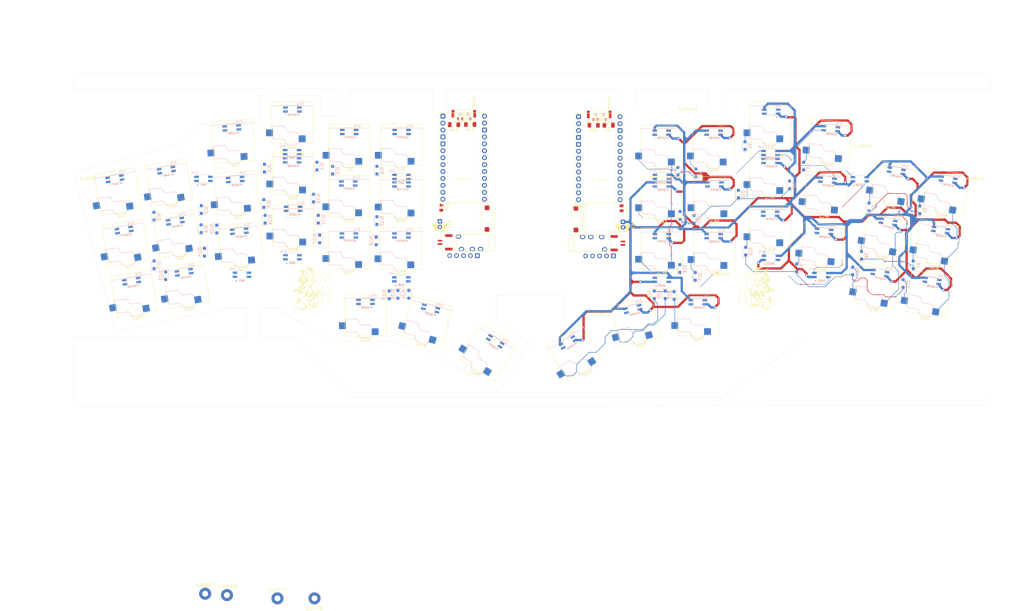
<source format=kicad_pcb>
(kicad_pcb (version 20241229) (generator "pcbnew") (generator_version "9.0")
  (layers (0 "F.Cu" signal) (2 "B.Cu" signal) (13 "F.Paste" user) (15 "B.Paste" user) (5 "F.SilkS" user "F.Silkscreen") (7 "B.SilkS" user "B.Silkscreen") (1 "F.Mask" user) (3 "B.Mask" user) (25 "Edge.Cuts" user))
  (net 0 "")
  (net 1 "Net-(BT2-+)")
  (net 2 "Net-(DL1-A)")
  (net 3 "Net-(DL2-A)")
  (net 4 "Net-(DL3-A)")
  (net 5 "Net-(DL4-A)")
  (net 6 "Net-(DL5-A)")
  (net 7 "Net-(DL6-A)")
  (net 8 "Net-(DL7-A)")
  (net 9 "Net-(DL8-A)")
  (net 10 "Net-(DL9-A)")
  (net 11 "Net-(DL10-A)")
  (net 12 "Net-(DL11-A)")
  (net 13 "Net-(DL12-A)")
  (net 14 "Net-(DL13-A)")
  (net 15 "Net-(DL14-A)")
  (net 16 "Net-(DL15-A)")
  (net 17 "Net-(DL16-A)")
  (net 18 "Net-(DL17-A)")
  (net 19 "Net-(DL18-A)")
  (net 20 "Net-(DL19-A)")
  (net 21 "Net-(DL20-A)")
  (net 22 "Net-(DL21-A)")
  (net 23 "row1_L")
  (net 24 "row2_L")
  (net 25 "row3_L")
  (net 26 "row4_L")
  (net 27 "GND_L")
  (net 28 "BAT+_L")
  (net 29 "col1_L")
  (net 30 "col2_L")
  (net 31 "col3_L")
  (net 32 "col4_L")
  (net 33 "col5_L")
  (net 34 "col6_L")
  (net 35 "RESET_L")
  (net 36 "RX_L")
  (net 37 "CS_L")
  (net 38 "SLC_L")
  (net 39 "TX_L")
  (net 40 "Net-(led1-DOUT)")
  (net 45 "+3.3V_L")
  (net 46 "Net-(led1-DIN)")
  (net 47 "Net-(LEFT1-P0-10-LF)")
  (net 48 "LED_L")
  (net 49 "Net-(led2-DIN)")
  (net 50 "SDA_L")
  (net 51 "Net-(led4-DOUT)")
  (net 52 "Net-(led5-DOUT)")
  (net 53 "Net-(led27-DIN)")
  (net 54 "Net-(BT1-+)")
  (net 55 "Net-(D2-A)")
  (net 56 "Net-(D1-A)")
  (net 57 "row1_R")
  (net 58 "row2_R")
  (net 59 "row3_R")
  (net 60 "row4_R")
  (net 61 "GND_R")
  (net 62 "+3.3V_R")
  (net 63 "BAT+_R")
  (net 64 "col6_R")
  (net 65 "col5_R")
  (net 66 "col4_R")
  (net 67 "col3_R")
  (net 68 "col2_R")
  (net 69 "col1_R")
  (net 70 "RESET_R")
  (net 71 "Net-(D3-A)")
  (net 72 "Net-(D4-A)")
  (net 73 "Net-(D5-A)")
  (net 74 "Net-(D6-A)")
  (net 75 "Net-(D7-A)")
  (net 76 "Net-(D8-A)")
  (net 77 "Net-(D9-A)")
  (net 78 "Net-(D10-A)")
  (net 79 "Net-(D11-A)")
  (net 80 "Net-(D12-A)")
  (net 81 "Net-(D13-A)")
  (net 82 "Net-(D14-A)")
  (net 83 "Net-(D15-A)")
  (net 84 "Net-(D16-A)")
  (net 85 "Net-(D17-A)")
  (net 86 "Net-(D18-A)")
  (net 87 "Net-(D19-A)")
  (net 88 "Net-(D20-A)")
  (net 89 "Net-(D21-A)")
  (net 90 "Net-(RIGHT1-P0-10-LF)")
  (net 93 "SDA_R")
  (net 94 "CS_R")
  (net 97 "SLA_R")
  (net 98 "RX_R")
  (net 99 "TX_R")
  (net 100 "LED_R")
  (net 101 "Net-(led7-DIN)")
  (net 102 "Net-(led13-DIN)")
  (net 103 "Net-(led14-DOUT)")
  (net 104 "Net-(led15-DIN)")
  (net 105 "Net-(led10-DOUT)")
  (net 106 "Net-(led10-DIN)")
  (net 107 "Net-(led11-DOUT)")
  (net 108 "Net-(led11-DIN)")
  (net 109 "Net-(led12-DIN)")
  (net 110 "Net-(led13-DOUT)")
  (net 111 "Net-(led14-DIN)")
  (net 112 "Net-(led15-DOUT)")
  (net 113 "Net-(led16-DOUT)")
  (net 114 "Net-(led17-DIN)")
  (net 115 "Net-(led18-DIN)")
  (net 117 "Net-(led20-DIN)")
  (net 118 "Net-(led22-DIN)")
  (net 119 "Net-(led23-DOUT)")
  (net 120 "Net-(led24-DIN)")
  (net 121 "Net-(led25-DIN)")
  (net 122 "Net-(led28-DOUT)")
  (net 123 "Net-(led28-DIN)")
  (net 124 "Net-(led29-DIN)")
  (net 125 "Net-(led31-DOUT)")
  (net 126 "Net-(led32-DOUT)")
  (net 127 "Net-(led33-DOUT)")
  (net 128 "Net-(led34-DIN)")
  (net 129 "Net-(led34-DOUT)")
  (net 130 "Net-(led35-DIN)")
  (net 131 "Net-(led36-DOUT)")
  (net 132 "Net-(led36-DIN)")
  (net 133 "Net-(led37-DIN)")
  (net 134 "Net-(led38-DOUT)")
  (net 135 "Net-(led38-DIN)")
  (net 136 "Net-(led39-DIN)")
  (net 137 "Net-(led40-DOUT)")
  (net 138 "Net-(led41-DIN)")
  (net 139 "Net-(led42-DOUT)")
  (net 140 "Net-(led43-DIN)")
  (net 141 "Net-(led44-DOUT)")
  (net 142 "Net-(led45-DIN)")
  (net 144 "Net-(led47-DIN)")
  (net 145 "Net-(led49-DIN)")
  (net 146 "Net-(led50-DOUT)")
  (net 147 "Net-(led51-DIN)")
  (net 148 "Net-(led52-DIN)")
  (footprint "philoctetes:LED_SK6812MINI-E_faceup" (layer "F.Cu") (at 275.502331 80.439)
    (property "Reference" "led30")
    (property "Value" "~" (hide yes))
    (fp_line (start -1.7 -1.5) (end -1.7 1.5) (stroke (width 0.12)) (layer "Edge.Cuts"))
    (fp_line (start -1.7 1.5) (end 1.7 1.5) (stroke (width 0.12)) (layer "Edge.Cuts"))
    (fp_line (start 1.7 -1.5) (end -1.7 -1.5) (stroke (width 0.12)) (layer "Edge.Cuts"))
    (fp_line (start 1.7 1.5) (end 1.7 -1.5) (stroke (width 0.12)) (layer "Edge.Cuts"))
  )
  (footprint "Capacitor_SMD:C_1206_3216Metric_Pad1.33x1.80mm_HandSolder" (layer "F.Cu") (at 205.2 61.2 180)
    (property "Reference" "CL1")
    (property "Value" "Ceramic" (hide yes))
  )
  (footprint "philoctetes:Hotswap_Choc_V1V2_1.00u" (layer "F.Cu") (at 75.909297 85.89819 -170.59)
    (property "Reference" "sw1")
    (property "Value" "Keyswitch")
  )
  (footprint "philoctetes:Hotswap_Choc_V1V2_1.00u" (layer "F.Cu") (at 337.210814 67.503933 175.69)
    (property "Reference" "sw24")
    (property "Value" "Keyswitch")
  )
  (footprint "philoctetes:Hotswap_Choc_V1V2_1.00u" (layer "F.Cu") (at 275.5 88 180)
    (property "Reference" "sw33")
    (property "Value" "Keyswitch")
  )
  (footprint "philoctetes:Hotswap_Choc_V1V2_1.00u" (layer "F.Cu") (at 166.854 131.31162 180)
    (property "Reference" "sw19")
    (property "Value" "Keyswitch")
  )
  (footprint "philoctetes:LED_SK6812MINI-E_faceup" (layer "F.Cu") (at 139.9 71.4)
    (property "Reference" "led2")
    (property "Value" "~" (hide yes))
    (fp_line (start -1.7 -1.5) (end -1.7 1.5) (stroke (width 0.12)) (layer "Edge.Cuts"))
    (fp_line (start -1.7 1.5) (end 1.7 1.5) (stroke (width 0.12)) (layer "Edge.Cuts"))
    (fp_line (start 1.7 -1.5) (end -1.7 -1.5) (stroke (width 0.12)) (layer "Edge.Cuts"))
    (fp_line (start 1.7 1.5) (end 1.7 -1.5) (stroke (width 0.12)) (layer "Edge.Cuts"))
  )
  (footprint "Capacitor_SMD:C_1206_3216Metric_Pad1.33x1.80mm_HandSolder" (layer "F.Cu") (at 199.27 61.3 180)
    (property "Reference" "CL2")
    (property "Value" "Ceramic")
  )
  (footprint "philoctetes:LED_SK6812MINI-E_facedown" (layer "F.Cu") (at 335 100.5 -4.31)
    (property "Reference" "led48")
    (property "Value" "~" (hide yes))
    (fp_line (start -1.7 1.5) (end 1.7 1.5) (stroke (width 0.12)) (layer "Edge.Cuts"))
    (fp_line (start -1.7 -1.5) (end -1.7 1.5) (stroke (width 0.12)) (layer "Edge.Cuts"))
    (fp_line (start 1.7 1.5) (end 1.7 -1.5) (stroke (width 0.12)) (layer "Edge.Cuts"))
    (fp_line (start 1.7 -1.5) (end -1.7 -1.5) (stroke (width 0.12)) (layer "Edge.Cuts"))
  )
  (footprint "philoctetes:LED_SK6812MINI-E_facedown" (layer "F.Cu") (at 81 118.75 9.41)
    (property "Reference" "led19")
    (property "Value" "~" (hide yes))
    (fp_line (start -1.7 -1.5) (end -1.7 1.5) (stroke (width 0.12)) (layer "Edge.Cuts"))
    (fp_line (start -1.7 1.5) (end 1.7 1.5) (stroke (width 0.12)) (layer "Edge.Cuts"))
    (fp_line (start 1.7 -1.5) (end -1.7 -1.5) (stroke (width 0.12)) (layer "Edge.Cuts"))
    (fp_line (start 1.7 1.5) (end 1.7 -1.5) (stroke (width 0.12)) (layer "Edge.Cuts"))
  )
  (footprint "philoctetes:LED_SK6812MINI-E_facedown" (layer "F.Cu") (at 74.856937 81.156828 9.41)
    (property "Reference" "led7")
    (property "Value" "~" (hide yes))
    (fp_line (start -1.7 -1.5) (end -1.7 1.5) (stroke (width 0.12)) (layer "Edge.Cuts"))
    (fp_line (start -1.7 1.5) (end 1.7 1.5) (stroke (width 0.12)) (layer "Edge.Cuts"))
    (fp_line (start 1.7 -1.5) (end -1.7 -1.5) (stroke (width 0.12)) (layer "Edge.Cuts"))
    (fp_line (start 1.7 1.5) (end 1.7 -1.5) (stroke (width 0.12)) (layer "Edge.Cuts"))
  )
  (footprint "philoctetes:Hotswap_Choc_V1V2_1.00u" (layer "F.Cu") (at 140.25 98.4 180)
    (property "Reference" "sw16")
    (property "Value" "Keyswitch")
  )
  (footprint "philoctetes:nice_view" (layer "F.Cu") (at 196.04 111 90)
    (property "Reference" "view1" (hide yes))
    (property "Value" "~")
  )
  (footprint "philoctetes:LED_SK6812MINI-E_facedown" (layer "F.Cu") (at 315.25 94)
    (property "Reference" "led49")
    (property "Value" "~" (hide yes))
    (fp_line (start -1.7 -1.5) (end -1.7 1.5) (stroke (width 0.12)) (layer "Edge.Cuts"))
    (fp_line (start -1.7 1.5) (end 1.7 1.5) (stroke (width 0.12)) (layer "Edge.Cuts"))
    (fp_line (start 1.7 -1.5) (end -1.7 -1.5) (stroke (width 0.12)) (layer "Edge.Cuts"))
    (fp_line (start 1.7 1.5) (end 1.7 -1.5) (stroke (width 0.12)) (layer "Edge.Cuts"))
  )
  (footprint "philoctetes:Hotswap_Choc_V1V2_1.00u" (layer "F.Cu") (at 118.308981 67.28 -175.69)
    (property "Reference" "sw3")
    (property "Value" "Keyswitch")
  )
  (footprint "philoctetes:Hotswap_Choc_V1V2_1.00u" (layer "F.Cu") (at 294.75 88 180)
    (property "Reference" "sw32")
    (property "Value" "Keyswitch")
  )
  (footprint "Connector_JST:JST_GH_SM02B-GHS-TB_1x02-1MP_P1.25mm_Horizontal" (layer "F.Cu") (at 196 104.5 90)
    (property "Reference" "BT1")
    (property "Value" "Battery_L")
  )
  (footprint "philoctetes:Hotswap_Choc_V1V2_1.00u" (layer "F.Cu") (at 334.515554 105.33666 175.69)
    (property "Reference" "sw36")
    (property "Value" "Keyswitch")
  )
  (footprint "philoctetes:Hotswap_Choc_V1V2_1.00u" (layer "F.Cu") (at 288.75 131.25 180)
    (property "Reference" "sw40")
    (property "Value" "Keyswitch")
  )
  (footprint "philoctetes:LED_SK6812MINI-E_facedown" (layer "F.Cu") (at 288.700331 126.522)
    (property "Reference" "led52")
    (property "Value" "~" (hide yes))
    (fp_line (start -1.7 -1.5) (end -1.7 1.5) (stroke (width 0.12)) (layer "Edge.Cuts"))
    (fp_line (start -1.7 1.5) (end 1.7 1.5) (stroke (width 0.12)) (layer "Edge.Cuts"))
    (fp_line (start 1.7 -1.5) (end -1.7 -1.5) (stroke (width 0.12)) (layer "Edge.Cuts"))
    (fp_line (start 1.7 1.5) (end 1.7 -1.5) (stroke (width 0.12)) (layer "Edge.Cuts"))
  )
  (footprint "philoctetes:LED_SK6812MINI-E_faceup" (layer "F.Cu") (at 107.371 81.2)
    (property "Reference" "led1")
    (property "Value" "~" (hide yes))
    (fp_line (start -1.7 -1.5) (end -1.7 1.5) (stroke (width 0.12)) (layer "Edge.Cuts"))
    (fp_line (start -1.7 1.5) (end 1.7 1.5) (stroke (width 0.12)) (layer "Edge.Cuts"))
    (fp_line (start 1.7 -1.5) (end -1.7 -1.5) (stroke (width 0.12)) (layer "Edge.Cuts"))
    (fp_line (start 1.7 1.5) (end 1.7 -1.5) (stroke (width 0.12)) (layer "Edge.Cuts"))
  )
  (footprint "philoctetes:LED_SK6812MINI-E_facedown" (layer "F.Cu") (at 93.75 78 9.41)
    (property "Reference" "led8")
    (property "Value" "~" (hide yes))
    (fp_line (start -1.7 -1.5) (end -1.7 1.5) (stroke (width 0.12)) (layer "Edge.Cuts"))
    (fp_line (start -1.7 1.5) (end 1.7 1.5) (stroke (width 0.12)) (layer "Edge.Cuts"))
    (fp_line (start 1.7 -1.5) (end -1.7 -1.5) (stroke (width 0.12)) (layer "Edge.Cuts"))
    (fp_line (start 1.7 1.5) (end 1.7 -1.5) (stroke (width 0.12)) (layer "Edge.Cuts"))
  )
  (footprint "philoctetes:Hotswap_Choc_V1V2_1.00u" (layer "F.Cu") (at 354.57401 120.35076 170.59)
    (property "Reference" "sw35")
    (property "Value" "Keyswitch")
  )
  (footprint "philoctetes:LED_SK6812MINI-E_facedown" (layer "F.Cu") (at 315.624331 56.545)
    (property "Reference" "led37")
    (property "Value" "~" (hide yes))
    (fp_line (start -1.7 -1.5) (end -1.7 1.5) (stroke (width 0.12)) (layer "Edge.Cuts"))
    (fp_line (start -1.7 1.5) (end 1.7 1.5) (stroke (width 0.12)) (layer "Edge.Cuts"))
    (fp_line (start 1.7 -1.5) (end -1.7 -1.5) (stroke (width 0.12)) (layer "Edge.Cuts"))
    (fp_line (start 1.7 1.5) (end 1.7 -1.5) (stroke (width 0.12)) (layer "Edge.Cuts"))
  )
  (footprint "philoctetes:LED_SK6812MINI-E_facedown" (layer "F.Cu") (at 166.807 126.371)
    (property "Reference" "led25")
    (property "Value" "~" (hide yes))
    (fp_line (start -1.7 -1.5) (end -1.7 1.5) (stroke (width 0.12)) (layer "Edge.Cuts"))
    (fp_line (start -1.7 1.5) (end 1.7 1.5) (stroke (width 0.12)) (layer "Edge.Cuts"))
    (fp_line (start 1.7 -1.5) (end -1.7 -1.5) (stroke (width 0.12)) (layer "Edge.Cuts"))
    (fp_line (start 1.7 1.5) (end 1.7 -1.5) (stroke (width 0.12)) (layer "Edge.Cuts"))
  )
  (footprint "philoctetes:Hotswap_Choc_V1V2_1.00u" (layer "F.Cu") (at 119.558981 86.28 -175.69)
    (property "Reference" "sw9")
    (property "Value" "Keyswitch")
  )
  (footprint "philoctetes:Battery_Cut_12x37mm" (layer "F.Cu") (at 202.9 81.7)
    (property "Reference" "BT_Cut1")
    (property "Value" "Battery_Cut_12x37mm")
    (fp_rect (start -6 -18.5) (end 6 18.5) (stroke (width 0.05)) (fill no) (layer "Edge.Cuts"))
  )
  (footprint "philoctetes:Hotswap_Choc_V1V2_1.00u" (layer "F.Cu") (at 315.234446 98.65 180)
    (property "Reference" "sw37")
    (property "Value" "Keyswitch")
  )
  (footprint "philoctetes:LED_SK6812MINI-E_facedown" (layer "F.Cu") (at 294.8 83.25)
    (property "Reference" "led44")
    (property "Value" "~" (hide yes))
    (fp_line (start -1.7 -1.5) (end -1.7 1.5) (stroke (width 0.12)) (layer "Edge.Cuts"))
    (fp_line (start -1.7 1.5) (end 1.7 1.5) (stroke (width 0.12)) (layer "Edge.Cuts"))
    (fp_line (start 1.7 -1.5) (end -1.7 -1.5) (stroke (width 0.12)) (layer "Edge.Cuts"))
    (fp_line (start 1.7 1.5) (end 1.7 -1.5) (stroke (width 0.12)) (layer "Edge.Cuts"))
  )
  (footprint "philoctetes:LED_SK6812MINI-E_facedown" (layer "F.Cu") (at 214.432 140.849 -32.24)
    (property "Reference" "led27")
    (property "Value" "~" (hide yes))
    (fp_line (start -1.7 1.5) (end 1.7 1.5) (stroke (width 0.12)) (layer "Edge.Cuts"))
    (fp_line (start -1.7 -1.5) (end -1.7 1.5) (stroke (width 0.12)) (layer "Edge.Cuts"))
    (fp_line (start 1.7 1.5) (end 1.7 -1.5) (stroke (width 0.12)) (layer "Edge.Cuts"))
    (fp_line (start 1.7 -1.5) (end -1.7 -1.5) (stroke (width 0.12)) (layer "Edge.Cuts"))
  )
  (footprint "philoctetes:LED_SK6812MINI-E_facedown" (layer "F.Cu") (at 139.9 74.4)
    (property "Reference" "led16")
    (property "Value" "~" (hide yes))
    (fp_line (start -1.7 -1.5) (end -1.7 1.5) (stroke (width 0.12)) (layer "Edge.Cuts"))
    (fp_line (start -1.7 1.5) (end 1.7 1.5) (stroke (width 0.12)) (layer "Edge.Cuts"))
    (fp_line (start 1.7 -1.5) (end -1.7 -1.5) (stroke (width 0.12)) (layer "Edge.Cuts"))
    (fp_line (start 1.7 1.5) (end 1.7 -1.5) (stroke (width 0.12)) (layer "Edge.Cuts"))
  )
  (footprint "philoctetes:LED_SK6812MINI-E_facedown" (layer "F.Cu") (at 117.75 62.5 4.31)
    (property "Reference" "led9")
    (property "Value" "~" (hide yes))
    (fp_line (start -1.7 -1.5) (end -1.7 1.5) (stroke (width 0.12)) (layer "Edge.Cuts"))
    (fp_line (start -1.7 1.5) (end 1.7 1.5) (stroke (width 0.12)) (layer "Edge.Cuts"))
    (fp_line (start 1.7 -1.5) (end -1.7 -1.5) (stroke (width 0.12)) (layer "Edge.Cuts"))
    (fp_line (start 1.7 1.5) (end 1.7 -1.5) (stroke (width 0.12)) (layer "Edge.Cuts"))
  )
  (footprint "philoctetes:Hotswap_Choc_V1V2_1.00u" (layer "F.Cu") (at 160.782 87.65 180)
    (property "Reference" "sw11")
    (property "Value" "Keyswitch")
  )
  (footprint "philoctetes:Hotswap_Choc_V1V2_1.00u" (layer "F.Cu") (at 97.659297 101.39819 -170.59)
    (property "Reference" "sw8")
    (property "Value" "Keyswitch")
  )
  (footprint "philoctetes:Hotswap_Choc_V1V2_1.00u" (layer "F.Cu") (at 81.909297 123.39819 -170.59)
    (property "Reference" "sw13")
    (property "Value" "Keyswitch")
  )
  (footprint "philoctetes:LED_SK6812MINI-E_facedown" (layer "F.Cu") (at 315.370331 74.632)
    (property "Reference" "led43")
    (property "Value" "~" (hide yes))
    (fp_line (start -1.7 -1.5) (end -1.7 1.5) (stroke (width 0.12)) (layer "Edge.Cuts"))
    (fp_line (start -1.7 1.5) (end 1.7 1.5) (stroke (width 0.12)) (layer "Edge.Cuts"))
    (fp_line (start 1.7 -1.5) (end -1.7 -1.5) (stroke (width 0.12)) (layer "Edge.Cuts"))
    (fp_line (start 1.7 1.5) (end 1.7 -1.5) (stroke (width 0.12)) (layer "Edge.Cuts"))
  )
  (footprint "philoctetes:Hotswap_Choc_V1V2_1.00u" (layer "F.Cu") (at 360.725266 83.013209 170.59)
    (property "Reference" "sw23")
    (property "Value" "Keyswitch")
  )
  (footprint "philoctetes:Hotswap_Choc_V1V2_1.00u" (layer "F.Cu") (at 265.915938 133.590814 -165.89)
    (property "Reference" "sw41")
    (property "Value" "Keyswitch")
  )
  (footprint "philoctetes:Hotswap_Choc_V1V2_1.00u" (layer "F.Cu") (at 180 87.75 180)
    (property "Reference" "sw12")
    (property "Value" "Keyswitch")
  )
  (footprint "philoctetes:Hotswap_Choc_V1V2_1.00u" (layer "F.Cu") (at 294.75 107 180)
    (property "Reference" "sw38")
    (property "Value" "Keyswitch")
  )
  (footprint "philoctetes:LED_SK6812MINI-E_faceup" (layer "F.Cu") (at 180 80.5)
    (property "Reference" "led3")
    (property "Value" "~" (hide yes))
    (fp_line (start -1.7 -1.5) (end -1.7 1.5) (stroke (width 0.12)) (layer "Edge.Cuts"))
    (fp_line (start -1.7 1.5) (end 1.7 1.5) (stroke (width 0.12)) (layer "Edge.Cuts"))
    (fp_line (start 1.7 -1.5) (end -1.7 -1.5) (stroke (width 0.12)) (layer "Edge.Cuts"))
    (fp_line (start 1.7 1.5) (end 1.7 -1.5) (stroke (width 0.12)) (layer "Edge.Cuts"))
  )
  (footprint "philoctetes:Battery_Cut_12x37mm" (layer "F.Cu") (at 252.5 82)
    (property "Reference" "BT_Cut2")
    (property "Value" "Battery_Cut_12x37mm")
    (fp_rect (start -6 -18.5) (end 6 18.5) (stroke (width 0.05)) (fill no) (layer "Edge.Cuts"))
  )
  (footprint "philoctetes:LED_SK6812MINI-E_facedown" (layer "F.Cu") (at 97 96.75 9.41)
    (property "Reference" "led14")
    (property "Value" "~" (hide yes))
    (fp_line (start -1.7 -1.5) (end -1.7 1.5) (stroke (width 0.12)) (layer "Edge.Cuts"))
    (fp_line (start -1.7 1.5) (end 1.7 1.5) (stroke (width 0.12)) (layer "Edge.Cuts"))
    (fp_line (start 1.7 -1.5) (end -1.7 -1.5) (stroke (width 0.12)) (layer "Edge.Cuts"))
    (fp_line (start 1.7 1.5) (end 1.7 -1.5) (stroke (width 0.12)) (layer "Edge.Cuts"))
  )
  (footprint "philoctetes:LED_SK6812MINI-E_faceup" (layer "F.Cu") (at 315.34853 71.708797)
    (property "Reference" "led29")
    (property "Value" "~" (hide yes))
    (fp_line (start -1.7 -1.5) (end -1.7 1.5) (stroke (width 0.12)) (layer "Edge.Cuts"))
    (fp_line (start -1.7 1.5) (end 1.7 1.5) (stroke (width 0.12)) (layer "Edge.Cuts"))
    (fp_line (start 1.7 -1.5) (end -1.7 -1.5) (stroke (width 0.12)) (layer "Edge.Cuts"))
    (fp_line (start 1.7 1.5) (end 1.7 -1.5) (stroke (width 0.12)) (layer "Edge.Cuts"))
  )
  (footprint "MountingHole:MountingHole_3.2mm_M3_DIN965" (layer "F.Cu") (at 65 84.8)
    (property "Reference" "H_LEFT6")
    (property "Value" "Mounting_Hole")
  )
  (footprint "philoctetes:nice_view" (layer "F.Cu") (at 245.95 111.1 90)
    (property "Reference" "view2" (hide yes))
    (property "Value" "~")
  )
  (footprint "MountingHole:MountingHole_2.2mm_M2_Pad" (layer "F.Cu") (at 134.512 235.2)
    (property "Reference" "H_LEFT7")
    (property "Value" "CoverMount")
  )
  (footprint "philoctetes:LED_SK6812MINI-E_faceup" (layer "F.Cu") (at 121.5 116.4)
    (property "Reference" "led4")
    (property "Value" "~" (hide yes))
    (fp_line (start -1.7 -1.5) (end -1.7 1.5) (stroke (width 0.12)) (layer "Edge.Cuts"))
    (fp_line (start -1.7 1.5) (end 1.7 1.5) (stroke (width 0.12)) (layer "Edge.Cuts"))
    (fp_line (start 1.7 -1.5) (end -1.7 -1.5) (stroke (width 0.12)) (layer "Edge.Cuts"))
    (fp_line (start 1.7 1.5) (end 1.7 -1.5) (stroke (width 0.12)) (layer "Edge.Cuts"))
  )
  (footprint "philoctetes:LED_SK6812MINI-E_facedown" (layer "F.Cu") (at 294.5 64.25)
    (property "Reference" "led38")
    (property "Value" "~" (hide yes))
    (fp_line (start -1.7 -1.5) (end -1.7 1.5) (stroke (width 0.12)) (layer "Edge.Cuts"))
    (fp_line (start -1.7 1.5) (end 1.7 1.5) (stroke (width 0.12)) (layer "Edge.Cuts"))
    (fp_line (start 1.7 -1.5) (end -1.7 -1.5) (stroke (width 0.12)) (layer "Edge.Cuts"))
    (fp_line (start 1.7 1.5) (end 1.7 -1.5) (stroke (width 0.12)) (layer "Edge.Cuts"))
  )
  (footprint "philoctetes:nice_nano_AH_USBup" (layer "F.Cu") (at 252.585331 74.8975)
    (property "Reference" "RIGHT1")
    (property "Value" "nice_nano")
  )
  (footprint "philoctetes:Hotswap_Choc_V1V2_1.00u" (layer "F.Cu") (at 189.465673 133.616994 165.89)
    (property "Reference" "sw20")
    (property "Value" "Keyswitch")
  )
  (footprint "philoctetes:LED_SK6812MINI-E_facedown" (layer "F.Cu") (at 264.824331 128.988 14.11)
    (property "Reference" "led53")
    (property "Value" "~" (hide yes))
    (fp_line (start -1.7 -1.5) (end -1.7 1.5) (stroke (width 0.12)) (layer "Edge.Cuts"))
    (fp_line (start -1.7 1.5) (end 1.7 1.5) (stroke (width 0.12)) (layer "Edge.Cuts"))
    (fp_line (start 1.7 -1.5) (end -1.7 -1.5) (stroke (width 0.12)) (layer "Edge.Cuts"))
    (fp_line (start 1.7 1.5) (end 1.7 -1.5) (stroke (width 0.12)) (layer "Edge.Cuts"))
  )
  (footprint "philoctetes:LED_SK6812MINI-E_facedown" (layer "F.Cu") (at 355.5 115.802288 -9.41)
    (property "Reference" "led47")
    (property "Value" "~" (hide yes))
    (fp_line (start -1.7 1.5) (end 1.7 1.5) (stroke (width 0.12)) (layer "Edge.Cuts"))
    (fp_line (start -1.7 -1.5) (end -1.7 1.5) (stroke (width 0.12)) (layer "Edge.Cuts"))
    (fp_line (start 1.7 1.5) (end 1.7 -1.5) (stroke (width 0.12)) (layer "Edge.Cuts"))
    (fp_line (start 1.7 -1.5) (end -1.7 -1.5) (stroke (width 0.12)) (layer "Edge.Cuts"))
  )
  (footprint "philoctetes:LED_SK6812MINI-E_facedown" (layer "F.Cu") (at 160.711 102)
    (property "Reference" "led23")
    (property "Value" "~" (hide yes))
    (fp_line (start -1.7 -1.5) (end -1.7 1.5) (stroke (width 0.12)) (layer "Edge.Cuts"))
    (fp_line (start -1.7 1.5) (end 1.7 1.5) (stroke (width 0.12)) (layer "Edge.Cuts"))
    (fp_line (start 1.7 -1.5) (end -1.7 -1.5) (stroke (width 0.12)) (layer "Edge.Cuts"))
    (fp_line (start 1.7 1.5) (end 1.7 -1.5) (stroke (width 0.12)) (layer "Edge.Cuts"))
  )
  (footprint "philoctetes:Hotswap_Choc_V1V2_1.00u" (layer "F.Cu") (at 275.5 106.899 180)
    (property "Reference" "sw39")
    (property "Value" "Keyswitch")
  )
  (footprint "philoctetes:LED_SK6812MINI-E_facedown" (layer "F.Cu") (at 377.75 100 -9.41)
    (property "Reference" "led40")
    (property "Value" "~" (hide yes))
    (fp_line (start -1.7 1.5) (end 1.7 1.5) (stroke (width 0.12)) (layer "Edge.Cuts"))
    (fp_line (start -1.7 -1.5) (end -1.7 1.5) (stroke (width 0.12)) (layer "Edge.Cuts"))
    (fp_line (start 1.7 1.5) (end 1.7 -1.5) (stroke (width 0.12)) (layer "Edge.Cuts"))
    (fp_line (start 1.7 -1.5) (end -1.7 -1.5) (stroke (width 0.12)) (layer "Edge.Cuts"))
  )
  (footprint "MountingHole:MountingHole_3.2mm_M3_DIN965" (layer "F.Cu") (at 115.2 120.6)
    (property "Reference" "H_LEFT5" (hide yes))
    (property "Value" "Mounting_Hole" (hide yes))
  )
  (footprint "Capacitor_SMD:C_1206_3216Metric_Pad1.33x1.80mm_HandSolder" (layer "F.Cu") (at 256 61.5 180)
    (property "Reference" "CR1")
    (property "Value" "Ceramic")
  )
  (footprint "philoctetes:Hotswap_Choc_V1V2_1.00u" (layer "F.Cu") (at 78.82401 104.64924 -170.59)
    (property "Reference" "sw7")
    (property "Value" "Keyswitch")
  )
  (footprint "philoctetes:Hotswap_Choc_V1V2_1.00u" (layer "F.Cu") (at 179.896 106.75 180)
    (property "Reference" "sw18")
    (property "Value" "Keyswitch")
  )
  (footprint "MountingHole:MountingHole_3.2mm_M3_DIN965" (layer "F.Cu") (at 170.5 59.2)
    (property "Reference" "H_LEFT2" (hide yes))
    (property "Value" "Mounting_Hole" (hide yes))
  )
  (footprint "philoctetes:LED_SK6812MINI-E_facedown" (layer "F.Cu") (at 358.5 96.984 -9.41)
    (property "Reference" "led41")
    (property "Value" "~" (hide yes))
    (fp_line (start -1.7 1.5) (end 1.7 1.5) (stroke (width 0.12)) (layer "Edge.Cuts"))
    (fp_line (start -1.7 -1.5) (end -1.7 1.5) (stroke (width 0.12)) (layer "Edge.Cuts"))
    (fp_line (start 1.7 1.5) (end 1.7 -1.5) (stroke (width 0.12)) (layer "Edge.Cuts"))
    (fp_line (start 1.7 -1.5) (end -1.7 -1.5) (stroke (width 0.12)) (layer "Edge.Cuts"))
  )
  (footprint "MountingHole:MountingHole_3.2mm_M3_DIN965" (layer "F.Cu") (at 296.75 120)
    (property "Reference" "H_RIGHT5")
    (property "Value" "Mounting_Hole")
  )
  (footprint "philoctetes:LED_SK6812MINI-E_facedown" (layer "F.Cu") (at 190.683 128.784 -14.11)
    (property "Reference" "led26")
    (property "Value" "~" (hide yes))
    (fp_line (start -1.7 1.5) (end 1.7 1.5) (stroke (width 0.12)) (layer "Edge.Cuts"))
    (fp_line (start -1.7 -1.5) (end -1.7 1.5) (stroke (width 0.12)) (layer "Edge.Cuts"))
    (fp_line (start 1.7 1.5) (end 1.7 -1.5) (stroke (width 0.12)) (layer "Edge.Cuts"))
    (fp_line (start 1.7 -1.5) (end -1.7 -1.5) (stroke (width 0.12)) (layer "Edge.Cuts"))
  )
  (footprint "philoctetes:LED_SK6812MINI-E_facedown" (layer "F.Cu") (at 361.5 78.25 -9.41)
    (property "Reference" "led35")
    (property "Value" "~" (hide yes))
    (fp_line (start -1.7 1.5) (end 1.7 1.5) (stroke (width 0.12)) (layer "Edge.Cuts"))
    (fp_line (start -1.7 -1.5) (end -1.7 1.5) (stroke (width 0.12)) (layer "Edge.Cuts"))
    (fp_line (start 1.7 1.5) (end 1.7 -1.5) (stroke (width 0.12)) (layer "Edge.Cuts"))
    (fp_line (start 1.7 -1.5) (end -1.7 -1.5) (stroke (width 0.12)) (layer "Edge.Cuts"))
  )
  (footprint "philoctetes:LED_SK6812MINI-E_faceup" (layer "F.Cu") (at 334 116.5)
    (property "Reference" "led31")
    (property "Value" "~" (hide yes))
    (fp_line (start -1.7 -1.5) (end -1.7 1.5) (stroke (width 0.12)) (layer "Edge.Cuts"))
    (fp_line (start -1.7 1.5) (end 1.7 1.5) (stroke (width 0.12)) (layer "Edge.Cuts"))
    (fp_line (start 1.7 -1.5) (end -1.7 -1.5) (stroke (width 0.12)) (layer "Edge.Cuts"))
    (fp_line (start 1.7 1.5) (end 1.7 -1.5) (stroke (width 0.12)) (layer "Edge.Cuts"))
  )
  (footprint "philoctetes:SW_RST" (layer "F.Cu") (at 211.4 95.8 -90)
    (property "Reference" "SW_NO_L1")
    (property "Value" "SW_RST_L")
  )
  (footprint "philoctetes:MSK12C02" (layer "F.Cu") (at 206.75 56 -90)
    (property "Reference" "PSW1")
    (property "Value" "SW_POW_L")
  )
  (footprint "philoctetes:Hotswap_Choc_V1V2_1.00u" (layer "F.Cu") (at 211.745572 144.99706 147.76)
    (property "Reference" "sw21")
    (property "Value" "Keyswitch")
  )
  (footprint "philoctetes:LED_SK6812MINI-E_faceup" (layer "F.Cu") (at 275.5 118.25)
    (property "Reference" "led33")
    (property "Value" "~" (hide yes))
    (fp_line (start -1.7 -1.5) (end -1.7 1.5) (stroke (width 0.12)) (layer "Edge.Cuts"))
    (fp_line (start -1.7 1.5) (end 1.7 1.5) (stroke (width 0.12)) (layer "Edge.Cuts"))
    (fp_line (start 1.7 -1.5) (end -1.7 -1.5) (stroke (width 0.12)) (layer "Edge.Cuts"))
    (fp_line (start 1.7 1.5) (end 1.7 -1.5) (stroke (width 0.12)) (layer "Edge.Cuts"))
  )
  (footprint "philoctetes:LED_SK6812MINI-E_faceup" (layer "F.Cu") (at 140 110)
    (property "Reference" "led5")
    (property "Value" "~" (hide yes))
    (fp_line (start -1.7 -1.5) (end -1.7 1.5) (stroke (width 0.12)) (layer "Edge.Cuts"))
    (fp_line (start -1.7 1.5) (end 1.7 1.5) (stroke (width 0.12)) (layer "Edge.Cuts"))
    (fp_line (start 1.7 -1.5) (end -1.7 -1.5) (stroke (width 0.12)) (layer "Edge.Cuts"))
    (fp_line (start 1.7 1.5) (end 1.7 -1.5) (stroke (width 0.12)) (layer "Edge.Cuts"))
  )
  (footprint "philoctetes:CP_Radial_D5.0mm_P2.00mm" (layer "F.Cu") (at 194.1 96.8 -90)
    (property "Reference" "CL3")
    (property "Value" "Elec")
  )
  (footprint "philoctetes:LED_SK6812MINI-E_faceup" (layer "F.Cu") (at 315.5 110.189)
    (property "Reference" "led32")
    (property "Value" "~" (hide yes))
    (fp_line (start -1.7 -1.5) (end -1.7 1.5) (stroke (width 0.12)) (layer "Edge.Cuts"))
    (fp_line (start -1.7 1.5) (end 1.7 1.5) (stroke (width 0.12)) (layer "Edge.Cuts"))
    (fp_line (start 1.7 -1.5) (end -1.7 -1.5) (stroke (width 0.12)) (layer "Edge.Cuts"))
    (fp_line (start 1.7 1.5) (end 1.7 -1.5) (stroke (width 0.12)) (layer "Edge.Cuts"))
  )
  (footprint "philoctetes:Hotswap_Choc_V1V2_1.00u" (layer "F.Cu") (at 315.25 60.5 180)
    (property "Reference" "sw25")
    (property "Value" "Keyswitch")
  )
  (footprint "philoctetes:LED_SK6812MINI-E_facedown" (layer "F.Cu") (at 78.25 100 9.41)
    (property "Reference" "led13")
    (property "Value" "~" (hide yes))
    (fp_line (start -1.7 -1.5) (end -1.7 1.5) (stroke (width 0.12)) (layer "Edge.Cuts"))
    (fp_line (start -1.7 1.5) (end 1.7 1.5) (stroke (width 0.12)) (layer "Edge.Cuts"))
    (fp_line (start 1.7 -1.5) (end -1.7 -1.5) (stroke (width 0.12)) (layer "Edge.Cuts"))
    (fp_line (start 1.7 1.5) (end 1.7 -1.5) (stroke (width 0.12)) (layer "Edge.Cuts"))
  )
  (footprint "philoctetes:LED_SK6812MINI-E_facedown" (layer "F.Cu") (at 120.513576 100.439519 4.31)
    (property "Reference" "led21")
    (property "Value" "~" (hide yes))
    (fp_line (start -1.7 -1.5) (end -1.7 1.5) (stroke (width 0.12)) (layer "Edge.Cuts"))
    (fp_line (start -1.7 1.5) (end 1.7 1.5) (stroke (width 0.12)) (layer "Edge.Cuts"))
    (fp_line (start 1.7 -1.5) (end -1.7 -1.5) (stroke (width 0.12)) (layer "Edge.Cuts"))
    (fp_line (start 1.7 1.5) (end 1.7 -1.5) (stroke (width 0.12)) (layer "Edge.Cuts"))
  )
  (footprint "MountingHole:MountingHole_3.2mm_M3_DIN965" (layer "F.Cu") (at 158.7 119.8)
    (property "Reference" "H_LEFT4" (hide yes))
    (property "Value" "Mounting_Hole" (hide yes))
  )
  (footprint "philoctetes:TRRS_PJ-320A" (layer "F.Cu") (at 243.2421 104.8346 90)
    (property "Reference" "U2")
    (property "Value" "TRRS")
  )
  (footprint "philoctetes:LED_SK6812MINI-E_facedown" (layer "F.Cu") (at 160.838 64)
    (property "Reference" "led11")
    (property "Value" "~" (hide yes))
    (fp_line (start -1.7 -1.5) (end -1.7 1.5) (stroke (width 0.12)) (layer "Edge.Cuts"))
    (fp_line (start -1.7 1.5) (end 1.7 1.5) (stroke (width 0.12)) (layer "Edge.Cuts"))
    (fp_line (start 1.7 -1.5) (end -1.7 -1.5) (stroke (width 0.12)) (layer "Edge.Cuts"))
    (fp_line (start 1.7 1.5) (end 1.7 -1.5) (stroke (width 0.12)) (layer "Edge.Cuts"))
  )
  (footprint "MountingHole:MountingHole_3.2mm_M3_DIN965" (layer "F.Cu") (at 202.4 134.5)
    (property "Reference" "H_LEFT3" (hide yes))
    (property "Value" "Mounting_Hole" (hide yes))
  )
  (footprint "philoctetes:LED_SK6812MINI-E_facedown" (layer "F.Cu") (at 160.5 82.9)
    (property "Reference" "led17")
    (property "Value" "~" (hide yes))
    (fp_line (start -1.7 -1.5) (end -1.7 1.5) (stroke (width 0.12)) (layer "Edge.Cuts"))
    (fp_line (start -1.7 1.5) (end 1.7 1.5) (stroke (width 0.12)) (layer "Edge.Cuts"))
    (fp_line (start 1.7 -1.5) (end -1.7 -1.5) (stroke (width 0.12)) (layer "Edge.Cuts"))
    (fp_line (start 1.7 1.5) (end 1.7 -1.5) (stroke (width 0.12)) (layer "Edge.Cuts"))
  )
  (footprint "philoctetes:Hotswap_Choc_V1V2_1.00u" (layer "F.Cu") (at 180.024 68.75 180)
    (property "Reference" "sw6")
    (property "Value" "Keyswitch")
  )
  (footprint "philoctetes:LED_SK6812MINI-E_facedown" (layer "F.Cu") (at 241.075331 141.25 32.24)
    (property "Reference" "led54")
    (property "Value" "~" (hide yes))
    (fp_line (start -1.7 -1.5) (end -1.7 1.5) (stroke (width 0.12)) (layer "Edge.Cuts"))
    (fp_line (start -1.7 1.5) (end 1.7 1.5) (stroke (width 0.12)) (layer "Edge.Cuts"))
    (fp_line (start 1.7 -1.5) (end -1.7 -1.5) (stroke (width 0.12)) (layer "Edge.Cuts"))
    (fp_line (start 1.7 1.5) (end 1.7 -1.5) (stroke (width 0.12)) (layer "Edge.Cuts"))
  )
  (footprint "philoctetes:LED_SK6812MINI-E_facedown" (layer "F.Cu") (at 100.25 115.5 9.41)
    (property "Reference" "led20")
    (property "Value" "~" (hide yes))
    (fp_line (start -1.7 -1.5) (end -1.7 1.5) (stroke (width 0.12)) (layer "Edge.Cuts"))
    (fp_line (start -1.7 1.5) (end 1.7 1.5) (stroke (width 0.12)) (layer "Edge.Cuts"))
    (fp_line (start 1.7 -1.5) (end -1.7 -1.5) (stroke (width 0.12)) (layer "Edge.Cuts"))
    (fp_line (start 1.7 1.5) (end 1.7 -1.5) (stroke (width 0.12)) (layer "Edge.Cuts"))
  )
  (footprint "philoctetes:LED_SK6812MINI-E_facedown" (layer "F.Cu") (at 119.013576 81.439519 4.31)
    (property "Reference" "led15")
    (property "Value" "~" (hide yes))
    (fp_line (start -1.7 -1.5) (end -1.7 1.5) (stroke (width 0.12)) (layer "Edge.Cuts"))
    (fp_line (start -1.7 1.5) (end 1.7 1.5) (stroke (width 0.12)) (layer "Edge.Cuts"))
    (fp_line (start 1.7 -1.5) (end -1.7 -1.5) (stroke (width 0.12)) (layer "Edge.Cuts"))
    (fp_line (start 1.7 1.5) (end 1.7 -1.5) (stroke (width 0.12)) (layer "Edge.Cuts"))
  )
  (footprint "philoctetes:Hotswap_Choc_V1V2_1.00u" (layer "F.Cu") (at 376.67599 104.89924 170.59)
    (property "Reference" "sw28")
    (property "Value" "Keyswitch")
  )
  (footprint "philoctetes:Hotswap_Choc_V1V2_1.00u" (layer "F.Cu") (at 379.67599 86.14924 170.59)
    (property "Reference" "sw22")
    (property "Value" "Keyswitch")
  )
  (footprint "philoctetes:LED_SK6812MINI-E_facedown" (layer "F.Cu") (at 275.5 102.25)
    (property "Reference" "led51")
    (property "Value" "~" (hide yes))
    (fp_line (start -1.7 -1.5) (end -1.7 1.5) (stroke (width 0.12)) (layer "Edge.Cuts"))
    (fp_line (start -1.7 1.5) (end 1.7 1.5) (stroke (width 0.12)) (layer "Edge.Cuts"))
    (fp_line (start 1.7 -1.5) (end -1.7 -1.5) (stroke (width 0.12)) (layer "Edge.Cuts"))
    (fp_line (start 1.7 1.5) (end 1.7 -1.5) (stroke (width 0.12)) (layer "Edge.Cuts"))
  )
  (footprint "philoctetes:Hotswap_Choc_V1V2_1.00u" (layer "F.Cu") (at 94.659297 82.64819 -170.59)
    (property "Reference" "sw2")
    (property "Value" "Keyswitch")
  )
  (footprint "philoctetes:Hotswap_Choc_V1V2_1.00u" (layer "F.Cu") (at 140.208 79.285 180)
    (property "Reference" "sw10")
    (property "Value" "Keyswitch")
  )
  (footprint "philoctetes:Hotswap_Choc_V1V2_1.00u" (layer "F.Cu") (at 275.5 69 180)
    (property "Reference" "sw27")
    (property "Value" "Keyswitch")
  )
  (footprint "MountingHole:MountingHole_2.2mm_M2_Pad" (layer "F.Cu") (at 108 233.5)
    (property "Reference" "H_RIGHT7")
    (property "Value" "CoverMount")
  )
  (footprint "Resistor_SMD:R_0805_2012Metric" (layer "F.Cu") (at 194.6 91.8 -90)
    (property "Reference" "R1")
    (property "Value" "R_45deg" (hide yes))
  )
  (footprint "philoctetes:Hotswap_Choc_V1V2_1.00u" (layer "F.Cu") (at 243.652015 145.065932 -147.76)
    (property "Reference" "sw42")
    (property "Value" "Keyswitch")
  )
  (footprint "philoctetes:LED_SK6812MINI-E_facedown" (layer "F.Cu") (at 380.5 81.5 -9.41)
    (property "Reference" "led34")
    (property "Value" "~" (hide yes))
    (fp_line (start -1.7 1.5) (end 1.7 1.5) (stroke (width 0.12)) (layer "Edge.Cuts"))
    (fp_line (start -1.7 -1.5) (end -1.7 1.5) (stroke (width 0.12)) (layer "Edge.Cuts"))
    (fp_line (start 1.7 1.5) (end 1.7 -1.5) (stroke (width 0.12)) (layer "Edge.Cuts"))
    (fp_line (start 1.7 -1.5) (end -1.7 -1.5) (stroke (width 0.12)) (layer "Edge.Cuts"))
  )
  (footprint "MountingHole:MountingHole_3.2mm_M3_DIN965" (layer "F.Cu") (at 106.2 72.9)
    (property "Reference" "H_LEFT1" (hide yes))
    (property "Value" "Mounting_Hole" (hide yes))
  )
  (footprint "philoctetes:LED_SK6812MINI-E_facedown" (layer "F.Cu") (at 336.236424 81.689519 -4.31)
    (property "Reference" "led42")
    (property "Value" "~" (hide yes))
    (fp_line (start -1.7 1.5) (end 1.7 1.5) (stroke (width 0.12)) (layer "Edge.Cuts"))
    (fp_line (start -1.7 -1.5) (end -1.7 1.5) (stroke (width 0.12)) (layer "Edge.Cuts"))
    (fp_line (start 1.7 1.5) (end 1.7 -1.5) (stroke (width 0.12)) (layer "Edge.Cuts"))
    (fp_line (start 1.7 -1.5) (end -1.7 -1.5) (stroke (width 0.12)) (layer "Edge.Cuts"))
  )
  (footprint "philoctetes:Hotswap_Choc_V1V2_1.00u" (layer "F.Cu") (at 121.058981 105.28 -175.69)
    (property "Reference" "sw15")
    (property "Value" "Keyswitch")
  )
  (footprint "philoctetes:LED_SK6812MINI-E_facedown" (layer "F.Cu") (at 180.015 83.25)
    (property "Reference" "led18")
    (property "Value" "~" (hide yes))
    (fp_line (start -1.7 -1.5) (end -1.7 1.5) (stroke (width 0.12)) (layer "Edge.Cuts"))
    (fp_line (start -1.7 1.5) (end 1.7 1.5) (stroke (width 0.12)) (layer "Edge.Cuts"))
    (fp_line (start 1.7 -1.5) (end -1.7 -1.5) (stroke (width 0.12)) (layer "Edge.Cuts"))
    (fp_line (start 1.7 1.5) (end 1.7 -1.5) (stroke (width 0.12)) (layer "Edge.Cuts"))
  )
  (footprint "philoctetes:LED_SK6812MINI-E_facedown" (layer "F.Cu") (at 140.01 55.75)
    (property "Reference" "led10")
    (property "Value" "~" (hide yes))
    (fp_line (start -1.7 -1.5) (end -1.7 1.5) (stroke (width 0.12)) (layer "Edge.Cuts"))
    (fp_line (start -1.7 1.5) (end 1.7 1.5) (stroke (width 0.12)) (layer "Edge.Cuts"))
    (fp_line (start 1.7 -1.5) (end -1.7 -1.5) (stroke (width 0.12)) (layer "Edge.Cuts"))
    (fp_line (start 1.7 1.5) (end 1.7 -1.5) (stroke (width 0.12)) (layer "Edge.Cuts"))
  )
  (footprint "philoctetes:CP_Radial_D5.0mm_P2.00mm" (layer "F.Cu") (at 261.25 97 -90)
    (property "Reference" "CR3")
    (property "Value" "Elec")
  )
  (footprint "MountingHole:MountingHole_3.2mm_M3_DIN965" (layer "F.Cu") (at 253.0266 134.704)
    (property "Reference" "H_RIGHT3")
    (property "Value" "Mounting_Hole")
  )
  (footprint "philoctetes:Hotswap_Choc_V1V2_1.00u" (layer "F.Cu") (at 357.67599 101.5 170.59)
    (property "Reference" "sw29")
    (property "Value" "Keyswitch")
  )
  (footprint "philoctetes:Hotswap_Choc_V1V2_1.00u" (layer "F.Cu") (at 373.475266 123.513209 170.59)
    (property "Reference" "sw34")
    (property "Value" "Keyswitch")
  )
  (footprint "philoctetes:MSK12C02" (layer "F.Cu") (at 256.397 56.267 -90)
    (property "Reference" "PSW2")
    (property "Value" "SW_POW_R")
  )
  (footprint "philoctetes:SW_RST" (layer "F.Cu") (at 244 96 -90)
    (property "Reference" "SW_NO_R1")
    (property "Value" "SW_RST_R")
  )
  (footprint "philoctetes:Hotswap_Choc_V1V2_1.00u" (layer "F.Cu") (at 294.5 69 180)
    (property "Reference" "sw26")
    (property "Value" "Keyswitch")
  )
  (footprint "philoctetes:LED_SK6812MINI-E_facedown" (layer "F.Cu") (at 180.05 64)
    (property "Reference" "led12")
    (property "Value" "~" (hide yes))
    (fp_line (start -1.7 -1.5) (end -1.7 1.5) (stroke (width 0.12)) (layer "Edge.Cuts"))
    (fp_line (start -1.7 1.5) (end 1.7 1.5) (stroke (width 0.12)) (layer "Edge.Cuts"))
    (fp_line (start 1.7 -1.5) (end -1.7 -1.5) (stroke (width 0.12)) (layer "Edge.Cuts"))
    (fp_line (start 1.7 1.5) (end 1.7 -1.5) (stroke (width 0.12)) (layer "Edge.Cuts"))
  )
  (footprint "philoctetes:Hotswap_Choc_V1V2_1.00u" (layer "F.Cu") (at 160.782 106.65 180)
    (property "Reference" "sw17")
    (property "Value" "Keyswitch")
  )
  (footprint "Capacitor_SMD:C_1206_3216Metric_Pad1.33x1.80mm_HandSolder" (layer "F.Cu") (at 250.5 61.5 180)
    (property "Reference" "CR2")
    (property "Value" "Ceramic")
  )
  (footprint "philoctetes:Hotswap_Choc_V1V2_1.00u" (layer "F.Cu") (at 160.838 68.75 180)
    (property "Reference" "sw5")
    (property "Value" "Keyswitch")
  )
  (footprint "philoctetes:TRRS_PJ-320A" (layer "F.Cu") (at 212.2125 104.7 -90)
    (property "Reference" "U1")
    (property "Value" "TRRS")
  )
  (footprint "philoctetes:Hotswap_Choc_V1V2_1.00u" (layer "F.Cu") (at 100.909297 120.14819 -170.59)
    (property "Reference" "sw14")
    (property "Value" "Keyswitch")
  )
  (footprint "MountingHole:MountingHole_2.2mm_M2_Pad" (layer "F.Cu") (at 116 234)
    (property "Reference" "H_RIGHT8")
    (property "Value" "CoverMount")
  )
  (footprint "MountingHole:MountingHole_3.2mm_M3_DIN965" (layer "F.Cu") (at 349.25 73)
    (property "Reference" "H_RIGHT1")
    (property "Value" "Mounting_Hole")
  )
  (footprint "philoctetes:LED_SK6812MINI-E_facedown" (layer "F.Cu") (at 294.5 102.25)
    (property "Reference" "led50")
    (property "Value" "~" (hide yes))
    (fp_line (start -1.7 -1.5) (end -1.7 1.5) (stroke (width 0.12)) (layer "Edge.Cuts"))
    (fp_line (start -1.7 1.5) (end 1.7 1.5) (stroke (width 0.12)) (layer "Edge.Cuts"))
    (fp_line (start 1.7 -1.5) (end -1.7 -1.5) (stroke (width 0.12)) (layer "Edge.Cuts"))
    (fp_line (start 1.7 1.5) (end 1.7 -1.5) (stroke (width 0.12)) (layer "Edge.Cuts"))
  )
  (footprint "MountingHole:MountingHole_3.2mm_M3_DIN965" (layer "F.Cu") (at 285 59.4)
    (property "Reference" "H_RIGHT2")
    (property "Value" "Mounting_Hole")
  )
  (footprint "philoctetes:LED_SK6812MINI-E_facedown" (layer "F.Cu") (at 180 102)
    (property "Reference" "led24")
    (property "Value" "~" (hide yes))
    (fp_line (start -1.7 -1.5) (end -1.7 1.5) (stroke (width 0.12)) (layer "Edge.Cuts"))
    (fp_line (start -1.7 1.5) (end 1.7 1.5) (stroke (width 0.12)) (layer "Edge.Cuts"))
    (fp_line (start 1.7 -1.5) (end -1.7 -1.5) (stroke (width 0.12)) (layer "Edge.Cuts"))
    (fp_line (start 1.7 1.5) (end 1.7 -1.5) (stroke (width 0.12)) (layer "Edge.Cuts"))
  )
  (footprint "MountingHole:MountingHole_3.2mm_M3_DIN965" (layer "F.Cu") (at 390.5 85)
    (property "Reference" "H_RIGHT6")
    (property "Value" "Mounting_Hole")
  )
  (footprint "Connector_JST:JST_GH_SM02B-GHS-TB_1x02-1MP_P1.25mm_Horizontal" (layer "F.Cu") (at 259.3546 104.8346 -90)
    (property "Reference" "BT2")
    (property "Value" "Battery_R")
  )
  (footprint "MountingHole:MountingHole_3.2mm_M3_DIN965" (layer "F.Cu") (at 340.25 120.75)
    (property "Reference" "H_RIGHT4")
    (property "Value" "Mounting_Hole")
  )
  (footprint "philoctetes:LED_SK6812MINI-E_facedown" (layer "F.Cu") (at 275.502331 83.25)
    (property "Reference" "led45")
    (property "Value" "~" (hide yes))
    (fp_line (start -1.7 -1.5) (end -1.7 1.5) (stroke (width 0.12)) (layer "Edge.Cuts"))
    (fp_line (start -1.7 1.5) (end 1.7 1.5) (stroke (width 0.12)) (layer "Edge.Cuts"))
    (fp_line (start 1.7 -1.5) (end -1.7 -1.5) (stroke (width 0.12)) (layer "Edge.Cuts"))
    (fp_line (start 1.7 1.5) (end 1.7 -1.5) (stroke (width 0.12)) (layer "Edge.Cuts"))
  )
  (footprint "philoctetes:LED_SK6812MINI-E_facedown" (layer "F.Cu") (at 140.264 92.208)
    (property "Reference" "led22")
    (property "Value" "~" (hide yes))
    (fp_line (start -1.7 -1.5) (end -1.7 1.5) (stroke (width 0.12)) (layer "Edge.Cuts"))
    (fp_line (start -1.7 1.5) (end 1.7 1.5) (stroke (width 0.12)) (layer "Edge.Cuts"))
    (fp_line (start 1.7 -1.5) (end -1.7 -1.5) (stroke (width 0.12)) (layer "Edge.Cuts"))
    (fp_line (start 1.7 1.5) (end 1.7 -1.5) (stroke (width 0.12)) (layer "Edge.Cuts"))
  )
  (footprint "philoctetes:LED_SK6812MINI-E_faceup" (layer "F.Cu") (at 179.95 118.1)
    (property "Reference" "led6")
    (property "Value" "~" (hide yes))
    (fp_line (start -1.7 -1.5) (end -1.7 1.5) (stroke (width 0.12)) (layer "Edge.Cuts"))
    (fp_line (start -1.7 1.5) (end 1.7 1.5) (stroke (width 0.12)) (layer "Edge.Cuts"))
    (fp_line (start 1.7 -1.5) (end -1.7 -1.5) (stroke (width 0.12)) (layer "Edge.Cuts"))
    (fp_line (start 1.7 1.5) (end 1.7 -1.5) (stroke (width 0.12)) (layer "Edge.Cuts"))
  )
  (footprint "philoctetes:Hotswap_Choc_V1V2_1.00u" (layer "F.Cu") (at 140.098 60.5 180)
    (property "Reference" "sw4")
    (property "Value" "Keyswitch")
  )
  (footprint "philoctetes:LED_SK6812MINI-E_facedown" (layer "F.Cu") (at 337.5 62.808224 -4.31)
    (property "Reference" "led36")
    (property "Value" "~" (hide yes))
    (fp_line (start -1.7 1.5) (end 1.7 1.5) (stroke (width 0.12)) (layer "Edge.Cuts"))
    (fp_line (start -1.7 -1.5) (end -1.7 1.5) (stroke (width 0.12)) (layer "Edge.Cuts"))
    (fp_line (start 1.7 1.5) (end 1.7 -1.5) (stroke (width 0.12)) (layer "Edge.Cuts"))
    (fp_line (start 1.7 -1.5) (end -1.7 -1.5) (stroke (width 0.12)) (layer "Edge.Cuts"))
  )
  (footprint "Resistor_SMD:R_0805_2012Metric" (layer "F.Cu") (at 260.75 92 -90)
    (property "Reference" "R2")
    (property "Value" "R_45deg")
  )
  (footprint "philoctetes:nice_nano_AH_USBup" (layer "F.Cu") (at 202.82 74.71)
    (property "Reference" "LEFT1")
    (property "Value" "nice_nano")
  )
  (footprint "philoctetes:Hotswap_Choc_V1V2_1.00u" (layer "F.Cu") (at 315.234446 79.5 180)
    (property "Reference" "sw31")
    (property "Value" "Keyswitch")
  )
  (footprint "MountingHole:MountingHole_2.2mm_M2_Pad" (layer "F.Cu") (at 148.1 235.2)
    (property "Reference" "H_LEFT8")
    (property "Value" "CoverMount" (hide yes))
  )
  (footprint "philoctetes:LED_SK6812MINI-E_facedown" (layer "F.Cu") (at 374.643063 118.656828 -9.41)
    (property "Reference" "led46")
    (property "Value" "~" (hide yes))
    (fp_line (start -1.7 1.5) (end 1.7 1.5) (stroke (width 0.12)) (layer "Edge.Cuts"))
    (fp_line (start -1.7 -1.5) (end -1.7 1.5) (stroke (width 0.12)) (layer "Edge.Cuts"))
    (fp_line (start 1.7 1.5) (end 1.7 -1.5) (stroke (width 0.12)) (layer "Edge.Cuts"))
    (fp_line (start 1.7 -1.5) (end -1.7 -1.5) (stroke (width 0.12)) (layer "Edge.Cuts"))
  )
  (footprint "philoctetes:LED_SK6812MINI-E_faceup" (layer "F.Cu") (at 348.136331 81.363)
    (property "Reference" "led28")
    (property "Value" "~" (hide yes))
    (fp_line (start -1.7 -1.5) (end -1.7 1.5) (stroke (width 0.12)) (layer "Edge.Cuts"))
    (fp_line (start -1.7 1.5) (end 1.7 1.5) (stroke (width 0.12)) (layer "Edge.Cuts"))
    (fp_line (start 1.7 -1.5) (end -1.7 -1.5) (stroke (width 0.12)) (layer "Edge.Cuts"))
    (fp_line (start 1.7 1.5) (end 1.7 -1.5) (stroke (width 0.12)) (layer "Edge.Cuts"))
  )
  (footprint "philoctetes:Hotswap_Choc_V1V2_1.00u" (layer "F.Cu") (at 335.75 86.41334 175.69)
    (property "Reference" "sw30")
    (property "Value" "Keyswitch")
  )
  (footprint "philoctetes:LED_SK6812MINI-E_facedown" (layer "F.Cu") (at 275.45 64.25)
    (property "Reference" "led39")
    (property "Value" "~" (hide yes))
    (fp_line (start -1.7 -1.5) (end -1.7 1.5) (stroke (width 0.12)) (layer "Edge.Cuts"))
    (fp_line (start -1.7 1.5) (end 1.7 1.5) (stroke (width 0.12)) (layer "Edge.Cuts"))
    (fp_line (start 1.7 -1.5) (end -1.7 -1.5) (stroke (width 0.12)) (layer "Edge.Cuts"))
    (fp_line (start 1.7 1.5) (end 1.7 -1.5) (stroke (width 0.12)) (layer "Edge.Cuts"))
  )
  (footprint "Diode_SMD:D_SOD-123F" (layer "B.Cu") (at 93.5 116.75 -90)
    (property "Reference" "DL13")
    (property "Value" "1N4148W")
  )
  (footprint "Diode_SMD:D_SOD-123F" (layer "B.Cu") (at 287.75 117 90)
    (property "Reference" "D17")
    (property "Value" "1N4148W")
  )
  (footprint "Diode_SMD:D_SOD-123F" (layer "B.Cu") (at 171 78 90)
    (property "Reference" "DL6")
    (property "Value" "1N4148W")
  )
  (footprint "Diode_SMD:D_SOD-123F" (layer "B.Cu") (at 112.25 99.65 -90)
    (property "Reference" "DL15")
    (property "Value" "1N4148W")
  )
  (footprint "Diode_SMD:D_SOD-123F" (layer "B.Cu") (at 306 69 90)
    (property "Reference" "D4")
    (property "Value" "1N4148W")
  )
  (footprint "Diode_SMD:D_SOD-123F" (layer "B.Cu") (at 345.5 115 90)
    (property "Reference" "D14")
    (property "Value" "1N4148W")
  )
  (footprint "Diode_SMD:D_SOD-123F" (layer "B.Cu") (at 89.25 112.75 90)
    (property "Reference" "DL7")
    (property "Value" "1N4148W")
  )
  (footprint "Diode_SMD:D_SOD-123F" (layer "B.Cu") (at 171 96.5 90)
    (property "Reference" "DL12")
    (property "Value" "1N4148W")
  )
  (footprint "Diode_SMD:D_SOD-123F" (layer "B.Cu") (at 175.5 123.8 -90)
    (property "Reference" "DL19")
    (property "Value" "1N4148W")
  )
  (footprint "Diode_SMD:D_SOD-123F" (layer "B.Cu") (at 351.5 91.5 90)
    (property "Reference" "D2")
    (property "Value" "1N4148W")
  )
  (footprint "Diode_SMD:D_SOD-123F" (layer "B.Cu") (at 154.75 78 90)
    (property "Reference" "DL5")
    (property "Value" "1N4148W")
  )
  (footprint "Diode_SMD:D_SOD-123F" (layer "B.Cu") (at 106.609 92.462 90)
    (property "Reference" "DL2")
    (property "Value" "1N4148W")
  )
  (footprint "Diode_SMD:D_SOD-123F" (layer "B.Cu") (at 178.7 123.6 -90)
    (property "Reference" "DL20")
    (property "Value" "1N4148W")
  )
  (footprint "Diode_SMD:D_SOD-123F" (layer "B.Cu") (at 322.4 83.4 90)
    (property "Reference" "D9")
    (property "Value" "1N4148W")
  )
  (footprint "Diode_SMD:D_SOD-123F" (layer "B.Cu") (at 282.2 94.6 90)
    (property "Reference" "D12")
    (property "Value" "1N4148W")
  )
  (footprint "Diode_SMD:D_SOD-123F" (layer "B.Cu") (at 282.1 114.1 90)
    (property "Reference" "D18")
    (property "Value" "1N4148W")
  )
  (footprint "Diode_SMD:D_SOD-123F" (layer "B.Cu") (at 106.5 99.5 90)
    (property "Reference" "DL8")
    (property "Value" "1N4148W")
  )
  (footprint "Diode_SMD:D_SOD-123F" (layer "B.Cu") (at 281.4 78.4 90)
    (property "Reference" "D6")
    (property "Value" "1N4148W")
  )
  (footprint "Diode_SMD:D_SOD-123F" (layer "B.Cu") (at 325 113.85 90)
    (property "Reference" "D15")
    (property "Value" "1N4148W")
  )
  (footprint "Diode_SMD:D_SOD-123F" (layer "B.Cu") (at 150 103.25 -90)
    (property "Reference" "DL17")
    (property "Value" "1N4148W")
  )
  (footprint "Diode_SMD:D_SOD-123F" (layer "B.Cu") (at 272.75 123.75 -90)
    (property "Reference" "D21")
    (property "Value" "1N4148W")
  )
  (footprint "Diode_SMD:D_SOD-123F" (layer "B.Cu") (at 364 119.6 90)
    (property "Reference" "D13")
    (property "Value" "1N4148W")
  )
  (footprint "Diode_SMD:D_SOD-123F" (layer "B.Cu") (at 280 124 -90)
    (property "Reference" "D19")
    (property "Value" "1N4148W")
  )
  (footprint "Diode_SMD:D_SOD-123F" (layer "B.Cu") (at 147.75 88.25 90)
    (property "Reference" "DL10")
    (property "Value" "1N4148W")
  )
  (footprint "Diode_SMD:D_SOD-123F" (layer "B.Cu") (at 130 96 90)
    (property "Reference" "DL16")
    (property "Value" "1N4148W")
  )
  (footprint "Diode_SMD:D_SOD-123F" (layer "B.Cu") (at 170.75 104 -90)
    (property "Reference" "DL18")
    (property "Value" "1N4148W")
  )
  (footprint "Diode_SMD:D_SOD-123F" (layer "B.Cu") (at 276.75 123.75 -90)
    (property "Reference" "D20")
    (property "Value" "1N4148W")
  )
  (footprint "Diode_SMD:D_SOD-123F" (layer "B.Cu") (at 129.75 77.25 90)
    (property "Reference" "DL3")
    (property "Value" "1N4148W")
  )
  (footprint "Diode_SMD:D_SOD-123F" (layer "B.Cu") (at 182.7 123.6 -90)
    (property "Reference" "DL21")
    (property "Value" "1N4148W")
  )
  (footprint "Diode_SMD:D_SOD-123F" (layer "B.Cu") (at 367.75 112.75 90)
    (property "Reference" "D7")
    (property "Value" "1N4148W")
  )
  (footprint "Diode_SMD:D_SOD-123F" (layer "B.Cu") (at 89.21 94.875 90)
    (property "Reference" "DL1")
    (property "Value" "1N4148W")
  )
  (footprint "Diode_SMD:D_SOD-123F" (layer "B.Cu") (at 149.5 96 90)
    (property "Reference" "DL11")
    (property "Value" "1N4148W")
  )
  (footprint "Diode_SMD:D_SOD-123F" (layer "B.Cu") (at 288 79 90)
    (property "Reference" "D5")
    (property "Value" "1N4148W")
  )
  (footprint "Diode_SMD:D_SOD-123F" (layer "B.Cu") (at 287.3 96.1 90)
    (property "Reference" "D11")
    (property "Value" "1N4148W")
  )
  (footprint "Diode_SMD:D_SOD-123F" (layer "B.Cu") (at 306.25 107.75 90)
    (property "Reference" "D16")
    (property "Value" "1N4148W")
  )
  (footprint "Diode_SMD:D_SOD-123F" (layer "B.Cu") (at 303.6 86.8 90)
    (property "Reference" "D10")
    (property "Value" "1N4148W")
  )
  (footprint "Diode_SMD:D_SOD-123F" (layer "B.Cu") (at 370.1 92.6 90)
    (property "Reference" "D1")
    (property "Value" "1N4148W")
  )
  (footprint "Diode_SMD:D_SOD-123F" (layer "B.Cu") (at 149 76.5 90)
    (property "Reference" "DL4")
    (property "Value" "1N4148W")
  )
  (footprint "Diode_SMD:D_SOD-123F" (layer "B.Cu") (at 348.75 109.25 90)
    (property "Reference" "D8")
    (property "Value" "1N4148W")
  )
  (footprint "Diode_SMD:D_SOD-123F" (layer "B.Cu") (at 107.75 108.15 -90)
    (property "Reference" "DL14")
    (property "Value" "1N4148W")
  )
  (footprint "Diode_SMD:D_SOD-123F" (layer "B.Cu") (at 129.5 90.25 90)
    (property "Reference" "DL9")
    (property "Value" "1N4148W")
  )
  (footprint "Diode_SMD:D_SOD-123F" (layer "B.Cu") (at 327.5 76.5 90)
    (property "Reference" "D3")
    (property "Value" "1N4148W")
  )
  (gr_poly (pts (xy 314.311261 122.197947) (xy 314.296827 122.246272) (xy 314.282395 122.294598) (xy 314.133299 122.514459) (xy 313.989928 122.62872) (xy 313.836322 122.712184) (xy 313.792351 122.727033) (xy 313.748368 122.741888) (xy 313.572479 122.718359) (xy 313.528507 122.68673) (xy 313.374605 122.626786) (xy 313.150748 122.459501) (xy 313.041485 122.459501) (xy 312.944923 122.562288) (xy 313.040062 122.683239) (xy 312.935768 122.66837) (xy 312.893835 122.54864) (xy 312.951754 122.440417) (xy 313.07918 122.387637) (xy 313.352621 122.414141) (xy 313.623084 122.443229) (xy 313.779724 122.413843) (xy 314.089343 122.129702) (xy 314.179289 122.129702)) (stroke (width -0.000001)) (fill yes) (layer "F.SilkS"))
  (gr_poly (pts (xy 146.497133 117.208555) (xy 146.800156 117.464951) (xy 146.961253 117.548295) (xy 147.114271 117.73622) (xy 147.22889 117.975302) (xy 147.22889 118.033032) (xy 146.844134 118.029926) (xy 146.753368 117.989542) (xy 146.753366 117.989542) (xy 146.753364 117.989542) (xy 146.75336 117.989543) (xy 146.753356 117.989543) (xy 146.753354 117.989544) (xy 146.753352 117.989544) (xy 146.662586 117.949162) (xy 146.591279 117.847361) (xy 146.591279 117.756009) (xy 146.644046 117.703242) (xy 146.808546 117.703242) (xy 146.822134 117.725226) (xy 146.835723 117.747213) (xy 146.701212 117.747213) (xy 146.701212 117.859386) (xy 146.853702 117.923102) (xy 147.077938 117.923102) (xy 147.063182 117.873633) (xy 147.048426 117.824164) (xy 146.94366 117.641468) (xy 146.712207 117.472883) (xy 146.564532 117.340472) (xy 146.382416 117.121257)) (stroke (width -0.000001)) (fill yes) (layer "F.SilkS"))
  (gr_poly (pts (xy 145.658862 126.522358) (xy 145.849794 126.673446) (xy 145.796742 126.673446) (xy 145.754216 126.650685) (xy 145.711689 126.627926) (xy 145.711689 126.680212) (xy 145.872913 126.970263) (xy 145.980738 127.113173) (xy 145.961463 127.113173) (xy 145.908447 127.052706) (xy 145.855431 126.992245) (xy 145.703571 126.79437) (xy 145.579773 126.559051) (xy 145.579773 126.501675)) (stroke (width -0.000001)) (fill yes) (layer "F.SilkS"))
  (gr_poly (pts (xy 148.328193 124.74522) (xy 148.328193 124.843105) (xy 148.30071 124.980518) (xy 148.27166 124.980518) (xy 148.237988 124.946848) (xy 148.20432 124.913179) (xy 147.975511 124.877009) (xy 147.949148 124.850646) (xy 147.96247 124.797572) (xy 147.975789 124.744497) (xy 148.11782 124.605639) (xy 148.336174 124.540794) (xy 148.436887 124.540794)) (stroke (width -0.000001)) (fill yes) (layer "F.SilkS"))
  (gr_poly (pts (xy 311.57943 121.42525) (xy 311.603947 121.543341) (xy 311.628463 121.661431) (xy 311.763559 121.799609) (xy 311.932516 121.850229) (xy 312.039077 121.780408) (xy 312.069403 121.618752) (xy 312.055316 121.527935) (xy 312.041227 121.437122) (xy 312.02911 121.393151) (xy 312.016992 121.349178) (xy 312.050905 121.381294) (xy 312.130948 121.613011) (xy 312.130049 121.667976) (xy 312.12915 121.722941) (xy 312.052037 121.854858) (xy 311.945484 121.909174) (xy 311.82238 121.909836) (xy 311.681652 121.838577) (xy 311.610971 121.776778) (xy 311.585425 122.024304) (xy 311.505763 122.112674) (xy 311.208952 122.091595) (xy 311.208952 122.124326) (xy 311.274913 122.282187) (xy 311.274913 122.43501) (xy 311.177185 122.503464) (xy 310.991689 122.503464) (xy 310.978523 122.524768) (xy 310.965357 122.546072) (xy 311.200116 122.678563) (xy 311.384843 122.836684) (xy 311.384843 122.917554) (xy 311.207105 123.065192) (xy 311.703633 123.236459) (xy 311.790367 123.294964) (xy 311.88172 123.294964) (xy 311.934487 123.242197) (xy 311.934487 123.125006) (xy 311.854929 123.020138) (xy 311.758598 122.852728) (xy 311.758598 122.772683) (xy 311.824783 122.717754) (xy 312.048502 122.73925) (xy 312.186014 122.876763) (xy 312.216847 123.503804) (xy 312.264279 123.74066) (xy 312.264279 123.760139) (xy 312.137938 123.73239) (xy 312.124847 123.766504) (xy 312.111747 123.800628) (xy 312.077388 123.798828) (xy 311.975004 123.580542) (xy 311.750334 123.334715) (xy 311.527736 123.237284) (xy 311.14199 123.157217) (xy 311.12039 123.122267) (xy 310.957852 123.068625) (xy 310.725254 122.919833) (xy 310.725254 122.879162) (xy 310.912136 122.946306) (xy 311.219941 122.970458) (xy 311.324732 122.885258) (xy 311.275909 122.794031) (xy 311.170972 122.732152) (xy 311.066035 122.67027) (xy 310.847706 122.560758) (xy 310.575617 122.28867) (xy 310.520525 122.18573) (xy 310.626317 122.259961) (xy 310.868163 122.400852) (xy 311.208947 122.421154) (xy 311.208804 122.316567) (xy 311.115058 122.162783) (xy 310.972228 121.986777) (xy 310.854366 121.759333) (xy 310.829054 121.514076) (xy 310.853851 121.514076) (xy 310.978116 121.762864) (xy 311.177675 121.969156) (xy 311.405965 122.044982) (xy 311.494788 122.01679) (xy 311.494788 121.74853) (xy 311.446538 121.471472) (xy 311.527765 121.305208) (xy 311.609103 121.290146)) (stroke (width -0.000001)) (fill yes) (layer "F.SilkS"))
  (gr_poly (pts (xy 307.064658 115.177205) (xy 306.690895 115.296498) (xy 306.119258 115.574814) (xy 305.677228 115.852801) (xy 305.21783 116.180695) (xy 304.75145 116.542613) (xy 304.292327 116.957187) (xy 304.050794 117.237895) (xy 303.9384 117.391797) (xy 303.849077 117.632401) (xy 303.818912 117.647956) (xy 303.788747 117.663511) (xy 303.58755 117.754774) (xy 303.402839 117.912882) (xy 303.366893 117.982129) (xy 303.330942 118.051399) (xy 303.321356 118.023007) (xy 303.311773 117.994615) (xy 303.430723 117.751493) (xy 303.682018 117.435801) (xy 304.14051 116.971648) (xy 304.624203 116.538193) (xy 305.261799 116.026798) (xy 305.59159 115.782213) (xy 305.899394 115.583877) (xy 306.207199 115.407708) (xy 306.472051 115.277358) (xy 306.887038 115.133685) (xy 307.416434 115.117798)) (stroke (width -0.000001)) (fill yes) (layer "F.SilkS"))
  (gr_poly (pts (xy 144.565663 119.407165) (xy 144.57908 119.47552) (xy 144.592494 119.543874) (xy 144.329492 119.771718) (xy 144.194616 119.975345) (xy 144.194325 120.132699) (xy 144.151028 120.288553) (xy 144.006481 120.428653) (xy 143.875774 120.451971) (xy 143.837299 120.428656) (xy 143.83731 120.42866) (xy 143.83732 120.428664) (xy 143.837342 120.428672) (xy 143.798866 120.405357) (xy 143.798866 120.344348) (xy 143.946913 120.368372) (xy 144.018727 120.265841) (xy 144.018727 120.204758) (xy 143.864825 119.793839) (xy 143.864825 119.680237) (xy 143.949061 119.515116) (xy 144.13965 119.339676) (xy 144.386048 119.176312) (xy 144.496402 119.176312)) (stroke (width -0.000001)) (fill yes) (layer "F.SilkS"))
  (gr_poly (pts (xy 312.982456 123.796532) (xy 313.099735 123.93591) (xy 313.099735 124.012471) (xy 313.099754 124.089032) (xy 313.055782 124.061857) (xy 313.055782 124.00305) (xy 312.900348 123.86658) (xy 312.839112 123.86658) (xy 312.747975 123.982441) (xy 312.74763 124.006957) (xy 312.747286 124.031473) (xy 312.726978 124.063578) (xy 312.706672 124.095683) (xy 312.616042 124.013665) (xy 312.616042 123.89516) (xy 312.749725 123.710617) (xy 312.809824 123.687554)) (stroke (width -0.000001)) (fill yes) (layer "F.SilkS"))
  (gr_poly (pts (xy 306.762451 119.786421) (xy 306.774117 119.798087) (xy 306.719669 119.863692) (xy 306.572489 120.108107) (xy 306.411903 120.447736) (xy 306.328133 120.626516) (xy 306.328133 120.682939) (xy 306.262411 120.8215) (xy 306.171199 121.129305) (xy 306.091381 121.459096) (xy 306.019965 121.788887) (xy 305.951333 122.360524) (xy 305.926526 123.197588) (xy 306.000883 123.459841) (xy 306.090075 123.584106) (xy 306.027384 123.657712) (xy 305.934499 123.899558) (xy 305.913136 123.987502) (xy 305.891774 124.075446) (xy 305.863932 124.207361) (xy 305.836085 124.339261) (xy 305.798187 124.053443) (xy 305.811146 123.613722) (xy 305.824103 123.174001) (xy 305.890363 122.233657) (xy 305.911163 122.08823) (xy 305.931961 121.942804) (xy 306.038179 121.371166) (xy 306.133789 120.975417) (xy 306.196212 120.836856) (xy 306.196212 120.78759) (xy 306.346531 120.403769) (xy 306.484529 120.139936) (xy 306.580971 119.981494) (xy 306.750786 119.774756)) (stroke (width -0.000001)) (fill yes) (layer "F.SilkS"))
  (gr_poly (pts (xy 143.062266 121.605801) (xy 143.089498 121.828888) (xy 143.167837 121.993976) (xy 143.304492 122.103017) (xy 143.602485 122.203297) (xy 143.754837 122.350964) (xy 143.754837 122.487445) (xy 143.702071 122.540212) (xy 143.665344 122.540212) (xy 143.688103 122.497685) (xy 143.688167 122.497675) (xy 143.710927 122.455148) (xy 143.710927 122.36937) (xy 143.592119 122.291523) (xy 143.409996 122.29428) (xy 143.203711 122.364317) (xy 143.035289 122.364317) (xy 142.922748 122.275791) (xy 142.761414 122.056013) (xy 142.700089 121.825659) (xy 142.699507 121.512249) (xy 142.766032 121.457038)) (stroke (width -0.000001)) (fill yes) (layer "F.SilkS"))
  (gr_poly (pts (xy 148.110144 125.227695) (xy 148.16505 125.34329) (xy 148.153274 125.548615) (xy 148.141497 125.75394) (xy 148.094603 125.702514) (xy 148.047706 125.651091) (xy 147.980374 125.517658) (xy 147.965317 125.437403) (xy 147.95026 125.357149) (xy 147.976128 125.278764) (xy 148.001997 125.20038) (xy 148.038964 125.20038)) (stroke (width -0.000001)) (fill yes) (layer "F.SilkS"))
  (gr_poly (pts (xy 314.748963 121.233781) (xy 314.748381 121.547192) (xy 314.687057 121.777545) (xy 314.525722 121.997323) (xy 314.413181 122.08585) (xy 314.24476 122.08585) (xy 314.038475 122.015813) (xy 313.856352 122.013056) (xy 313.737544 122.090903) (xy 313.737544 122.176681) (xy 313.760305 122.219208) (xy 313.760366 122.219218) (xy 313.783126 122.261745) (xy 313.746399 122.261745) (xy 313.693632 122.208978) (xy 313.693632 122.072497) (xy 313.845986 121.924829) (xy 314.143978 121.824549) (xy 314.280633 121.715509) (xy 314.358973 121.550421) (xy 314.386205 121.327334) (xy 314.682439 121.178571)) (stroke (width -0.000001)) (fill yes) (layer "F.SilkS"))
  (gr_poly (pts (xy 147.141104 125.297113) (xy 147.141104 125.432438) (xy 147.065014 125.541071) (xy 147.018279 125.775119) (xy 146.98788 125.718259) (xy 146.957451 125.6614) (xy 146.955837 125.557307) (xy 146.954223 125.453215) (xy 147.053386 125.244347) (xy 147.088338 125.244347)) (stroke (width -0.000001)) (fill yes) (layer "F.SilkS"))
  (gr_poly (pts (xy 312.165546 119.986164) (xy 312.550302 120.386227) (xy 312.550302 120.401972) (xy 312.550298 120.417723) (xy 312.2315 120.154972) (xy 311.931417 119.849834) (xy 311.945686 119.711173)) (stroke (width -0.000001)) (fill yes) (layer "F.SilkS"))
  (gr_poly (pts (xy 145.858995 127.440917) (xy 146.135415 127.485431) (xy 146.221556 127.563387) (xy 146.266545 127.647449) (xy 146.13785 127.555811) (xy 146.024407 127.527338) (xy 145.992577 127.578844) (xy 146.157192 127.747424) (xy 146.514301 127.967102) (xy 146.602245 128.035183) (xy 146.579578 128.036559) (xy 146.480982 127.981712) (xy 146.48098 127.981715) (xy 146.480978 127.981718) (xy 146.480973 127.981723) (xy 146.480971 127.981726) (xy 146.480969 127.981729) (xy 146.480966 127.981732) (xy 146.480964 127.981734) (xy 146.382368 127.926887) (xy 146.074563 127.779574) (xy 145.849206 127.539344) (xy 145.775085 127.396011)) (stroke (width -0.000001)) (fill yes) (layer "F.SilkS"))
  (gr_poly (pts (xy 307.751521 121.378416) (xy 307.922029 121.46639) (xy 308.083046 121.635012) (xy 308.196854 121.841349) (xy 308.196854 121.864987) (xy 307.878056 121.541902) (xy 307.619266 121.467164) (xy 307.394363 121.519993) (xy 307.262447 121.585528) (xy 307.064572 121.743734) (xy 306.871457 121.942821) (xy 306.578273 122.33857) (xy 306.484673 122.492473) (xy 306.369585 122.695716) (xy 306.254526 122.898944) (xy 306.244188 122.888606) (xy 306.233854 122.878272) (xy 306.280173 122.822244) (xy 306.359174 122.62437) (xy 306.625898 122.140676) (xy 306.905121 121.733029) (xy 307.21342 121.447594) (xy 307.519879 121.354508)) (stroke (width -0.000001)) (fill yes) (layer "F.SilkS"))
  (gr_poly (pts (xy 143.773066 119.731911) (xy 143.805671 119.75895) (xy 143.864819 119.900446) (xy 143.864819 120.054631) (xy 143.735175 120.121672) (xy 143.619007 120.273975) (xy 143.607312 120.361153) (xy 143.59562 120.448327) (xy 143.670626 120.826323) (xy 143.640799 121.002863) (xy 143.593408 121.0335) (xy 143.546016 121.064135) (xy 143.436086 121.087087) (xy 143.386628 121.062756) (xy 143.33716 121.038417) (xy 143.33716 120.999617) (xy 143.429199 121.048877) (xy 143.482116 121.035595) (xy 143.535034 121.022313) (xy 143.535034 120.831323) (xy 143.41411 120.679685) (xy 143.231797 120.506479) (xy 143.182364 120.322579) (xy 143.223153 120.141032) (xy 143.331201 119.977761) (xy 143.576681 119.788373) (xy 143.740461 119.704873)) (stroke (width -0.000001)) (fill yes) (layer "F.SilkS"))
  (gr_poly (pts (xy 145.261422 124.112065) (xy 145.31287 124.265151) (xy 145.364317 124.41824) (xy 145.267274 124.496821) (xy 145.233065 124.496821) (xy 145.217654 124.414372) (xy 145.202247 124.331923) (xy 145.156827 124.276958) (xy 145.060196 124.276958) (xy 144.876392 124.434288) (xy 144.876392 124.348848) (xy 144.959277 124.24398) (xy 145.251252 124.094835)) (stroke (width -0.000001)) (fill yes) (layer "F.SilkS"))
  (gr_poly (pts (xy 313.79223 126.50192) (xy 314.12202 126.608212) (xy 313.477142 126.628384) (xy 313.418477 126.674575) (xy 313.210632 126.743749) (xy 313.045362 126.867689) (xy 312.934783 126.995462) (xy 312.857258 127.109534) (xy 312.747905 127.452598) (xy 312.747905 127.79286) (xy 312.814652 128.054939) (xy 312.956772 128.338669) (xy 313.244212 128.630232) (xy 313.484426 128.782533) (xy 313.673883 128.880053) (xy 314.056055 129.027796) (xy 314.222174 129.057526) (xy 314.196372 129.099278) (xy 313.714521 129.099278) (xy 313.286562 129.007137) (xy 312.934784 128.825288) (xy 312.600376 128.494673) (xy 312.41941 128.164882) (xy 312.365835 127.956015) (xy 312.334882 127.956015) (xy 312.321535 127.990792) (xy 312.30819 128.025568) (xy 312.30819 128.20024) (xy 312.363163 128.395758) (xy 312.418134 128.591274) (xy 312.579677 128.866897) (xy 312.768227 129.063334) (xy 312.768231 129.063332) (xy 312.768235 129.063331) (xy 312.768239 129.06333) (xy 312.768243 129.063329) (xy 312.768259 129.063325) (xy 312.956808 129.259762) (xy 312.729962 129.098026) (xy 312.420234 128.811272) (xy 312.215511 128.538931) (xy 312.081803 128.274806) (xy 312.022924 128.054945) (xy 312.022486 127.74003) (xy 312.132301 127.74003) (xy 312.132301 128.073282) (xy 312.154615 128.050968) (xy 312.174469 127.892844) (xy 312.194323 127.734721) (xy 312.310892 127.415098) (xy 312.49507 127.199338) (xy 312.507712 127.50621) (xy 312.520352 127.81308) (xy 312.655473 128.152188) (xy 312.755276 128.301434) (xy 312.755276 128.301435) (xy 312.755276 128.301436) (xy 312.755277 128.301437) (xy 312.755277 128.301439) (xy 312.755278 128.301441) (xy 312.755279 128.301444) (xy 312.755279 128.301446) (xy 312.75528 128.301447) (xy 312.855083 128.450694) (xy 312.992284 128.604596) (xy 312.978583 128.560624) (xy 312.726019 128.054945) (xy 312.682478 127.85707) (xy 312.638935 127.659196) (xy 312.637983 127.471757) (xy 312.723524 127.163073) (xy 312.789424 127.048366) (xy 312.855325 126.933662) (xy 313.066707 126.731508) (xy 313.231602 126.633264) (xy 313.231602 126.609245) (xy 313.053793 126.637678) (xy 313.016278 126.656707) (xy 312.978762 126.675735) (xy 312.626986 126.845505) (xy 312.341167 127.131544) (xy 312.268784 127.268284) (xy 312.196397 127.405024) (xy 312.164351 127.572527) (xy 312.132301 127.74003) (xy 312.022486 127.74003) (xy 312.022341 127.635452) (xy 312.084957 127.39505) (xy 312.293441 127.02159) (xy 312.604983 126.712823) (xy 312.978746 126.529025) (xy 313.284435 126.476872)) (stroke (width -0.000001)) (fill yes) (layer "F.SilkS"))
  (gr_poly (pts (xy 315.144393 128.960353) (xy 315.144392 128.978339) (xy 314.979497 129.107767) (xy 314.726122 129.381417) (xy 314.612143 129.438215) (xy 314.498176 129.495009) (xy 314.454612 129.495009) (xy 314.565537 129.374087) (xy 314.639834 129.171842) (xy 314.748655 129.069606) (xy 314.748655 129.112448) (xy 314.706978 129.154222) (xy 314.639115 129.316765) (xy 314.65873 129.328885) (xy 314.678345 129.341006) (xy 315.001485 129.041941) (xy 315.144394 128.942366)) (stroke (width -0.000001)) (fill yes) (layer "F.SilkS"))
  (gr_poly (pts (xy 306.379319 124.141406) (xy 306.319447 124.295308) (xy 306.159202 124.515168) (xy 306.105265 124.616543) (xy 306.11226 124.637528) (xy 306.119256 124.658512) (xy 306.284006 124.546562) (xy 306.284006 124.588402) (xy 305.995164 124.841987) (xy 305.962072 124.905976) (xy 305.928986 124.969978) (xy 305.918116 124.959109) (xy 305.907247 124.94824) (xy 306.017194 124.590224) (xy 306.263188 124.32452) (xy 306.371112 124.11154) (xy 306.426913 124.078001)) (stroke (width -0.000001)) (fill yes) (layer "F.SilkS"))
  (gr_poly (pts (xy 147.161576 123.68524) (xy 147.10799 123.701768) (xy 146.88813 123.719872) (xy 146.800183 123.71287) (xy 146.712238 123.705853) (xy 146.484543 123.658909) (xy 146.261524 123.551323) (xy 146.261524 123.506076) (xy 146.338476 123.480388) (xy 146.618248 123.353553) (xy 147.042277 123.353553)) (stroke (width -0.000001)) (fill yes) (layer "F.SilkS"))
  (gr_poly (pts (xy 312.039232 122.431913) (xy 312.260348 122.552259) (xy 312.392603 122.690314) (xy 312.50208 122.898146) (xy 312.533507 123.283945) (xy 312.641084 123.554721) (xy 312.725975 123.631545) (xy 312.725975 123.668042) (xy 312.506974 123.899556) (xy 312.506552 123.916233) (xy 312.506551 123.916235) (xy 312.506549 123.916238) (xy 312.506548 123.91624) (xy 312.506547 123.916242) (xy 312.506546 123.916244) (xy 312.506545 123.916247) (xy 312.506543 123.916249) (xy 312.506542 123.916251) (xy 312.50612 123.932927) (xy 312.416035 123.877589) (xy 312.280265 123.602848) (xy 312.26234 122.976136) (xy 312.25109 122.903469) (xy 312.239841 122.830803) (xy 312.063411 122.659583) (xy 311.874316 122.631227) (xy 311.737245 122.70211) (xy 311.72355 122.756673) (xy 311.709855 122.811238) (xy 311.738695 122.932162) (xy 311.750456 122.976134) (xy 311.762217 123.020106) (xy 311.647914 122.888189) (xy 311.584458 122.77284) (xy 311.579888 122.698598) (xy 311.575314 122.624356) (xy 311.590977 122.576485) (xy 311.60664 122.528612) (xy 311.769585 122.430695)) (stroke (width -0.000001)) (fill yes) (layer "F.SilkS"))
  (gr_poly (pts (xy 145.202634 118.626656) (xy 145.337939 118.740508) (xy 145.337939 118.81688) (xy 145.223177 118.923482) (xy 145.071556 119.159173) (xy 144.991467 119.363203) (xy 144.97524 119.504271) (xy 144.959012 119.645339) (xy 144.921073 119.777629) (xy 144.802049 119.901861) (xy 144.686765 119.901861) (xy 144.644093 119.869885) (xy 144.601416 119.837909) (xy 144.757357 119.86219) (xy 144.815758 119.791823) (xy 144.80282 119.727129) (xy 144.789881 119.662436) (xy 144.612401 119.292328) (xy 144.5988 119.193096) (xy 144.585197 119.093865) (xy 144.639884 118.928162) (xy 144.916524 118.651522) (xy 145.09211 118.598915)) (stroke (width -0.000001)) (fill yes) (layer "F.SilkS"))
  (gr_poly (pts (xy 312.055652 117.468992) (xy 312.219181 117.514411) (xy 312.358441 117.631591) (xy 312.38843 117.703364) (xy 312.418419 117.77514) (xy 312.418419 117.98032) (xy 312.392903 118.065486) (xy 312.367386 118.150651) (xy 312.219184 118.323791) (xy 311.900167 118.477229) (xy 311.861537 118.519915) (xy 311.822908 118.562598) (xy 311.810599 118.638449) (xy 311.79829 118.714301) (xy 311.876635 118.792646) (xy 312.04465 118.770111) (xy 312.04465 118.807405) (xy 311.995787 118.841631) (xy 311.995741 118.841576) (xy 311.946878 118.875812) (xy 311.864518 118.875812) (xy 311.740558 118.802587) (xy 311.69284 118.697854) (xy 311.693131 118.557011) (xy 311.71735 118.469067) (xy 311.741571 118.381122) (xy 311.967711 117.922988) (xy 311.963562 117.468701)) (stroke (width -0.000001)) (fill yes) (layer "F.SilkS"))
  (gr_poly (pts (xy 304.9193 118.753102) (xy 304.919284 118.753105) (xy 304.92103 118.795245) (xy 304.907746 118.781961) (xy 304.894461 118.768676) (xy 304.906007 118.739819) (xy 304.917554 118.710962)) (stroke (width -0.000001)) (fill yes) (layer "F.SilkS"))
  (gr_poly (pts (xy 152.925858 120.763506) (xy 153.138695 121.090989) (xy 153.293196 121.407807) (xy 153.442577 121.78157) (xy 153.557773 122.155334) (xy 153.6231 122.375194) (xy 153.737619 122.934932) (xy 153.846511 123.886873) (xy 153.846511 125.249184) (xy 153.779789 125.936961) (xy 153.758027 126.145829) (xy 153.736265 126.354697) (xy 153.659647 126.915341) (xy 153.626651 126.915341) (xy 153.626652 126.846985) (xy 153.626652 126.778677) (xy 153.556216 126.464579) (xy 153.479839 126.196159) (xy 153.605677 125.947299) (xy 153.714601 125.541162) (xy 153.739512 125.288321) (xy 153.764425 125.035482) (xy 153.738414 123.716318) (xy 153.671224 123.166667) (xy 153.601021 122.710017) (xy 153.499845 122.265239) (xy 153.425039 122.001407) (xy 153.351506 121.781546) (xy 153.277976 121.561685) (xy 153.212843 121.407784) (xy 153.147712 121.253881) (xy 153.035296 121.012034) (xy 152.877572 120.733663)) (stroke (width -0.000001)) (fill yes) (layer "F.SilkS"))
  (gr_poly (pts (xy 312.099495 124.317252) (xy 311.659774 124.553248) (xy 311.330917 124.778959) (xy 310.955094 125.152723) (xy 310.850522 125.353719) (xy 310.865222 125.412284) (xy 310.879922 125.470849) (xy 310.993862 125.499448) (xy 311.132091 125.452596) (xy 311.549826 125.298232) (xy 312.063063 125.16584) (xy 312.725475 125.11362) (xy 313.296564 125.163089) (xy 313.638502 125.233405) (xy 314.160341 125.409401) (xy 314.577774 125.629096) (xy 314.841571 125.823294) (xy 314.921537 125.823294) (xy 314.990635 125.754194) (xy 314.990635 125.63986) (xy 314.881706 125.367581) (xy 314.729404 125.09813) (xy 314.57092 124.859364) (xy 314.261494 124.567472) (xy 314.035991 124.427191) (xy 313.748441 124.308567) (xy 313.809078 124.306292) (xy 314.115235 124.41673) (xy 314.32007 124.534552) (xy 314.635625 124.769462) (xy 314.894847 125.064818) (xy 315.101107 125.356984) (xy 315.341514 125.837627) (xy 315.398385 126.077828) (xy 315.455255 126.318028) (xy 315.440468 126.911651) (xy 315.38621 127.098533) (xy 315.386212 127.098528) (xy 315.386215 127.098522) (xy 315.38622 127.098512) (xy 315.386231 127.098491) (xy 315.331971 127.285372) (xy 315.317309 127.164449) (xy 315.302645 127.043525) (xy 315.229322 126.691749) (xy 315.029444 126.282396) (xy 314.860416 126.068556) (xy 314.671867 125.874966) (xy 314.386048 125.664659) (xy 314.133132 125.536813) (xy 313.902354 125.444469) (xy 313.421382 125.317007) (xy 312.890996 125.247074) (xy 312.077511 125.269649) (xy 311.725735 125.338346) (xy 311.416501 125.420706) (xy 311.110125 125.539587) (xy 310.732322 125.729841) (xy 310.408633 125.943087) (xy 310.131746 126.202108) (xy 310.131746 126.162241) (xy 310.357438 125.768334) (xy 310.557088 125.460529) (xy 310.821368 125.108751) (xy 311.198073 124.719323) (xy 311.439919 124.534573) (xy 311.637793 124.421423) (xy 311.933808 124.303557)) (stroke (width -0.000001)) (fill yes) (layer "F.SilkS"))
  (gr_poly (pts (xy 141.094692 126.60634) (xy 140.943917 126.916151) (xy 140.795549 127.124178) (xy 140.742914 127.247171) (xy 140.742914 127.31106) (xy 140.78438 127.31106) (xy 141.050719 127.064477) (xy 141.050719 127.120761) (xy 140.705456 127.453959) (xy 140.60883 127.629848) (xy 140.620637 127.459404) (xy 140.632432 127.288968) (xy 140.696326 127.136046) (xy 140.933421 126.838356) (xy 141.094692 126.5759)) (stroke (width -0.000001)) (fill yes) (layer "F.SilkS"))
  (gr_poly (pts (xy 306.202822 125.284692) (xy 306.0202 125.646473) (xy 306.0202 125.757379) (xy 306.08242 125.757379) (xy 306.262046 125.553312) (xy 306.262046 125.6226) (xy 306.215787 125.74427) (xy 306.0202 125.953368) (xy 306.017951 126.047752) (xy 306.015689 126.142139) (xy 305.975925 125.988236) (xy 305.971025 125.790362) (xy 305.966124 125.592487) (xy 306.031186 125.47637) (xy 306.215138 125.172112) (xy 306.230032 125.112767) (xy 306.244928 125.053424) (xy 306.280037 125.031726)) (stroke (width -0.000001)) (fill yes) (layer "F.SilkS"))
  (gr_poly (pts (xy 151.032189 126.683887) (xy 151.098235 126.911076) (xy 151.097944 126.962658) (xy 151.097653 127.014239) (xy 151.031142 127.20521) (xy 150.946092 127.366015) (xy 150.904984 127.42718) (xy 150.916642 127.281936) (xy 150.916636 127.281935) (xy 150.916631 127.281934) (xy 150.916619 127.281932) (xy 150.916608 127.28193) (xy 150.916596 127.281928) (xy 150.928254 127.136683) (xy 150.79044 126.979722) (xy 150.791313 126.876052) (xy 150.792187 126.772382) (xy 150.878042 126.944434) (xy 150.951151 127.025222) (xy 151.013322 127.025222) (xy 150.990856 126.288689)) (stroke (width -0.000001)) (fill yes) (layer "F.SilkS"))
  (gr_poly (pts (xy 311.109997 123.201923) (xy 311.186949 123.227611) (xy 311.186949 123.272858) (xy 310.963931 123.380444) (xy 310.736235 123.427388) (xy 310.648291 123.434405) (xy 310.560344 123.441406) (xy 310.340483 123.423303) (xy 310.286898 123.406775) (xy 310.406197 123.075088) (xy 310.830226 123.075088)) (stroke (width -0.000001)) (fill yes) (layer "F.SilkS"))
  (gr_poly (pts (xy 310.340171 124.733011) (xy 310.39481 124.746724) (xy 310.465731 124.854962) (xy 310.483198 124.932408) (xy 310.500666 125.009856) (xy 310.46814 125.009856) (xy 310.38855 124.921911) (xy 310.336224 124.921911) (xy 310.297423 124.964787) (xy 310.258624 125.007659) (xy 310.267114 125.096703) (xy 310.267108 125.096704) (xy 310.267102 125.096705) (xy 310.267096 125.096705) (xy 310.26709 125.096706) (xy 310.267078 125.096707) (xy 310.267067 125.096708) (xy 310.275557 125.185749) (xy 310.243908 125.185749) (xy 310.175458 125.088021) (xy 310.175748 124.910923) (xy 310.222213 124.743597) (xy 310.285533 124.7193)) (stroke (width -0.000001)) (fill yes) (layer "F.SilkS"))
  (gr_poly (pts (xy 144.62266 124.221994) (xy 144.663862 124.339646) (xy 144.591352 124.661715) (xy 144.58546 124.725977) (xy 144.579567 124.790239) (xy 144.527806 124.807218) (xy 144.479253 124.701489) (xy 144.430691 124.595758) (xy 144.420362 124.473783) (xy 144.410033 124.35181) (xy 144.530444 124.208707)) (stroke (width -0.000001)) (fill yes) (layer "F.SilkS"))
  (gr_poly (pts (xy 145.480758 118.201455) (xy 145.706898 118.659589) (xy 145.731118 118.747534) (xy 145.755338 118.835478) (xy 145.755629 118.976321) (xy 145.707911 119.081054) (xy 145.583951 119.154279) (xy 145.501592 119.154279) (xy 145.452728 119.120043) (xy 145.452707 119.120071) (xy 145.452696 119.120084) (xy 145.452685 119.120098) (xy 145.403821 119.085872) (xy 145.403821 119.048578) (xy 145.571836 119.071113) (xy 145.65018 118.992768) (xy 145.637872 118.916916) (xy 145.625563 118.841065) (xy 145.586934 118.798382) (xy 145.548304 118.755696) (xy 145.229286 118.602258) (xy 145.081084 118.429118) (xy 145.055568 118.343953) (xy 145.030052 118.258787) (xy 145.030052 118.053607) (xy 145.06004 117.981831) (xy 145.090029 117.910058) (xy 145.229289 117.792878) (xy 145.392818 117.747459) (xy 145.484907 117.747168)) (stroke (width -0.000001)) (fill yes) (layer "F.SilkS"))
  (gr_poly (pts (xy 148.96936 119.096859) (xy 149.120028 119.396034) (xy 149.155058 119.533523) (xy 149.190087 119.671015) (xy 149.252624 120.044778) (xy 149.253418 120.99018) (xy 149.204125 121.516497) (xy 149.182114 121.552115) (xy 149.119679 122.04551) (xy 149.034137 122.441259) (xy 148.952947 122.815022) (xy 148.93761 122.760057) (xy 148.937612 122.760062) (xy 148.922274 122.705096) (xy 148.921348 122.485235) (xy 148.876285 122.207524) (xy 148.826298 122.127481) (xy 148.99123 121.935576) (xy 149.096324 121.673728) (xy 149.141832 121.451883) (xy 149.166668 121.199044) (xy 149.191504 120.946204) (xy 149.211762 120.242651) (xy 149.185331 120.055769) (xy 149.158899 119.868887) (xy 149.099922 119.506969) (xy 148.984882 119.188062) (xy 148.89062 119.033431)) (stroke (width -0.000001)) (fill yes) (layer "F.SilkS"))
  (gr_poly (pts (xy 143.496068 114.562694) (xy 144.117835 114.797329) (xy 144.557555 114.98141) (xy 144.887346 115.134889) (xy 145.261109 115.316332) (xy 145.70083 115.554314) (xy 146.074592 115.778577) (xy 146.42637 116.01684) (xy 146.822119 116.313625) (xy 147.173896 116.645861) (xy 147.151909 116.646004) (xy 146.998007 116.52717) (xy 146.998002 116.527203) (xy 146.8441 116.408368) (xy 146.646225 116.258528) (xy 146.096574 115.886138) (xy 145.765601 115.68601) (xy 145.343634 115.463273) (xy 145.06323 115.347983) (xy 144.733439 115.23968) (xy 144.36902 115.196162) (xy 144.323273 115.220646) (xy 144.277525 115.24513) (xy 144.302428 115.405691) (xy 144.329474 115.495606) (xy 144.117838 115.55028) (xy 143.748335 115.763784) (xy 143.542594 115.449658) (xy 143.255841 115.182382) (xy 142.938995 114.959157) (xy 142.985847 114.930202) (xy 143.338119 114.939512) (xy 143.36636 114.911269) (xy 143.28235 114.817558) (xy 143.129084 114.691998) (xy 143.359266 114.691998) (xy 143.667071 115.0482) (xy 143.667071 115.084801) (xy 143.392245 115.097891) (xy 143.612106 115.180913) (xy 143.91991 115.322239) (xy 143.95289 115.33475) (xy 143.985869 115.34726) (xy 144.014407 115.349004) (xy 144.042944 115.350747) (xy 143.977674 115.257306) (xy 143.977668 115.257288) (xy 143.912397 115.163848) (xy 143.627183 114.872752) (xy 143.359266 114.666595) (xy 143.359266 114.691998) (xy 143.129084 114.691998) (xy 142.971852 114.563188) (xy 142.538452 114.273412) (xy 142.604286 114.273412)) (stroke (width -0.000001)) (fill yes) (layer "F.SilkS"))
  (gr_poly (pts (xy 147.030747 123.78226) (xy 147.029159 123.804247) (xy 146.816076 123.968485) (xy 146.373496 124.365746) (xy 146.140603 124.643596) (xy 146.048661 124.770638) (xy 146.039667 124.748755) (xy 146.039665 124.748757) (xy 146.039664 124.748758) (xy 146.039663 124.748759) (xy 146.039662 124.748759) (xy 146.039661 124.74876) (xy 146.03966 124.748761) (xy 146.039659 124.748761) (xy 146.039658 124.748762) (xy 146.030662 124.726878) (xy 145.810802 124.588716) (xy 145.635078 124.516524) (xy 145.890357 124.393144) (xy 146.483404 123.773026)) (stroke (width -0.000001)) (fill yes) (layer "F.SilkS"))
  (gr_poly (pts (xy 310.086447 124.94279) (xy 310.114317 125.053827) (xy 310.153521 125.053827) (xy 310.153521 125.139588) (xy 310.115046 125.161209) (xy 310.115042 125.161212) (xy 310.076567 125.182833) (xy 310.046679 125.108792) (xy 310.043594 124.99616) (xy 309.952199 124.898059) (xy 309.856713 124.925351) (xy 309.741264 125.048393) (xy 309.722198 125.105585) (xy 309.669828 125.073219) (xy 309.669828 124.964726) (xy 309.768185 124.866366) (xy 309.866545 124.768008) (xy 309.928543 124.768008)) (stroke (width -0.000001)) (fill yes) (layer "F.SilkS"))
  (gr_poly (pts (xy 141.501397 121.613934) (xy 142.292895 121.947709) (xy 142.446797 122.016896) (xy 142.644672 122.109727) (xy 142.838328 122.287373) (xy 142.941484 122.519479) (xy 142.94134 122.639149) (xy 142.853539 122.783154) (xy 142.732635 122.829831) (xy 142.458574 122.813002) (xy 142.328048 122.687949) (xy 142.305352 122.622849) (xy 142.282656 122.557746) (xy 142.457937 122.716101) (xy 142.626034 122.716101) (xy 142.716589 122.617163) (xy 142.745567 122.521451) (xy 142.683389 122.372644) (xy 142.490786 122.207716) (xy 141.743261 121.840302) (xy 141.504426 121.7707) (xy 141.354297 121.7707) (xy 141.237581 121.84259) (xy 140.959815 122.166446) (xy 140.979206 122.166446) (xy 141.184908 122.051475) (xy 141.191353 122.059489) (xy 141.197798 122.067506) (xy 141.385991 122.348021) (xy 141.385991 122.455275) (xy 141.281559 122.529223) (xy 141.237586 122.529223) (xy 141.211087 122.252089) (xy 141.160862 122.201865) (xy 141.039713 122.244188) (xy 140.907797 122.485256) (xy 140.885559 122.265395) (xy 140.804812 122.413947) (xy 140.826698 122.52844) (xy 140.759993 122.657434) (xy 140.780418 122.870013) (xy 140.7717 122.870013) (xy 140.733763 122.828097) (xy 140.695851 122.786203) (xy 140.632946 122.577182) (xy 140.632946 122.479298) (xy 140.742876 122.407269) (xy 140.742876 122.36738) (xy 140.617089 122.403457) (xy 140.526949 122.451699) (xy 140.468309 122.584173) (xy 140.429787 122.584173) (xy 140.448247 122.328959) (xy 140.56867 122.171078) (xy 140.634494 122.143813) (xy 140.700317 122.116549) (xy 140.715195 122.131426) (xy 140.730072 122.146304) (xy 140.760259 122.353324) (xy 140.753872 122.089492) (xy 140.704404 122.067788) (xy 140.654935 122.046084) (xy 140.654935 121.994151) (xy 140.681625 121.924596) (xy 140.743475 121.924596) (xy 140.827143 121.976846) (xy 140.995718 121.864972) (xy 141.127634 121.736607) (xy 141.253906 121.589182)) (stroke (width -0.000001)) (fill yes) (layer "F.SilkS"))
  (gr_poly (pts (xy 145.920703 121.583674) (xy 146.001931 121.749938) (xy 145.977806 121.888467) (xy 145.953681 122.026996) (xy 145.953681 122.295256) (xy 146.042504 122.323448) (xy 146.270794 122.247622) (xy 146.470353 122.04133) (xy 146.594619 121.792542) (xy 146.619415 121.792542) (xy 146.594102 122.037799) (xy 146.47624 122.265243) (xy 146.333411 122.441249) (xy 146.239665 122.595033) (xy 146.239522 122.69962) (xy 146.580305 122.679318) (xy 146.822152 122.538426) (xy 146.927944 122.464196) (xy 146.872852 122.567136) (xy 146.600764 122.839224) (xy 146.382434 122.948735) (xy 146.277497 123.010618) (xy 146.172561 123.072497) (xy 146.123738 123.163724) (xy 146.228529 123.248924) (xy 146.536333 123.224772) (xy 146.723215 123.157627) (xy 146.723215 123.198299) (xy 146.490617 123.347091) (xy 146.32808 123.400733) (xy 146.306479 123.435683) (xy 145.920734 123.51575) (xy 145.698135 123.613181) (xy 145.473466 123.859008) (xy 145.371082 124.077294) (xy 145.336723 124.079094) (xy 145.323627 124.04497) (xy 145.310535 124.010855) (xy 145.184195 124.038604) (xy 145.184195 124.019125) (xy 145.231627 123.782269) (xy 145.26246 123.155228) (xy 145.399972 123.017715) (xy 145.623691 122.996219) (xy 145.689877 123.051147) (xy 145.689877 123.131193) (xy 145.593546 123.298603) (xy 145.513989 123.403471) (xy 145.513989 123.520662) (xy 145.566755 123.573429) (xy 145.658107 123.573429) (xy 145.744842 123.514924) (xy 146.24137 123.343658) (xy 146.063631 123.196019) (xy 146.063631 123.115149) (xy 146.248359 122.957028) (xy 146.483117 122.824537) (xy 146.456785 122.781929) (xy 146.271289 122.781929) (xy 146.173561 122.713474) (xy 146.173561 122.560653) (xy 146.239518 122.402792) (xy 146.239518 122.370061) (xy 145.942707 122.39114) (xy 145.863046 122.30277) (xy 145.8375 122.055244) (xy 145.766818 122.117043) (xy 145.626091 122.188302) (xy 145.502986 122.18764) (xy 145.396433 122.133324) (xy 145.31932 122.001407) (xy 145.31842 121.946442) (xy 145.31752 121.891477) (xy 145.397563 121.65976) (xy 145.431476 121.627644) (xy 145.419359 121.671616) (xy 145.407241 121.715588) (xy 145.393152 121.806401) (xy 145.379066 121.897218) (xy 145.409393 122.058873) (xy 145.515953 122.128695) (xy 145.684911 122.078075) (xy 145.820006 121.939897) (xy 145.844522 121.821807) (xy 145.869039 121.703716) (xy 145.839366 121.568612)) (stroke (width -0.000001)) (fill yes) (layer "F.SilkS"))
  (gr_poly (pts (xy 150.867501 120.25996) (xy 150.963943 120.418402) (xy 151.101941 120.682235) (xy 151.25226 121.066056) (xy 151.25226 121.115322) (xy 151.314684 121.253883) (xy 151.410293 121.649632) (xy 151.51651 122.22127) (xy 151.537308 122.366696) (xy 151.558108 122.512123) (xy 151.624368 123.452467) (xy 151.637325 123.892188) (xy 151.650285 124.331909) (xy 151.612387 124.617727) (xy 151.58454 124.485827) (xy 151.556699 124.353912) (xy 151.535335 124.265968) (xy 151.513973 124.178024) (xy 151.421087 123.936178) (xy 151.358397 123.862572) (xy 151.447589 123.738307) (xy 151.521947 123.476054) (xy 151.497139 122.63899) (xy 151.428507 122.067353) (xy 151.357091 121.737562) (xy 151.277273 121.407771) (xy 151.186061 121.099966) (xy 151.120338 120.961404) (xy 151.120338 120.904981) (xy 151.036568 120.726202) (xy 150.875982 120.386573) (xy 150.728802 120.142159) (xy 150.674354 120.076553) (xy 150.68602 120.064887) (xy 150.697685 120.053222)) (stroke (width -0.000001)) (fill yes) (layer "F.SilkS"))
  (gr_poly (pts (xy 147.216932 123.968177) (xy 147.30185 124.055142) (xy 147.245483 124.123059) (xy 147.205878 124.123059) (xy 146.866248 124.347962) (xy 146.610927 124.569151) (xy 146.42179 124.815618) (xy 146.348299 124.958527) (xy 146.316449 124.958384) (xy 146.220004 124.875216) (xy 146.220026 124.875242) (xy 146.123582 124.792074) (xy 146.193349 124.657158) (xy 146.536331 124.306452) (xy 147.069108 123.881213) (xy 147.132013 123.881213)) (stroke (width -0.000001)) (fill yes) (layer "F.SilkS"))
  (gr_poly (pts (xy 152.542464 119.018286) (xy 152.55401 119.047143) (xy 152.540726 119.060428) (xy 152.527442 119.073712) (xy 152.529188 119.031572) (xy 152.529186 119.031572) (xy 152.529184 119.031571) (xy 152.529179 119.03157) (xy 152.529177 119.03157) (xy 152.529175 119.03157) (xy 152.529174 119.031569) (xy 152.529172 119.031569) (xy 152.530918 118.989429)) (stroke (width -0.000001)) (fill yes) (layer "F.SilkS"))
  (gr_poly (pts (xy 314.386137 120.195206) (xy 314.527717 120.281531) (xy 314.666321 120.469869) (xy 314.747942 120.645758) (xy 314.747942 120.843631) (xy 314.663469 121.029718) (xy 314.464856 121.222748) (xy 314.245959 121.294346) (xy 314.1832 121.294346) (xy 314.06734 121.38548) (xy 314.06734 121.492866) (xy 314.138794 121.536432) (xy 314.138794 121.536476) (xy 314.21025 121.580042) (xy 314.121096 121.580185) (xy 314.025124 121.512963) (xy 314.011794 121.441912) (xy 313.998464 121.370861) (xy 314.043134 121.253374) (xy 314.258328 120.98632) (xy 314.310916 120.810797) (xy 314.286611 120.717296) (xy 314.262305 120.623794) (xy 314.133297 120.440716) (xy 314.133297 120.409823) (xy 314.290945 120.195063)) (stroke (width -0.000001)) (fill yes) (layer "F.SilkS"))
  (gr_poly (pts (xy 310.883939 117.062005) (xy 310.736265 117.194416) (xy 310.504812 117.363001) (xy 310.400046 117.545697) (xy 310.385289 117.595166) (xy 310.370534 117.644635) (xy 310.594769 117.644635) (xy 310.747259 117.580919) (xy 310.747259 117.468746) (xy 310.612748 117.468746) (xy 310.626337 117.446759) (xy 310.639926 117.424775) (xy 310.804426 117.424775) (xy 310.857192 117.477542) (xy 310.857192 117.568894) (xy 310.785886 117.670695) (xy 310.695119 117.711077) (xy 310.695104 117.711075) (xy 310.604337 117.751459) (xy 310.219581 117.754565) (xy 310.219581 117.696835) (xy 310.334201 117.457753) (xy 310.487218 117.269828) (xy 310.648316 117.186484) (xy 310.951338 116.930088) (xy 311.066055 116.84279)) (stroke (width -0.000001)) (fill yes) (layer "F.SilkS"))
  (gr_poly (pts (xy 145.841833 122.807077) (xy 145.857497 122.85495) (xy 145.87316 122.902822) (xy 145.868585 122.977063) (xy 145.864016 123.051304) (xy 145.800559 123.166654) (xy 145.686256 123.298571) (xy 145.698017 123.254599) (xy 145.709778 123.210627) (xy 145.738619 123.089704) (xy 145.724924 123.035138) (xy 145.711229 122.980575) (xy 145.574158 122.909692) (xy 145.385063 122.938048) (xy 145.208634 123.109267) (xy 145.197384 123.181934) (xy 145.186134 123.254601) (xy 145.168207 123.881313) (xy 145.032438 124.156055) (xy 144.942353 124.211392) (xy 144.94193 124.194716) (xy 144.941929 124.194713) (xy 144.941928 124.194711) (xy 144.941927 124.194709) (xy 144.941926 124.194707) (xy 144.941925 124.194705) (xy 144.941924 124.194702) (xy 144.941923 124.1947) (xy 144.941922 124.194697) (xy 144.941499 124.178021) (xy 144.722498 123.946507) (xy 144.722498 123.91001) (xy 144.80739 123.833186) (xy 144.914967 123.56241) (xy 144.946393 123.176611) (xy 145.05587 122.96878) (xy 145.188124 122.830724) (xy 145.409241 122.710377) (xy 145.678889 122.70916)) (stroke (width -0.000001)) (fill yes) (layer "F.SilkS"))
  (gr_poly (pts (xy 143.315173 120.68829) (xy 143.315173 120.719183) (xy 143.186165 120.902261) (xy 143.16186 120.995763) (xy 143.137556 121.089264) (xy 143.190144 121.264787) (xy 143.405338 121.531841) (xy 143.450007 121.649328) (xy 143.436678 121.720379) (xy 143.423348 121.79143) (xy 143.327376 121.858652) (xy 143.238222 121.858509) (xy 143.309678 121.814943) (xy 143.309677 121.814921) (xy 143.309677 121.81491) (xy 143.309677 121.814899) (xy 143.381131 121.771334) (xy 143.381131 121.663948) (xy 143.265271 121.572814) (xy 143.202511 121.572814) (xy 142.983615 121.501216) (xy 142.785002 121.308186) (xy 142.700529 121.122099) (xy 142.700529 120.924225) (xy 142.782149 120.748336) (xy 142.920754 120.559998) (xy 143.062333 120.473673) (xy 143.157525 120.47353)) (stroke (width -0.000001)) (fill yes) (layer "F.SilkS"))
  (gr_poly (pts (xy 307.664265 127.747116) (xy 308.003839 128.208823) (xy 308.119926 128.309935) (xy 308.161743 128.333395) (xy 308.203558 128.356855) (xy 308.178851 128.117459) (xy 308.087114 127.966976) (xy 308.086971 127.926332) (xy 308.188981 128.022169) (xy 308.33542 128.37686) (xy 308.43279 128.47423) (xy 308.43279 128.474222) (xy 308.530161 128.571593) (xy 308.466814 128.571593) (xy 308.167666 128.435958) (xy 307.917176 128.185469) (xy 307.838334 128.032935) (xy 307.757335 127.923005) (xy 307.676338 127.813074) (xy 307.61987 127.703144)) (stroke (width -0.000001)) (fill yes) (layer "F.SilkS"))
  (gr_poly (pts (xy 313.871789 119.509906) (xy 314.11727 119.699293) (xy 314.225317 119.862564) (xy 314.266107 120.044111) (xy 314.216674 120.228011) (xy 314.03436 120.401217) (xy 313.913436 120.552855) (xy 313.913436 120.743845) (xy 313.966355 120.757127) (xy 314.019272 120.770409) (xy 314.111311 120.721149) (xy 314.111311 120.759949) (xy 314.061843 120.784288) (xy 314.012383 120.808619) (xy 313.902452 120.785667) (xy 313.855061 120.755032) (xy 313.80767 120.724395) (xy 313.777843 120.547855) (xy 313.852848 120.169859) (xy 313.841157 120.082685) (xy 313.829462 119.995507) (xy 313.713294 119.843204) (xy 313.583651 119.776163) (xy 313.583651 119.621978) (xy 313.6428 119.480481) (xy 313.675404 119.453443) (xy 313.708009 119.426405)) (stroke (width -0.000001)) (fill yes) (layer "F.SilkS"))
  (gr_poly (pts (xy 308.933378 128.156883) (xy 309.168981 128.263538) (xy 309.379344 128.417957) (xy 309.53658 128.483654) (xy 309.605498 128.483654) (xy 309.563905 128.406702) (xy 309.384832 128.230814) (xy 309.384487 128.216384) (xy 309.384143 128.201951) (xy 309.432723 128.214654) (xy 309.481304 128.227357) (xy 309.834868 128.582597) (xy 309.878839 128.60976) (xy 309.878778 128.609757) (xy 309.92275 128.63692) (xy 309.81282 128.617971) (xy 309.592959 128.590402) (xy 309.372497 128.490844) (xy 309.131252 128.307947) (xy 308.889405 128.188049) (xy 308.757489 128.131679)) (stroke (width -0.000001)) (fill yes) (layer "F.SilkS"))
  (gr_poly (pts (xy 311.433769 116.887788) (xy 311.325826 117.018036) (xy 311.211574 117.215911) (xy 311.102112 117.523716) (xy 311.054999 117.784632) (xy 311.054999 118.216273) (xy 311.117049 118.216273) (xy 311.233215 118.078217) (xy 311.25837 117.952441) (xy 311.302565 117.952441) (xy 311.279676 118.155498) (xy 311.096515 118.420928) (xy 311.083366 118.486683) (xy 311.083367 118.486683) (xy 311.083368 118.486683) (xy 311.08337 118.486684) (xy 311.083372 118.486684) (xy 311.083373 118.486684) (xy 311.083374 118.486684) (xy 311.083376 118.486685) (xy 311.070226 118.552437) (xy 310.97806 118.381171) (xy 310.97888 117.501729) (xy 311.060575 117.237897) (xy 311.140841 117.078871) (xy 311.258112 116.939505) (xy 311.387772 116.872455)) (stroke (width -0.000001)) (fill yes) (layer "F.SilkS"))
  (gr_poly (pts (xy 313.038439 124.073343) (xy 313.02811 124.195317) (xy 313.01778 124.317292) (xy 312.969219 124.423023) (xy 312.920665 124.528752) (xy 312.868904 124.511773) (xy 312.863011 124.447511) (xy 312.85712 124.383249) (xy 312.78461 124.06118) (xy 312.825812 123.943528) (xy 312.918027 123.930241)) (stroke (width -0.000001)) (fill yes) (layer "F.SilkS"))
  (gr_poly (pts (xy 142.311548 125.090447) (xy 142.263316 125.090447) (xy 141.985412 125.219013) (xy 141.765552 125.273556) (xy 141.663993 125.339068) (xy 141.692786 125.357997) (xy 141.72158 125.376925) (xy 142.007399 125.35262) (xy 141.859441 125.420236) (xy 141.523714 125.422168) (xy 141.347825 125.485535) (xy 141.310685 125.486196) (xy 141.403961 125.408266) (xy 141.403973 125.408266) (xy 141.497248 125.330337) (xy 141.677624 125.226675) (xy 141.831527 125.195683) (xy 142.286556 125.065454)) (stroke (width -0.000001)) (fill yes) (layer "F.SilkS"))
  (gr_poly (pts (xy 147.22626 125.022063) (xy 147.272723 125.189389) (xy 147.273015 125.366488) (xy 147.204564 125.464215) (xy 147.172916 125.464215) (xy 147.181406 125.375175) (xy 147.181358 125.375169) (xy 147.189849 125.286125) (xy 147.151049 125.243253) (xy 147.112249 125.200377) (xy 147.059922 125.200377) (xy 146.980333 125.288322) (xy 146.947807 125.288322) (xy 146.965274 125.210874) (xy 146.982742 125.133428) (xy 147.053663 125.02519) (xy 147.108301 125.011477) (xy 147.162939 124.997767)) (stroke (width -0.000001)) (fill yes) (layer "F.SilkS"))
  (gr_poly (pts (xy 309.330653 124.327173) (xy 309.472683 124.466031) (xy 309.486003 124.519106) (xy 309.499324 124.57218) (xy 309.472962 124.598543) (xy 309.244153 124.634714) (xy 309.210484 124.668382) (xy 309.176812 124.702052) (xy 309.147762 124.702052) (xy 309.120279 124.56464) (xy 309.120279 124.466754) (xy 309.011586 124.262328) (xy 309.112299 124.262328)) (stroke (width -0.000001)) (fill yes) (layer "F.SilkS"))
  (gr_poly (pts (xy 310.989268 119.02698) (xy 310.901632 119.392525) (xy 310.901288 119.554826) (xy 310.91871 119.565595) (xy 310.936133 119.576363) (xy 311.143134 119.386303) (xy 311.143134 119.31329) (xy 311.006981 119.265827) (xy 311.066184 119.228307) (xy 311.188195 119.227646) (xy 311.209089 119.282602) (xy 311.229983 119.337557) (xy 311.217096 119.402001) (xy 311.204208 119.466444) (xy 311.122436 119.554218) (xy 310.967512 119.672388) (xy 310.925276 119.832262) (xy 310.912066 119.895903) (xy 310.91207 119.895901) (xy 310.912074 119.895899) (xy 310.912081 119.895895) (xy 310.912089 119.895891) (xy 310.912094 119.895889) (xy 310.912098 119.895888) (xy 310.898887 119.959529) (xy 310.856811 119.917453) (xy 310.789399 119.568425) (xy 310.815948 119.348564) (xy 310.940877 118.908843) (xy 310.984778 118.75494)) (stroke (width -0.000001)) (fill yes) (layer "F.SilkS"))
  (gr_poly (pts (xy 313.330639 122.665839) (xy 313.469624 122.747326) (xy 313.493082 122.808453) (xy 313.404302 122.921315) (xy 313.132769 123.11354) (xy 312.978867 123.192132) (xy 312.87993 123.219589) (xy 312.879929 123.219589) (xy 312.879928 123.219589) (xy 312.879926 123.219588) (xy 312.879925 123.219587) (xy 312.879924 123.219587) (xy 312.879923 123.219586) (xy 312.879921 123.219585) (xy 312.780983 123.247043) (xy 312.663658 123.250975) (xy 312.594103 123.224284) (xy 312.594103 122.945667) (xy 312.691831 122.877216) (xy 312.834413 122.877216) (xy 313.039961 122.807432) (xy 313.255171 122.637318)) (stroke (width -0.000001)) (fill yes) (layer "F.SilkS"))
  (gr_poly (pts (xy 309.765866 124.361263) (xy 309.896956 124.537152) (xy 310.109657 124.739164) (xy 310.108916 124.803055) (xy 310.108933 124.803062) (xy 310.108192 124.866954) (xy 310.032703 124.777899) (xy 309.87027 124.654744) (xy 309.677472 124.855961) (xy 309.625961 124.855961) (xy 309.625961 124.660452) (xy 309.45107 124.322471) (xy 309.462863 124.303393) (xy 309.474656 124.284313) (xy 309.527026 124.283334) (xy 309.636956 124.197348) (xy 309.689858 124.196368)) (stroke (width -0.000001)) (fill yes) (layer "F.SilkS"))
  (gr_poly (pts (xy 315.19388 124.393757) (xy 315.41929 124.527909) (xy 315.089499 124.502291) (xy 314.990562 124.522809) (xy 314.990562 124.52281) (xy 314.990562 124.522811) (xy 314.990562 124.522812) (xy 314.990562 124.522813) (xy 314.990562 124.522815) (xy 314.990562 124.522816) (xy 314.990562 124.522817) (xy 314.990562 124.522818) (xy 314.990563 124.522819) (xy 314.990563 124.52282) (xy 314.990563 124.522821) (xy 314.891626 124.543338) (xy 314.693751 124.545084) (xy 314.913613 124.477959) (xy 314.923968 124.467883) (xy 314.934323 124.457811) (xy 314.86964 124.416903) (xy 314.429918 124.412972) (xy 314.232044 124.378261) (xy 314.784143 124.375852) (xy 314.939435 124.346721)) (stroke (width -0.000001)) (fill yes) (layer "F.SilkS"))
  (gr_poly (pts (xy 145.517055 120.128301) (xy 145.216972 120.433439) (xy 144.898175 120.69619) (xy 144.898169 120.680439) (xy 144.898169 120.664694) (xy 145.282926 120.264631) (xy 145.502786 119.98964)) (stroke (width -0.000001)) (fill yes) (layer "F.SilkS"))
  (gr_poly (pts (xy 309.12612 116.820159) (xy 308.910775 117.215908) (xy 308.793353 117.501727) (xy 308.678379 117.796642) (xy 308.590386 118.09535) (xy 308.483643 118.4911) (xy 308.48322 118.507589) (xy 308.482796 118.524078) (xy 308.68448 118.524078) (xy 308.347131 118.886848) (xy 308.311693 118.946633) (xy 308.31164 118.946636) (xy 308.276201 119.006421) (xy 308.26203 118.99225) (xy 308.331626 118.68898) (xy 308.444033 118.315217) (xy 308.567237 117.919468) (xy 308.661049 117.655635) (xy 308.795961 117.325844) (xy 308.928344 117.062641) (xy 309.102848 116.786331) (xy 309.197305 116.73681)) (stroke (width -0.000001)) (fill yes) (layer "F.SilkS"))
  (gr_poly (pts (xy 149.460343 122.272634) (xy 150.036351 122.858892) (xy 150.398956 123.317163) (xy 150.512602 123.496494) (xy 150.621455 123.683376) (xy 150.730305 123.870257) (xy 150.860056 124.178062) (xy 150.986971 124.533358) (xy 151.054144 124.947575) (xy 151.054287 125.497227) (xy 150.991561 125.849004) (xy 150.859655 126.244752) (xy 150.74209 126.530571) (xy 150.55483 126.904829) (xy 150.388608 127.168154) (xy 150.068738 127.565029) (xy 149.812144 127.78752) (xy 149.592283 127.944466) (xy 149.350436 128.075748) (xy 149.064617 128.187833) (xy 148.690854 128.285833) (xy 147.833398 128.299081) (xy 147.586104 128.245512) (xy 147.58611 128.24551) (xy 147.586115 128.245508) (xy 147.586126 128.245504) (xy 147.586137 128.2455) (xy 147.586149 128.245496) (xy 147.338855 128.191926) (xy 146.975974 128.080697) (xy 146.722123 127.976939) (xy 146.704828 127.959631) (xy 147.349734 127.954074) (xy 147.877399 127.841036) (xy 148.185204 127.72668) (xy 148.383078 127.636419) (xy 148.690882 127.43597) (xy 149.046673 127.08018) (xy 149.249771 126.770096) (xy 149.38667 126.464572) (xy 149.427512 126.38808) (xy 149.541532 125.901831) (xy 149.520924 125.497177) (xy 149.452877 125.205944) (xy 149.382637 125.054751) (xy 149.3124 124.903558) (xy 149.110073 124.617739) (xy 148.787482 124.294461) (xy 148.884562 124.00213) (xy 148.884705 123.562408) (xy 148.774935 123.320561) (xy 148.697758 123.256802) (xy 148.546499 123.256802) (xy 148.389278 123.414024) (xy 148.377967 123.514391) (xy 148.366656 123.614756) (xy 148.394625 123.726193) (xy 148.507232 123.785192) (xy 148.435694 123.844561) (xy 148.308464 123.844561) (xy 148.233195 123.782269) (xy 148.153188 123.60638) (xy 148.152236 123.329137) (xy 148.239075 123.138513) (xy 148.372305 123.026404) (xy 148.565914 122.997372) (xy 148.71288 123.02829) (xy 148.859541 123.166652) (xy 148.917737 123.277639) (xy 149.009691 123.664814) (xy 149.009691 123.985123) (xy 149.054306 124.220385) (xy 149.205126 124.463826) (xy 149.415329 124.837589) (xy 149.554978 125.189366) (xy 149.653642 125.651073) (xy 149.652611 125.980865) (xy 149.559742 126.406926) (xy 149.472056 126.629387) (xy 149.343451 126.882303) (xy 149.111032 127.212093) (xy 148.712864 127.610949) (xy 148.34097 127.884531) (xy 148.26245 128.0036) (xy 148.262105 128.079713) (xy 148.377114 128.108578) (xy 148.954661 128.085525) (xy 149.339198 127.95115) (xy 149.643732 127.791114) (xy 149.967998 127.519904) (xy 150.208916 127.256072) (xy 150.411023 126.970253) (xy 150.596185 126.630183) (xy 150.751015 126.2667) (xy 150.817908 126.046839) (xy 150.855986 125.99891) (xy 150.954446 125.475202) (xy 150.952541 124.969522) (xy 150.90573 124.727077) (xy 150.858922 124.484631) (xy 150.790759 124.353912) (xy 150.790616 124.317041) (xy 150.790473 124.28017) (xy 150.533562 123.782269) (xy 150.375257 123.535481) (xy 150.116309 123.210636) (xy 149.768132 122.858007) (xy 149.629578 122.743001) (xy 149.491058 122.627995) (xy 149.473414 122.627995) (xy 149.381384 122.836045) (xy 149.27348 123.27214) (xy 149.27348 123.751298) (xy 149.387113 124.112061) (xy 149.451525 124.255166) (xy 149.51997 124.595757) (xy 149.557382 124.771646) (xy 149.557167 124.837605) (xy 149.430038 124.591446) (xy 149.135892 124.157606) (xy 149.046079 124.036133) (xy 149.071383 123.980596) (xy 149.096688 123.925059) (xy 149.121104 123.72426) (xy 149.14552 123.523461) (xy 149.121221 123.274602) (xy 149.096919 123.025742) (xy 149.141888 122.628783) (xy 149.187204 122.512978) (xy 149.232521 122.397174) (xy 149.341349 122.210161)) (stroke (width -0.000001)) (fill yes) (layer "F.SilkS"))
  (gr_poly (pts (xy 306.96626 127.153513) (xy 307.03863 127.549262) (xy 307.119599 127.739804) (xy 307.17216 127.722284) (xy 307.191011 127.657758) (xy 307.209863 127.59323) (xy 307.189612 127.307412) (xy 307.277935 127.500659) (xy 307.241218 127.791095) (xy 307.247801 127.866413) (xy 307.254381 127.941733) (xy 307.286492 128.003827) (xy 307.286508 128.003841) (xy 307.318618 128.065933) (xy 307.265434 128.065933) (xy 307.063662 127.856599) (xy 306.99112 127.703164) (xy 306.967686 127.494296) (xy 306.944254 127.285429) (xy 306.878533 126.977624) (xy 306.879803 126.933653)) (stroke (width -0.000001)) (fill yes) (layer "F.SilkS"))
  (gr_poly (pts (xy 313.753489 118.066492) (xy 313.791128 118.073742) (xy 313.890556 118.249257) (xy 313.962533 118.469117) (xy 314.089134 118.678644) (xy 314.089134 118.693421) (xy 314.089128 118.708193) (xy 313.962458 118.586836) (xy 313.841375 118.359181) (xy 313.752522 118.266472) (xy 313.663671 118.173762) (xy 313.715848 118.059243)) (stroke (width -0.000001)) (fill yes) (layer "F.SilkS"))
  (gr_poly (pts (xy 313.308821 119.061209) (xy 313.49941 119.236649) (xy 313.583647 119.40177) (xy 313.583647 119.515372) (xy 313.429745 119.926291) (xy 313.429745 119.987374) (xy 313.501558 120.089905) (xy 313.649605 120.065881) (xy 313.649605 120.12689) (xy 313.611129 120.150205) (xy 313.61115 120.150197) (xy 313.611161 120.150193) (xy 313.611172 120.150189) (xy 313.572697 120.173504) (xy 313.44199 120.150186) (xy 313.297442 120.010086) (xy 313.254146 119.854232) (xy 313.253855 119.696878) (xy 313.118979 119.493251) (xy 312.855976 119.265407) (xy 312.869391 119.197053) (xy 312.882807 119.128698) (xy 312.952068 118.897845) (xy 313.062422 118.897845)) (stroke (width -0.000001)) (fill yes) (layer "F.SilkS"))
  (gr_poly (pts (xy 316.342767 125.773205) (xy 316.488014 125.847661) (xy 316.66007 126.019716) (xy 316.762063 126.186107) (xy 316.790019 126.250353) (xy 316.817959 126.314593) (xy 316.672544 126.197056) (xy 316.481908 126.080788) (xy 316.278598 126.042805) (xy 316.1119 125.927284) (xy 316.1119 125.888916) (xy 316.34631 126.021209) (xy 316.505055 126.021209) (xy 316.529753 125.981243) (xy 316.407105 125.878299) (xy 316.122908 125.711542) (xy 315.859074 125.471063)) (stroke (width -0.000001)) (fill yes) (layer "F.SilkS"))
  (gr_poly (pts (xy 311.231117 118.496318) (xy 311.297284 118.886844) (xy 311.492235 119.28427) (xy 311.762785 119.579543) (xy 311.802753 119.554842) (xy 311.802753 119.408904) (xy 311.736206 119.249631) (xy 311.781415 119.249631) (xy 311.868546 119.39254) (xy 311.868617 119.471919) (xy 311.868689 119.551299) (xy 311.8548 119.652622) (xy 311.854845 119.652594) (xy 311.840957 119.753919) (xy 311.742211 119.676247) (xy 311.567084 119.473904) (xy 311.319629 119.12276) (xy 311.099221 118.682489) (xy 311.099078 118.579028) (xy 311.198062 118.392147) (xy 311.231117 118.392147)) (stroke (width -0.000001)) (fill yes) (layer "F.SilkS"))
  (gr_poly (pts (xy 315.928922 128.293369) (xy 315.938492 128.30294) (xy 315.848943 128.494652) (xy 315.764651 128.741166) (xy 315.655233 128.914499) (xy 315.538435 129.02887) (xy 315.421634 129.143233) (xy 315.387049 129.143233) (xy 315.474439 128.97557) (xy 315.48975 128.705221) (xy 315.610644 128.546722) (xy 315.631348 128.567425) (xy 315.562229 128.771005) (xy 315.562229 128.929301) (xy 315.649228 128.818701) (xy 315.80888 128.472668) (xy 315.919352 128.283799)) (stroke (width -0.000001)) (fill yes) (layer "F.SilkS"))
  (gr_poly (pts (xy 313.485776 123.839456) (xy 313.605497 124.076076) (xy 313.605497 124.180192) (xy 313.605502 124.284312) (xy 313.566636 124.284312) (xy 313.469798 124.045717) (xy 313.410315 124.022892) (xy 313.202123 124.128294) (xy 313.165778 124.105834) (xy 313.165778 123.980419) (xy 313.291851 123.874334) (xy 313.428819 123.817599)) (stroke (width -0.000001)) (fill yes) (layer "F.SilkS"))
  (gr_poly (pts (xy 152.815612 117.169874) (xy 153.044134 117.32741) (xy 153.24017 117.527357) (xy 153.210497 117.527357) (xy 152.987693 117.329475) (xy 152.770771 117.219553) (xy 152.559654 117.219553) (xy 152.400246 117.327873) (xy 152.296604 117.538351) (xy 152.296895 118.066017) (xy 152.378122 118.49752) (xy 152.358776 118.516866) (xy 152.296132 118.214504) (xy 152.296119 118.214481) (xy 152.233478 117.912117) (xy 152.234404 117.469703) (xy 152.362561 117.234524) (xy 152.516464 117.150557)) (stroke (width -0.000001)) (fill yes) (layer "F.SilkS"))
  (gr_poly (pts (xy 312.465454 124.094992) (xy 312.528115 124.216163) (xy 312.528115 124.496844) (xy 312.513394 124.511566) (xy 312.49867 124.526284) (xy 312.389943 124.339273) (xy 312.286267 124.226936) (xy 312.286267 124.088617) (xy 312.360405 124.047129)) (stroke (width -0.000001)) (fill yes) (layer "F.SilkS"))
  (gr_poly (pts (xy 143.668747 122.692308) (xy 143.825387 122.721693) (xy 144.095851 122.692606) (xy 144.369291 122.666102) (xy 144.496717 122.718882) (xy 144.554637 122.827106) (xy 144.512704 122.946836) (xy 144.40841 122.961704) (xy 144.503549 122.840754) (xy 144.406987 122.737966) (xy 144.297724 122.737966) (xy 144.073867 122.905252) (xy 143.919965 122.965195) (xy 143.875993 122.996824) (xy 143.700105 123.020353) (xy 143.656122 123.005498) (xy 143.61215 122.990649) (xy 143.458544 122.907185) (xy 143.315173 122.792924) (xy 143.166078 122.573063) (xy 143.151645 122.524737) (xy 143.137212 122.476412) (xy 143.269183 122.408167) (xy 143.359128 122.408167)) (stroke (width -0.000001)) (fill yes) (layer "F.SilkS"))
  (gr_poly (pts (xy 141.212145 122.365406) (xy 141.161029 122.617148) (xy 141.09932 122.837009) (xy 141.074849 122.774713) (xy 141.050375 122.712415) (xy 140.979394 122.495401) (xy 141.005574 122.364495) (xy 141.077727 122.254378) (xy 141.161557 122.254378)) (stroke (width -0.000001)) (fill yes) (layer "F.SilkS"))
  (gr_poly (pts (xy 145.810675 124.69989) (xy 146.008549 124.81304) (xy 146.250396 124.99779) (xy 146.6271 125.387218) (xy 146.891381 125.738996) (xy 147.09103 126.046801) (xy 147.316722 126.440708) (xy 147.316722 126.480575) (xy 147.039836 126.221554) (xy 146.716146 126.008308) (xy 146.338343 125.818054) (xy 146.031967 125.699173) (xy 145.722734 125.616813) (xy 145.370958 125.548116) (xy 144.557473 125.525541) (xy 144.027087 125.595474) (xy 143.546114 125.722936) (xy 143.315337 125.81528) (xy 143.062421 125.943126) (xy 142.776603 126.153433) (xy 142.588053 126.347023) (xy 142.419024 126.560863) (xy 142.219146 126.970216) (xy 142.145822 127.321992) (xy 142.131159 127.442916) (xy 142.116496 127.563839) (xy 142.062237 127.376958) (xy 142.06224 127.376963) (xy 142.062243 127.376968) (xy 142.062249 127.376979) (xy 142.062256 127.37699) (xy 142.062262 127.377001) (xy 142.008003 127.190119) (xy 141.993216 126.596497) (xy 142.050085 126.356296) (xy 142.106957 126.116096) (xy 142.347363 125.635453) (xy 142.553623 125.343286) (xy 142.812845 125.04793) (xy 143.128399 124.81302) (xy 143.333235 124.695198) (xy 143.639391 124.58476) (xy 143.700029 124.587035) (xy 143.412479 124.705659) (xy 143.186976 124.84594) (xy 142.87755 125.137832) (xy 142.719066 125.376598) (xy 142.566763 125.646049) (xy 142.457833 125.918329) (xy 142.457833 126.032661) (xy 142.526933 126.101761) (xy 142.606898 126.101761) (xy 142.870695 125.907563) (xy 143.288128 125.687868) (xy 143.809967 125.511872) (xy 144.151905 125.441556) (xy 144.722993 125.392087) (xy 145.385405 125.444307) (xy 145.898642 125.576699) (xy 146.316377 125.731063) (xy 146.454606 125.777915) (xy 146.568546 125.749316) (xy 146.583246 125.690751) (xy 146.597946 125.632186) (xy 146.493375 125.43119) (xy 146.117551 125.057426) (xy 145.788695 124.831715) (xy 145.348974 124.595719) (xy 145.51466 124.582024)) (stroke (width -0.000001)) (fill yes) (layer "F.SilkS"))
  (gr_poly (pts (xy 142.664328 124.654318) (xy 143.216426 124.656727) (xy 143.018551 124.691438) (xy 142.578831 124.695369) (xy 142.514147 124.736277) (xy 142.524503 124.746349) (xy 142.534859 124.756425) (xy 142.754719 124.82355) (xy 142.556845 124.821804) (xy 142.457907 124.801286) (xy 142.45791 124.801275) (xy 142.358973 124.780757) (xy 142.029182 124.806375) (xy 142.254591 124.672223) (xy 142.509036 124.625187)) (stroke (width -0.000001)) (fill yes) (layer "F.SilkS"))
  (gr_poly (pts (xy 149.772133 128.091542) (xy 149.691136 128.201473) (xy 149.610138 128.311403) (xy 149.531296 128.463937) (xy 149.280805 128.714426) (xy 148.981657 128.850061) (xy 148.918311 128.850061) (xy 149.015681 128.752689) (xy 149.015681 128.752698) (xy 149.11305 128.655328) (xy 149.25949 128.300637) (xy 149.3615 128.2048) (xy 149.361356 128.245444) (xy 149.26962 128.395928) (xy 149.244913 128.635323) (xy 149.286728 128.611863) (xy 149.328545 128.588403) (xy 149.444631 128.487291) (xy 149.784206 128.025584) (xy 149.828602 127.981612)) (stroke (width -0.000001)) (fill yes) (layer "F.SilkS"))
  (gr_poly (pts (xy 309.615181 120.322924) (xy 309.731267 120.447873) (xy 309.824049 120.633005) (xy 309.822488 120.755678) (xy 309.755579 120.865608) (xy 309.778825 120.752999) (xy 309.756619 120.672574) (xy 309.734415 120.592149) (xy 309.620913 120.457259) (xy 309.541094 120.423331) (xy 309.46128 120.389404) (xy 309.23284 120.439494) (xy 308.948312 120.659154) (xy 308.786451 120.894169) (xy 308.680978 121.195405) (xy 308.678282 121.404273) (xy 308.67826 121.404278) (xy 308.675565 121.613145) (xy 308.658782 121.547186) (xy 308.641999 121.481229) (xy 308.637874 121.063494) (xy 308.659509 120.969719) (xy 308.681144 120.875942) (xy 308.81596 120.590591) (xy 308.981974 120.380566) (xy 309.247571 120.239006) (xy 309.452036 120.239006)) (stroke (width -0.000001)) (fill yes) (layer "F.SilkS"))
  (gr_poly (pts (xy 312.901451 117.274401) (xy 312.859574 117.461274) (xy 312.906157 117.633629) (xy 313.020217 117.754552) (xy 313.077948 117.754552) (xy 313.077445 117.683098) (xy 313.076943 117.611642) (xy 313.056696 117.524317) (xy 313.036451 117.436991) (xy 313.04491 117.428532) (xy 313.053366 117.420073) (xy 313.357625 118.029389) (xy 313.414766 118.205126) (xy 313.715591 118.861383) (xy 313.715591 118.869485) (xy 313.715548 118.877568) (xy 313.362314 118.603762) (xy 313.339597 118.576389) (xy 313.316879 118.549015) (xy 313.298374 118.421111) (xy 313.27987 118.293207) (xy 313.229508 118.16325) (xy 312.979015 117.862536) (xy 312.840154 117.690481) (xy 312.816537 117.580373) (xy 312.792926 117.470263) (xy 312.80666 117.398042) (xy 312.820398 117.325821) (xy 312.875896 117.21589) (xy 312.998012 117.10596)) (stroke (width -0.000001)) (fill yes) (layer "F.SilkS"))
  (gr_poly (pts (xy 310.164609 122.001593) (xy 310.282926 122.155399) (xy 310.381402 122.448473) (xy 310.384466 122.976137) (xy 310.30071 123.23997) (xy 310.126401 123.569761) (xy 309.922755 123.876796) (xy 309.654129 124.147007) (xy 309.535603 124.193456) (xy 309.535604 124.193457) (xy 309.535604 124.193458) (xy 309.535606 124.193459) (xy 309.535607 124.193461) (xy 309.535609 124.193463) (xy 309.53561 124.193464) (xy 309.535611 124.193465) (xy 309.417085 124.239913) (xy 309.21921 124.222003) (xy 308.936002 124.154818) (xy 308.792669 124.077626) (xy 308.669559 123.855595) (xy 308.669559 123.305945) (xy 308.759729 123.152042) (xy 308.860065 123.137515) (xy 308.944764 123.214164) (xy 308.9954 123.383175) (xy 308.968623 123.409952) (xy 308.859814 123.283956) (xy 308.80924 123.415872) (xy 308.838635 123.613746) (xy 308.896942 123.753737) (xy 309.030139 123.822616) (xy 309.131261 123.821636) (xy 309.32661 123.733016) (xy 309.515726 123.57805) (xy 309.709434 123.305929) (xy 309.82388 123.023381) (xy 309.84798 122.884981) (xy 309.872081 122.746579) (xy 309.86444 122.535271) (xy 309.856799 122.32396) (xy 309.768855 122.259683) (xy 309.680911 122.243549) (xy 309.253474 122.202869) (xy 308.9759 122.061977) (xy 308.845445 121.950607) (xy 308.889418 121.970556) (xy 309.088699 122.06045) (xy 309.351124 122.089218) (xy 309.636943 122.02506) (xy 309.888683 121.931801) (xy 310.020207 121.931801)) (stroke (width -0.000001)) (fill yes) (layer "F.SilkS"))
  (gr_poly (pts (xy 314.759915 120.298014) (xy 314.941469 120.41199) (xy 315.034739 120.604663) (xy 315.035666 120.77766) (xy 315.233018 121.082331) (xy 315.279601 121.255323) (xy 315.249714 121.432223) (xy 315.111677 121.580265) (xy 315.001747 121.634022) (xy 315.001745 121.633996) (xy 314.891815 121.687752) (xy 314.862229 121.688916) (xy 314.832641 121.690081) (xy 314.990388 121.481214) (xy 315.108974 121.283355) (xy 315.127489 121.060103) (xy 314.931362 120.819312) (xy 314.792885 120.628153) (xy 314.792885 120.583114) (xy 314.891822 120.672182) (xy 314.918976 120.687539) (xy 314.946126 120.702895) (xy 314.933612 120.630348) (xy 314.921097 120.5578) (xy 314.878366 120.447869) (xy 314.573033 120.210543) (xy 314.573033 120.170311)) (stroke (width -0.000001)) (fill yes) (layer "F.SilkS"))
  (gr_poly (pts (xy 311.599265 127.260876) (xy 311.373908 127.501106) (xy 311.066103 127.648419) (xy 310.967508 127.703266) (xy 310.967489 127.703244) (xy 310.868893 127.758091) (xy 310.846226 127.756715) (xy 310.93417 127.688634) (xy 311.291279 127.468956) (xy 311.455895 127.300376) (xy 311.424064 127.24887) (xy 311.310621 127.277342) (xy 311.181926 127.368981) (xy 311.226915 127.284919) (xy 311.313056 127.206963) (xy 311.589476 127.162449) (xy 311.673386 127.117543)) (stroke (width -0.000001)) (fill yes) (layer "F.SilkS"))
  (gr_poly (pts (xy 144.429119 115.55584) (xy 144.442753 115.569475) (xy 144.278309 115.751492) (xy 144.195704 115.933404) (xy 144.194725 116.21991) (xy 144.114074 116.373125) (xy 143.903937 116.516035) (xy 143.805791 116.516035) (xy 143.733017 116.435621) (xy 143.733017 116.292792) (xy 143.861551 116.164258) (xy 143.932208 116.164258) (xy 143.837025 116.292997) (xy 143.850289 116.327565) (xy 143.863552 116.362133) (xy 143.963869 116.360757) (xy 144.000531 116.332876) (xy 144.037195 116.304994) (xy 144.044503 116.124656) (xy 144.051814 115.944319) (xy 144.015943 115.944462) (xy 143.919897 115.994882) (xy 143.765995 116.126584) (xy 143.667282 116.285247) (xy 143.667068 116.445492) (xy 143.794642 116.582058) (xy 143.875938 116.58712) (xy 143.963883 116.57746) (xy 144.095249 116.509567) (xy 144.212734 116.383799) (xy 144.442585 116.340209) (xy 144.82135 116.340791) (xy 145.236419 116.426432) (xy 145.480923 116.524223) (xy 145.644944 116.626029) (xy 145.678798 116.626172) (xy 146.004273 116.90086) (xy 146.162496 117.095871) (xy 146.074552 117.062015) (xy 145.929032 117.037594) (xy 145.758041 117.094027) (xy 145.625979 117.039325) (xy 145.556863 116.933842) (xy 145.574836 116.933842) (xy 145.700786 116.999531) (xy 145.810717 116.999187) (xy 145.870321 116.961421) (xy 145.830507 116.900656) (xy 145.790693 116.83989) (xy 145.52652 116.647665) (xy 145.195107 116.521097) (xy 144.777372 116.447071) (xy 144.579877 116.461202) (xy 144.573201 116.49642) (xy 144.566526 116.53164) (xy 144.679916 116.637088) (xy 144.832329 116.840854) (xy 144.832329 116.86644) (xy 144.535512 116.642658) (xy 144.394015 116.582108) (xy 144.26607 116.582108) (xy 144.21445 116.644307) (xy 144.333413 116.725018) (xy 144.600846 116.974818) (xy 144.574012 117.001652) (xy 144.447567 116.89582) (xy 144.222843 116.757997) (xy 144.029832 116.732193) (xy 143.90413 116.780712) (xy 143.952359 116.838824) (xy 144.119148 116.888796) (xy 144.359623 117.110454) (xy 144.073805 116.961171) (xy 143.858868 116.909738) (xy 143.722028 116.936634) (xy 143.601104 116.983193) (xy 143.601104 117.020284) (xy 143.678055 117.060697) (xy 143.853944 117.090914) (xy 144.051819 117.195732) (xy 144.029832 117.19769) (xy 143.706829 117.130303) (xy 143.446363 117.197031) (xy 143.381279 117.24515) (xy 143.316191 117.293268) (xy 143.195142 117.604454) (xy 143.004061 117.810546) (xy 143.011268 117.861177) (xy 143.018476 117.911809) (xy 143.098697 117.927104) (xy 143.143881 117.886702) (xy 143.189068 117.846299) (xy 143.26902 117.661127) (xy 143.568141 117.511281) (xy 143.678071 117.479688) (xy 143.436224 117.643302) (xy 143.315301 117.75559) (xy 143.315301 117.832712) (xy 143.367282 117.864839) (xy 143.513175 117.696066) (xy 143.513032 117.824316) (xy 143.175711 118.039197) (xy 143.257691 118.099142) (xy 143.382616 118.099142) (xy 143.546099 118.033186) (xy 143.396396 118.17055) (xy 143.172336 118.142295) (xy 143.029427 118.116136) (xy 143.029427 118.160798) (xy 143.098666 118.184933) (xy 143.167906 118.209072) (xy 143.368011 118.209072) (xy 143.320569 118.256515) (xy 143.148775 118.279557) (xy 142.980082 118.209073) (xy 142.875522 118.209073) (xy 142.875522 118.268069) (xy 143.045518 118.319003) (xy 143.183327 118.319003) (xy 143.183327 118.366726) (xy 142.908501 118.344061) (xy 142.748525 118.314765) (xy 142.633675 118.390017) (xy 142.633675 118.494892) (xy 142.72162 118.582836) (xy 142.76759 118.582836) (xy 142.87752 118.472905) (xy 142.897507 118.472905) (xy 142.897507 118.574431) (xy 142.842542 118.643067) (xy 142.667682 118.758559) (xy 142.600553 118.616392) (xy 142.517525 118.6004) (xy 142.541403 118.812263) (xy 142.678336 118.934613) (xy 142.768036 118.934613) (xy 143.198083 118.503961) (xy 143.458139 118.334793) (xy 143.672011 118.132125) (xy 143.840403 117.922461) (xy 143.81453 118.231062) (xy 143.856902 118.231062) (xy 143.928027 118.088153) (xy 143.93084 118.291996) (xy 143.865153 118.417946) (xy 143.864862 118.774148) (xy 143.813843 118.92362) (xy 143.673943 119.144453) (xy 143.421689 119.416918) (xy 143.435704 119.439601) (xy 143.449719 119.462278) (xy 143.484232 119.462278) (xy 143.720439 119.235806) (xy 143.954892 119.085827) (xy 144.134219 119.022557) (xy 144.160972 119.022557) (xy 143.869546 119.192855) (xy 143.75631 119.275397) (xy 143.754934 119.372787) (xy 143.845717 119.421373) (xy 143.793522 119.484264) (xy 143.655997 119.484926) (xy 143.596337 119.522727) (xy 143.645004 119.552804) (xy 143.645004 119.594182) (xy 143.458123 119.595558) (xy 143.536366 119.654918) (xy 143.480108 119.675444) (xy 143.421636 119.651005) (xy 143.421669 119.650902) (xy 143.3632 119.626462) (xy 143.322731 119.59028) (xy 143.282266 119.554096) (xy 143.175779 119.539094) (xy 143.167114 119.512771) (xy 143.158449 119.486448) (xy 143.213667 119.490787) (xy 143.268885 119.495129) (xy 143.271729 119.473142) (xy 143.274573 119.451155) (xy 143.11833 119.406568) (xy 143.043041 119.331279) (xy 143.073217 119.301104) (xy 143.183334 119.351275) (xy 143.183334 119.1915) (xy 143.271548 119.271332) (xy 143.287251 119.255629) (xy 143.302954 119.239926) (xy 143.289899 119.088382) (xy 143.327457 119.088382) (xy 143.42889 119.159431) (xy 143.472988 119.115331) (xy 143.425185 119.085787) (xy 143.425185 119.017658) (xy 143.531031 119.044223) (xy 143.604118 119.072269) (xy 143.535115 118.907126) (xy 143.535115 118.887015) (xy 143.661455 118.914764) (xy 143.674308 118.881269) (xy 143.687162 118.847776) (xy 143.663564 118.780076) (xy 143.639966 118.712375) (xy 143.662754 118.689587) (xy 143.757659 118.7476) (xy 143.820941 118.662244) (xy 143.820941 118.404634) (xy 143.756609 118.280231) (xy 143.688642 118.25415) (xy 143.638951 118.273044) (xy 143.589259 118.291938) (xy 143.403205 118.493784) (xy 143.403205 118.534035) (xy 143.441681 118.548949) (xy 143.480157 118.563864) (xy 143.394802 118.62668) (xy 143.254001 118.62668) (xy 143.226249 118.698999) (xy 143.302512 118.783269) (xy 143.238302 118.823882) (xy 143.188833 118.824226) (xy 143.139365 118.824571) (xy 143.139365 118.858759) (xy 143.207816 118.956486) (xy 143.051418 118.956486) (xy 143.051418 119.029975) (xy 143.124433 119.110658) (xy 143.095673 119.139418) (xy 142.914926 119.085264) (xy 142.846478 119.058999) (xy 142.871417 119.154358) (xy 142.829808 119.154358) (xy 142.657424 119.066411) (xy 142.628559 119.066411) (xy 142.639459 119.123432) (xy 142.65036 119.180452) (xy 142.53475 119.150722) (xy 142.418443 119.143361) (xy 142.322255 119.056308) (xy 142.259927 118.907135) (xy 142.259927 118.821598) (xy 142.347871 118.84951) (xy 142.34721 118.791582) (xy 142.314905 118.741168) (xy 142.11703 118.688704) (xy 141.89717 118.459916) (xy 141.894226 118.454069) (xy 142.029438 118.454069) (xy 142.235376 118.648645) (xy 142.302514 118.648645) (xy 142.288776 118.612852) (xy 142.288777 118.612852) (xy 142.288778 118.612853) (xy 142.288779 118.612854) (xy 142.28878 118.612855) (xy 142.288781 118.612855) (xy 142.288781 118.612856) (xy 142.288782 118.612857) (xy 142.288783 118.612857) (xy 142.275045 118.577065) (xy 142.380848 118.495724) (xy 142.261461 118.494745) (xy 142.057881 118.425626) (xy 142.043659 118.439847) (xy 142.029438 118.454069) (xy 141.894226 118.454069) (xy 141.726005 118.119957) (xy 141.734943 118.11102) (xy 141.743881 118.102082) (xy 141.982646 118.300361) (xy 142.141062 118.381179) (xy 142.31064 118.412992) (xy 142.280459 118.263928) (xy 142.267066 118.137508) (xy 142.253673 118.011087) (xy 142.298582 118.011087) (xy 142.351129 118.13795) (xy 142.496726 118.296909) (xy 142.541838 118.296909) (xy 142.633707 118.107136) (xy 142.633707 117.877761) (xy 142.69518 117.730639) (xy 142.750332 117.696553) (xy 142.738087 117.787858) (xy 142.725842 117.879163) (xy 142.744628 117.890773) (xy 142.76341 117.902383) (xy 142.777992 117.824677) (xy 142.792568 117.74697) (xy 142.778505 117.67566) (xy 142.76444 117.604351) (xy 142.751726 117.493787) (xy 142.739013 117.383221) (xy 142.936459 117.140836) (xy 143.117415 116.882514) (xy 143.117415 116.906263) (xy 143.050987 117.094538) (xy 143.05822 117.101769) (xy 143.065454 117.109002) (xy 143.277058 116.753268) (xy 143.428064 116.373129) (xy 143.464545 116.285185) (xy 143.542941 116.06545) (xy 143.765166 115.830481) (xy 144.051836 115.664546) (xy 144.415485 115.542205)) (stroke (width -0.000001)) (fill yes) (layer "F.SilkS"))
  (gr_poly (pts (xy 150.561434 115.412152) (xy 150.976421 115.555825) (xy 151.241273 115.686175) (xy 151.549078 115.862344) (xy 151.856882 116.06068) (xy 152.186673 116.305265) (xy 152.824268 116.81666) (xy 153.307961 117.250115) (xy 153.766454 117.714268) (xy 154.017749 118.02996) (xy 154.136698 118.273082) (xy 154.127115 118.301474) (xy 154.11753 118.329866) (xy 154.081579 118.260596) (xy 154.045632 118.191349) (xy 153.860922 118.033241) (xy 153.659724 117.941978) (xy 153.629559 117.926423) (xy 153.599395 117.910868) (xy 153.510071 117.670264) (xy 153.397677 117.516362) (xy 153.156145 117.235654) (xy 152.697021 116.82108) (xy 152.230642 116.459162) (xy 151.771244 116.131268) (xy 151.329213 115.853281) (xy 150.757578 115.574965) (xy 150.383814 115.455672) (xy 150.032038 115.396265)) (stroke (width -0.000001)) (fill yes) (layer "F.SilkS"))
  (gr_poly (pts (xy 308.215956 122.118707) (xy 308.261273 122.234511) (xy 308.306588 122.350316) (xy 308.351559 122.747275) (xy 308.327256 122.996135) (xy 308.302957 123.244994) (xy 308.351788 123.646592) (xy 308.377093 123.702129) (xy 308.402398 123.757666) (xy 308.312585 123.879139) (xy 308.018439 124.312979) (xy 307.89131 124.559138) (xy 307.891095 124.493179) (xy 307.928507 124.317291) (xy 307.996952 123.976699) (xy 308.061362 123.833594) (xy 308.174995 123.472831) (xy 308.174995 122.993673) (xy 308.067093 122.557578) (xy 307.975062 122.349528) (xy 307.957417 122.349528) (xy 307.818897 122.464534) (xy 307.680343 122.57954) (xy 307.332166 122.932169) (xy 307.073218 123.257014) (xy 306.914913 123.503802) (xy 306.658003 124.001703) (xy 306.657859 124.038574) (xy 306.657716 124.075445) (xy 306.589554 124.206164) (xy 306.542745 124.44861) (xy 306.495935 124.691055) (xy 306.49403 125.196735) (xy 306.592489 125.720443) (xy 306.630567 125.768372) (xy 306.697459 125.988233) (xy 306.85229 126.351716) (xy 307.037451 126.691786) (xy 307.239558 126.977605) (xy 307.480475 127.241437) (xy 307.804742 127.512647) (xy 308.109276 127.672683) (xy 308.493812 127.807058) (xy 309.071359 127.830111) (xy 309.186368 127.801246) (xy 309.186023 127.725133) (xy 309.107503 127.606064) (xy 308.735609 127.332482) (xy 308.337441 126.933626) (xy 308.105021 126.603836) (xy 307.976416 126.35092) (xy 307.888731 126.128459) (xy 307.795861 125.702398) (xy 307.79483 125.372606) (xy 307.893494 124.910899) (xy 308.033145 124.559122) (xy 308.243347 124.185359) (xy 308.394167 123.941918) (xy 308.438782 123.706656) (xy 308.438782 123.386347) (xy 308.530736 122.999172) (xy 308.588933 122.888185) (xy 308.735593 122.749823) (xy 308.882559 122.718905) (xy 309.076169 122.747937) (xy 309.209398 122.860046) (xy 309.296238 123.05067) (xy 309.295285 123.327913) (xy 309.215278 123.503802) (xy 309.140009 123.566094) (xy 309.012779 123.566094) (xy 308.941241 123.506725) (xy 309.053848 123.447726) (xy 309.081817 123.336289) (xy 309.070506 123.235924) (xy 309.059196 123.135557) (xy 308.901974 122.978335) (xy 308.750714 122.978335) (xy 308.673538 123.042094) (xy 308.563768 123.283941) (xy 308.563911 123.723663) (xy 308.66099 124.015994) (xy 308.338399 124.339272) (xy 308.136073 124.625091) (xy 308.065837 124.776284) (xy 307.995597 124.927477) (xy 307.927549 125.21871) (xy 307.906941 125.623363) (xy 308.02096 126.109612) (xy 308.061802 126.186104) (xy 308.198701 126.491628) (xy 308.401799 126.801712) (xy 308.757589 127.157502) (xy 309.065393 127.357951) (xy 309.263268 127.448212) (xy 309.571072 127.562568) (xy 310.098738 127.675606) (xy 310.743644 127.681162) (xy 310.726348 127.698471) (xy 310.472497 127.802229) (xy 310.109617 127.913458) (xy 309.862323 127.967028) (xy 309.862329 127.96703) (xy 309.862336 127.967033) (xy 309.862342 127.967035) (xy 309.862348 127.967037) (xy 309.862374 127.967045) (xy 309.61508 128.020614) (xy 308.757624 128.007366) (xy 308.383861 127.909366) (xy 308.098043 127.797281) (xy 307.856196 127.665999) (xy 307.636336 127.509053) (xy 307.379742 127.286562) (xy 307.059872 126.889687) (xy 306.893649 126.626362) (xy 306.706388 126.252104) (xy 306.588824 125.966285) (xy 306.456919 125.570537) (xy 306.394192 125.21876) (xy 306.394335 124.669108) (xy 306.461508 124.254891) (xy 306.588423 123.899595) (xy 306.718173 123.59179) (xy 306.827023 123.404909) (xy 306.935877 123.218027) (xy 307.049522 123.038696) (xy 307.412127 122.580425) (xy 307.988135 121.994167) (xy 308.107128 121.931694)) (stroke (width -0.000001)) (fill yes) (layer "F.SilkS"))
  (gr_poly (pts (xy 146.19036 117.217971) (xy 146.307631 117.357338) (xy 146.387896 117.516363) (xy 146.469592 117.780195) (xy 146.470412 118.659637) (xy 146.378246 118.830904) (xy 146.365096 118.765151) (xy 146.365106 118.765149) (xy 146.351957 118.699395) (xy 146.168796 118.433964) (xy 146.145907 118.230907) (xy 146.190102 118.230907) (xy 146.215256 118.356683) (xy 146.331423 118.49474) (xy 146.393473 118.49474) (xy 146.393473 118.063098) (xy 146.34636 117.802182) (xy 146.236897 117.494377) (xy 146.122646 117.296502) (xy 146.014703 117.166254) (xy 146.0607 117.150922)) (stroke (width -0.000001)) (fill yes) (layer "F.SilkS"))
  (gr_poly (pts (xy 145.843688 115.859927) (xy 145.843688 115.900398) (xy 145.785059 115.900398) (xy 145.626242 116.059214) (xy 145.612976 116.119627) (xy 145.599707 116.180039) (xy 145.480919 116.293353) (xy 145.357132 116.340122) (xy 145.239073 116.338799) (xy 145.200597 116.316391) (xy 145.200594 116.316383) (xy 145.200592 116.316374) (xy 145.20059 116.316365) (xy 145.200588 116.316357) (xy 145.162112 116.293949) (xy 145.162112 116.171032) (xy 145.242526 116.098258) (xy 145.299413 116.098258) (xy 145.246681 116.161795) (xy 145.253867 116.212472) (xy 145.261051 116.263151) (xy 145.310654 116.270197) (xy 145.360257 116.277245) (xy 145.436939 116.137217) (xy 145.535877 115.986381) (xy 145.535877 115.960565) (xy 145.217079 115.981759) (xy 144.799344 116.122609) (xy 144.755371 116.143263) (xy 144.7114 116.163916) (xy 144.518989 116.230182) (xy 144.469553 116.228436) (xy 144.72369 116.099732) (xy 145.261057 115.858635) (xy 145.553335 115.828833)) (stroke (width -0.000001)) (fill yes) (layer "F.SilkS"))
  (gr_poly (pts (xy 144.156621 124.152799) (xy 144.282694 124.258884) (xy 144.282694 124.384299) (xy 144.246349 124.406759) (xy 144.038157 124.301357) (xy 143.978674 124.324183) (xy 143.881836 124.562778) (xy 143.84297 124.562778) (xy 143.842976 124.458657) (xy 143.842976 124.354541) (xy 143.962696 124.117921) (xy 144.019653 124.096064)) (stroke (width -0.000001)) (fill yes) (layer "F.SilkS"))
  (gr_poly (pts (xy 313.979124 129.198212) (xy 313.825221 129.321009) (xy 313.825221 129.385105) (xy 313.88034 129.385105) (xy 314.197598 129.231202) (xy 314.319918 129.233239) (xy 314.113832 129.313821) (xy 313.951329 129.414252) (xy 313.87179 129.442676) (xy 313.871789 129.442677) (xy 313.871789 129.442679) (xy 313.871787 129.442681) (xy 313.871786 129.442683) (xy 313.871786 129.442684) (xy 313.871785 129.442686) (xy 313.871784 129.442687) (xy 313.792244 129.47111) (xy 313.572383 129.47275) (xy 313.695901 129.391308) (xy 313.904832 129.165234) (xy 313.979126 129.165234)) (stroke (width -0.000001)) (fill yes) (layer "F.SilkS"))
  (gr_poly (pts (xy 144.40851 123.085897) (xy 144.614058 123.155681) (xy 144.756641 123.155681) (xy 144.854369 123.224132) (xy 144.854369 123.502749) (xy 144.784814 123.52944) (xy 144.667487 123.525508) (xy 144.56855 123.49805) (xy 144.568544 123.498055) (xy 144.469606 123.470597) (xy 144.315704 123.392004) (xy 144.04417 123.19978) (xy 143.955391 123.086918) (xy 143.96712 123.056355) (xy 143.978849 123.025791) (xy 144.117833 122.944304) (xy 144.193301 122.915783)) (stroke (width -0.000001)) (fill yes) (layer "F.SilkS"))
  (gr_poly (pts (xy 150.235053 121.726059) (xy 150.543351 122.011494) (xy 150.822574 122.419141) (xy 151.089298 122.902835) (xy 151.168299 123.100709) (xy 151.214618 123.156737) (xy 151.204284 123.167071) (xy 151.193948 123.177409) (xy 151.078889 122.974181) (xy 150.9638 122.770938) (xy 150.870201 122.617035) (xy 150.577017 122.221286) (xy 150.383902 122.022199) (xy 150.186028 121.863993) (xy 150.054111 121.798458) (xy 149.829208 121.745629) (xy 149.570418 121.820367) (xy 149.25162 122.143452) (xy 149.25162 122.119814) (xy 149.365428 121.913477) (xy 149.526445 121.744855) (xy 149.696953 121.656881) (xy 149.928594 121.632973)) (stroke (width -0.000001)) (fill yes) (layer "F.SilkS"))
  (gr_poly (pts (xy 142.446987 129.320408) (xy 142.770127 129.619473) (xy 142.789743 129.607352) (xy 142.809356 129.595232) (xy 142.741494 129.432691) (xy 142.699817 129.390916) (xy 142.699817 129.348073) (xy 142.808639 129.450309) (xy 142.882936 129.652554) (xy 142.993861 129.773476) (xy 142.950296 129.773476) (xy 142.836329 129.716681) (xy 142.72235 129.659884) (xy 142.468975 129.386234) (xy 142.304079 129.256806) (xy 142.304079 129.23882) (xy 142.304078 129.220833)) (stroke (width -0.000001)) (fill yes) (layer "F.SilkS"))
  (gr_poly (pts (xy 147.019895 128.297627) (xy 146.814403 128.300413) (xy 146.690104 128.403308) (xy 146.606123 128.449005) (xy 146.705447 128.502162) (xy 147.052855 128.503696) (xy 147.107828 128.459097) (xy 147.349675 128.41321) (xy 147.602514 128.385209) (xy 147.602514 128.407244) (xy 147.349675 128.459097) (xy 147.327688 128.475264) (xy 147.305702 128.491429) (xy 147.038984 128.564263) (xy 146.712079 128.561371) (xy 146.602148 128.531495) (xy 146.602152 128.531491) (xy 146.602154 128.531489) (xy 146.602156 128.531487) (xy 146.602158 128.531485) (xy 146.602159 128.531483) (xy 146.602161 128.531482) (xy 146.602163 128.53148) (xy 146.492233 128.501604) (xy 146.294358 128.413454) (xy 146.438141 128.410348) (xy 146.693256 128.306684) (xy 146.911444 128.254339)) (stroke (width -0.000001)) (fill yes) (layer "F.SilkS"))
  (gr_poly (pts (xy 316.419038 127.461297) (xy 316.485758 127.78397) (xy 316.485758 127.991886) (xy 316.439774 128.252804) (xy 316.429942 128.281679) (xy 316.420122 128.310551) (xy 316.38152 128.286693) (xy 316.367866 128.218427) (xy 316.354211 128.15016) (xy 316.261928 128.020558) (xy 316.229298 127.780096) (xy 316.265909 127.780096) (xy 316.265909 127.847805) (xy 316.359261 128.032936) (xy 316.368746 128.043292) (xy 316.378231 128.053647) (xy 316.419138 127.988962) (xy 316.4198 127.738288) (xy 316.378639 127.527255) (xy 316.355644 127.197465)) (stroke (width -0.000001)) (fill yes) (layer "F.SilkS"))
  (gr_poly (pts (xy 312.405047 125.35063) (xy 312.040738 125.565296) (xy 311.786386 125.80078) (xy 311.542629 126.164129) (xy 311.434405 126.449947) (xy 311.249124 126.977612) (xy 311.050479 127.348544) (xy 310.934198 127.495658) (xy 310.824268 127.570862) (xy 310.681358 127.584077) (xy 310.681356 127.584077) (xy 310.681354 127.584077) (xy 310.681349 127.584076) (xy 310.681344 127.584076) (xy 310.681341 127.584075) (xy 310.681339 127.584075) (xy 310.538429 127.597291) (xy 310.296583 127.603077) (xy 309.870329 127.561607) (xy 309.461113 127.446888) (xy 309.100433 127.278253) (xy 308.933448 127.156101) (xy 308.700726 126.981816) (xy 308.511914 126.750782) (xy 308.608426 126.750782) (xy 308.757579 126.897797) (xy 309.395175 127.227835) (xy 309.768938 127.360345) (xy 309.933833 127.393115) (xy 309.933846 127.393123) (xy 310.098741 127.425893) (xy 310.318602 127.448755) (xy 310.571821 127.385289) (xy 310.698043 127.320019) (xy 310.94787 127.091691) (xy 311.140685 126.821485) (xy 311.358778 126.38399) (xy 311.426737 126.164129) (xy 311.492929 125.98824) (xy 311.49486 125.83016) (xy 311.414446 125.757387) (xy 311.259102 125.757387) (xy 310.626397 126.072887) (xy 310.450509 126.182593) (xy 310.27462 126.295757) (xy 309.988802 126.511823) (xy 309.737216 126.748687) (xy 309.549081 126.831816) (xy 309.329219 126.86017) (xy 309.057464 126.815664) (xy 308.750209 126.680811) (xy 308.635276 126.680811) (xy 308.608426 126.750782) (xy 308.511914 126.750782) (xy 308.427769 126.647821) (xy 308.337098 126.515905) (xy 308.199983 126.274058) (xy 308.064999 125.936929) (xy 308.066057 125.878295) (xy 308.25032 126.208031) (xy 308.537705 126.493904) (xy 308.779753 126.614612) (xy 309.112512 126.686819) (xy 309.547973 126.593048) (xy 309.944821 126.39848) (xy 310.428515 126.064209) (xy 310.780291 125.837153) (xy 311.373915 125.536576) (xy 311.835622 125.387276) (xy 312.187398 125.336486)) (stroke (width -0.000001)) (fill yes) (layer "F.SilkS"))
  (gr_poly (pts (xy 143.752572 129.669775) (xy 143.87609 129.751217) (xy 143.656229 129.749577) (xy 143.576689 129.721154) (xy 143.576688 129.721153) (xy 143.576687 129.721152) (xy 143.576687 129.721151) (xy 143.576686 129.72115) (xy 143.576685 129.721148) (xy 143.576683 129.721146) (xy 143.576682 129.721144) (xy 143.576681 129.721143) (xy 143.497142 129.692719) (xy 143.33464 129.592288) (xy 143.128553 129.511706) (xy 143.250873 129.509669) (xy 143.568131 129.663572) (xy 143.623251 129.663572) (xy 143.623251 129.599476) (xy 143.469348 129.476679) (xy 143.469347 129.443701) (xy 143.54364 129.443701)) (stroke (width -0.000001)) (fill yes) (layer "F.SilkS"))
  (gr_poly (pts (xy 146.536315 116.518999) (xy 146.84412 116.675419) (xy 146.941886 116.752255) (xy 146.750549 116.773821) (xy 146.483034 116.938941) (xy 146.294471 116.958725) (xy 146.243606 116.922017) (xy 146.192749 116.885314) (xy 146.171567 116.829602) (xy 146.150387 116.773886) (xy 146.218528 116.669892) (xy 146.258831 116.669892) (xy 146.265654 116.75234) (xy 146.272477 116.834788) (xy 146.483681 116.848286) (xy 146.63218 116.717904) (xy 146.558298 116.653031) (xy 146.360424 116.551263) (xy 145.722829 116.520785) (xy 145.659316 116.495789) (xy 145.595804 116.470792) (xy 145.619449 116.447146) (xy 145.807972 116.497909) (xy 146.156946 116.441237)) (stroke (width -0.000001)) (fill yes) (layer "F.SilkS"))
  (gr_poly (pts (xy 148.345624 117.064798) (xy 148.520127 117.341108) (xy 148.65251 117.604311) (xy 148.787422 117.934102) (xy 148.881234 118.197935) (xy 149.004439 118.593684) (xy 149.116846 118.967447) (xy 149.186442 119.270717) (xy 149.172272 119.284888) (xy 149.136832 119.225103) (xy 149.136779 119.2251) (xy 149.101339 119.165315) (xy 148.76399 118.802545) (xy 148.965674 118.802545) (xy 148.965251 118.786056) (xy 148.964828 118.769567) (xy 148.858086 118.373817) (xy 148.770092 118.075109) (xy 148.655118 117.780194) (xy 148.537697 117.494375) (xy 148.322352 117.098626) (xy 148.251166 117.015277)) (stroke (width -0.000001)) (fill yes) (layer "F.SilkS"))
  (gr_poly (pts (xy 141.639589 128.751135) (xy 141.799241 129.097168) (xy 141.88624 129.207768) (xy 141.88624 129.049472) (xy 141.817121 128.845892) (xy 141.837825 128.825189) (xy 141.958718 128.983688) (xy 141.97403 129.254037) (xy 142.061419 129.4217) (xy 142.026834 129.4217) (xy 141.910035 129.307337) (xy 141.793237 129.192966) (xy 141.683818 129.019633) (xy 141.599527 128.773119) (xy 141.509977 128.581407) (xy 141.519547 128.571836) (xy 141.529117 128.562266)) (stroke (width -0.000001)) (fill yes) (layer "F.SilkS"))
  (gr_poly (pts (xy 146.73981 118.288267) (xy 146.838211 118.483737) (xy 147.027786 118.791542) (xy 147.118847 119.150657) (xy 147.118847 119.374184) (xy 147.074875 119.374184) (xy 147.074872 119.352963) (xy 147.074872 119.331741) (xy 146.936926 119.174629) (xy 146.734087 119.059274) (xy 146.591634 118.92628) (xy 146.577995 118.853564) (xy 146.564356 118.780848) (xy 146.578029 118.726372) (xy 146.591703 118.671896) (xy 146.683278 118.622886) (xy 146.789058 118.722264) (xy 146.789058 118.757472) (xy 146.659252 118.731511) (xy 146.631014 118.844013) (xy 146.644494 118.865822) (xy 146.657975 118.887632) (xy 146.906796 119.0224) (xy 146.948405 119.0224) (xy 146.938391 118.901653) (xy 146.928378 118.780906) (xy 146.700723 118.329834) (xy 146.689569 118.230897) (xy 146.678417 118.13196)) (stroke (width -0.000001)) (fill yes) (layer "F.SilkS"))
  (gr_poly (pts (xy 146.228433 113.92115) (xy 146.888015 114.027467) (xy 147.349721 114.136298) (xy 147.74547 114.249663) (xy 148.051379 114.338981) (xy 148.580941 114.519336) (xy 148.844774 114.619994) (xy 149.438398 114.851152) (xy 150.2258 115.199301) (xy 150.427775 115.307088) (xy 150.207916 115.273881) (xy 150.054013 115.273925) (xy 149.779187 115.305956) (xy 149.779187 115.23889) (xy 149.681211 115.106372) (xy 149.454202 114.955691) (xy 149.172974 114.809098) (xy 148.778847 114.65037) (xy 148.163237 114.4541) (xy 147.745502 114.353781) (xy 147.32664 114.334524) (xy 147.24475 114.36874) (xy 147.162868 114.402972) (xy 147.162868 114.449186) (xy 147.209597 114.449186) (xy 147.88193 114.775103) (xy 148.493006 115.137762) (xy 148.976699 115.467223) (xy 149.394434 115.77544) (xy 149.724225 116.042439) (xy 150.228585 116.482902) (xy 150.643023 116.878651) (xy 151.091236 117.340358) (xy 151.362171 117.636071) (xy 151.362171 117.661759) (xy 151.109331 117.439655) (xy 150.801527 117.24919) (xy 150.527597 117.103865) (xy 150.551283 117.065541) (xy 150.636632 117.065541) (xy 150.636632 117.031738) (xy 150.207902 116.612271) (xy 149.886081 116.315926) (xy 149.106235 115.669426) (xy 148.800821 115.451058) (xy 148.471031 115.226567) (xy 148.08545 114.995408) (xy 147.635561 114.784999) (xy 147.319319 114.690555) (xy 147.107904 114.665908) (xy 147.204068 114.746011) (xy 147.547628 114.985219) (xy 147.945025 115.302809) (xy 148.456284 115.791036) (xy 148.900485 116.311638) (xy 149.240554 116.779969) (xy 149.414519 117.05455) (xy 149.691269 117.54844) (xy 149.691269 117.595493) (xy 149.478802 117.34019) (xy 149.152612 117.120512) (xy 149.278356 117.106134) (xy 149.25244 116.97656) (xy 149.000444 116.614832) (xy 148.737639 116.263056) (xy 148.419364 115.885693) (xy 148.107382 115.565576) (xy 147.729056 115.241446) (xy 147.459684 115.091867) (xy 147.316774 115.061328) (xy 147.184858 115.090303) (xy 147.184858 115.143276) (xy 147.430771 115.383619) (xy 147.856669 115.911284) (xy 148.144521 116.351006) (xy 148.387855 116.790726) (xy 148.498859 117.032573) (xy 148.591954 117.240963) (xy 148.591954 117.272037) (xy 148.466216 117.076548) (xy 148.295142 116.906387) (xy 148.119254 116.790894) (xy 148.240177 116.776816) (xy 148.240177 116.668282) (xy 148.036985 116.310184) (xy 147.848031 116.021232) (xy 147.665594 115.7574) (xy 147.547617 115.633395) (xy 147.409666 115.54801) (xy 147.342421 115.573812) (xy 147.329568 115.676596) (xy 147.316714 115.779381) (xy 147.422863 116.241088) (xy 147.535121 116.658824) (xy 147.58961 116.856698) (xy 147.644098 117.054573) (xy 147.753553 117.450321) (xy 147.839309 117.758126) (xy 147.950355 118.131889) (xy 148.009657 118.307613) (xy 148.068956 118.483336) (xy 148.215539 118.779928) (xy 148.334254 118.93557) (xy 148.317127 118.949897) (xy 148.009322 119.120072) (xy 147.611924 119.517004) (xy 147.525381 119.626934) (xy 147.303713 119.934739) (xy 147.059338 120.37446) (xy 146.925861 120.682265) (xy 146.858314 120.924112) (xy 146.854353 120.990069) (xy 146.850392 121.056027) (xy 146.855054 121.175422) (xy 146.996104 121.336069) (xy 147.156654 121.437419) (xy 147.349741 121.489592) (xy 147.789462 121.567995) (xy 147.494712 121.572699) (xy 147.393705 121.533443) (xy 147.041928 121.457426) (xy 147.019941 121.440974) (xy 146.997955 121.424522) (xy 146.822067 121.368771) (xy 146.602206 121.277476) (xy 146.030567 120.987014) (xy 145.568861 120.718553) (xy 145.38198 120.669582) (xy 145.196692 120.719474) (xy 145.030203 120.885963) (xy 145.030203 120.935108) (xy 145.085168 120.935399) (xy 145.217084 121.00627) (xy 145.656805 121.085431) (xy 145.436945 121.087151) (xy 145.01921 121.00503) (xy 144.843322 120.958176) (xy 144.725391 120.957673) (xy 144.60746 120.95717) (xy 144.431877 121.055854) (xy 144.317712 121.275968) (xy 144.3 121.768044) (xy 144.425587 122.021623) (xy 144.799351 122.399864) (xy 145.013662 122.546034) (xy 145.173114 122.583526) (xy 145.591426 122.532798) (xy 145.717398 122.564414) (xy 145.84368 122.690697) (xy 145.84368 122.734724) (xy 145.602935 122.650062) (xy 145.4779 122.650062) (xy 145.258411 122.715242) (xy 144.990302 122.957864) (xy 144.970919 122.957864) (xy 144.929104 122.864453) (xy 144.929142 122.864378) (xy 144.887327 122.770938) (xy 144.329706 122.221286) (xy 144.089907 122.023412) (xy 143.951631 121.822759) (xy 143.926107 121.736205) (xy 143.900582 121.649652) (xy 143.9 121.1) (xy 144.002092 120.869515) (xy 144.169613 120.718171) (xy 144.337619 120.671517) (xy 144.415444 120.671226) (xy 144.685985 120.781156) (xy 144.843298 120.777699) (xy 145.041172 120.650607) (xy 145.292759 120.51732) (xy 145.471654 120.51732) (xy 145.656782 120.610071) (xy 145.957166 120.813343) (xy 146.097798 120.813687) (xy 146.238429 120.814111) (xy 146.661331 120.396376) (xy 147.088657 119.912683) (xy 147.351091 119.582891) (xy 147.584341 119.240459) (xy 147.783065 118.815194) (xy 147.76071 118.571527) (xy 147.669759 118.065859) (xy 147.604906 117.802026) (xy 147.569608 117.659117) (xy 147.534311 117.516207) (xy 147.431493 117.142445) (xy 147.334925 116.790668) (xy 147.300767 116.746695) (xy 147.222793 116.416904) (xy 147.190136 116.372933) (xy 147.117178 116.1091) (xy 147.076743 116.021156) (xy 146.961753 115.669379) (xy 146.791584 115.305867) (xy 146.547461 114.959449) (xy 146.298505 114.731918) (xy 146.052547 114.573704) (xy 145.724378 114.446622) (xy 145.446502 114.420674) (xy 145.425986 114.387475) (xy 145.495199 114.363347) (xy 145.564413 114.339239) (xy 145.847347 114.339239) (xy 145.831527 114.291802) (xy 145.722753 114.230021) (xy 145.610134 114.180785) (xy 146.008619 114.180785) (xy 146.370647 114.438241) (xy 146.371414 114.460227) (xy 146.140533 114.445181) (xy 146.16252 114.46676) (xy 146.184506 114.488338) (xy 146.426353 114.558507) (xy 146.844087 114.749486) (xy 146.855081 114.740196) (xy 146.866074 114.730908) (xy 146.742002 114.615207) (xy 146.617941 114.499506) (xy 146.409892 114.359095) (xy 146.118549 114.213154) (xy 146.008619 114.180785) (xy 145.610134 114.180785) (xy 145.480907 114.124288) (xy 145.327004 114.094686) (xy 145.107143 114.030163) (xy 144.777353 113.995952) (xy 145.041186 113.943021) (xy 145.173102 113.902718) (xy 145.678781 113.875029)) (stroke (width -0.000001)) (fill yes) (layer "F.SilkS"))
  (gr_poly (pts (xy 147.811529 122.303525) (xy 148.097348 122.367683) (xy 148.359773 122.338915) (xy 148.559054 122.249022) (xy 148.603027 122.229072) (xy 148.472573 122.340442) (xy 148.194998 122.481334) (xy 147.767562 122.522014) (xy 147.679618 122.538148) (xy 147.591673 122.602425) (xy 147.584032 122.813736) (xy 147.576391 123.025044) (xy 147.600492 123.163446) (xy 147.624593 123.301847) (xy 147.739039 123.584394) (xy 147.932747 123.856515) (xy 148.121862 124.011481) (xy 148.317211 124.100101) (xy 148.418333 124.101081) (xy 148.551531 124.032202) (xy 148.609837 123.892211) (xy 148.624534 123.793274) (xy 148.639232 123.694337) (xy 148.588658 123.562421) (xy 148.47985 123.688417) (xy 148.453072 123.66164) (xy 148.503709 123.492629) (xy 148.588407 123.41598) (xy 148.688743 123.430507) (xy 148.778913 123.58441) (xy 148.778913 124.13406) (xy 148.655803 124.356092) (xy 148.51247 124.433283) (xy 148.229263 124.500468) (xy 148.031388 124.518378) (xy 147.912861 124.471931) (xy 147.912862 124.47193) (xy 147.912862 124.471929) (xy 147.912863 124.471928) (xy 147.912865 124.471926) (xy 147.912866 124.471924) (xy 147.912867 124.471924) (xy 147.912867 124.471923) (xy 147.912868 124.471923) (xy 147.912869 124.471922) (xy 147.91287 124.471921) (xy 147.794343 124.425472) (xy 147.525717 124.155261) (xy 147.322071 123.848226) (xy 147.147763 123.518435) (xy 147.064007 123.254602) (xy 147.06707 122.726938) (xy 147.165546 122.433864) (xy 147.283864 122.280058) (xy 147.428266 122.210266) (xy 147.559789 122.210266)) (stroke (width -0.000001)) (fill yes) (layer "F.SilkS"))
  (gr_poly (pts (xy 307.898525 117.39181) (xy 307.678175 117.699614) (xy 307.433542 118.073378) (xy 307.126974 118.623029) (xy 307.014344 118.864876) (xy 306.940345 119.040764) (xy 306.789938 119.458499) (xy 306.789925 119.575305) (xy 306.87787 119.552307) (xy 306.87787 119.57964) (xy 306.509988 119.943399) (xy 306.461539 120.038367) (xy 306.413094 120.133344) (xy 306.394701 120.11495) (xy 306.498574 119.810279) (xy 306.588568 119.568433) (xy 306.749421 119.194669) (xy 306.797268 119.065031) (xy 307.139371 118.381182) (xy 307.350574 118.027674) (xy 307.587788 117.677629) (xy 307.827644 117.377766) (xy 308.09215 117.094998) (xy 308.132954 117.094998)) (stroke (width -0.000001)) (fill yes) (layer "F.SilkS"))
  (gr_poly (pts (xy 310.755216 128.028216) (xy 311.010331 128.13188) (xy 311.154114 128.134986) (xy 310.956239 128.223136) (xy 310.846309 128.253012) (xy 310.846311 128.253014) (xy 310.846313 128.253015) (xy 310.846314 128.253017) (xy 310.846316 128.253019) (xy 310.846318 128.253021) (xy 310.84632 128.253023) (xy 310.846324 128.253027) (xy 310.736393 128.282903) (xy 310.409488 128.285794) (xy 310.14277 128.212961) (xy 310.120783 128.196796) (xy 310.098797 128.180629) (xy 309.845958 128.128775) (xy 309.845958 128.106741) (xy 310.098797 128.134742) (xy 310.340644 128.180629) (xy 310.395617 128.225229) (xy 310.743024 128.223694) (xy 310.842349 128.170537) (xy 310.758368 128.12484) (xy 310.634069 128.021945) (xy 310.428577 128.01916) (xy 310.537028 127.975871)) (stroke (width -0.000001)) (fill yes) (layer "F.SilkS"))
  (gr_poly (pts (xy 142.875438 120.48901) (xy 142.570106 120.726336) (xy 142.527374 120.836267) (xy 142.514859 120.908816) (xy 142.502345 120.981363) (xy 142.529495 120.966006) (xy 142.556648 120.95065) (xy 142.655585 120.861581) (xy 142.655585 120.90662) (xy 142.517108 121.09778) (xy 142.320981 121.338571) (xy 142.339497 121.561822) (xy 142.458082 121.759681) (xy 142.615829 121.968549) (xy 142.586241 121.967384) (xy 142.556654 121.96622) (xy 142.446723 121.912464) (xy 142.446724 121.912471) (xy 142.446724 121.912477) (xy 142.446724 121.91249) (xy 142.336794 121.858733) (xy 142.198757 121.71069) (xy 142.16887 121.533791) (xy 142.215453 121.360799) (xy 142.412805 121.056128) (xy 142.413731 120.88313) (xy 142.507001 120.690457) (xy 142.688556 120.576482) (xy 142.875438 120.448779)) (stroke (width -0.000001)) (fill yes) (layer "F.SilkS"))
  (gr_poly (pts (xy 306.43515 126.746754) (xy 306.497321 126.746754) (xy 306.57043 126.665966) (xy 306.656286 126.493914) (xy 306.657159 126.597583) (xy 306.658032 126.701254) (xy 306.520218 126.858216) (xy 306.531875 127.00346) (xy 306.53183 127.003468) (xy 306.543487 127.148712) (xy 306.502379 127.087547) (xy 306.417328 126.926742) (xy 306.350818 126.735771) (xy 306.350527 126.68419) (xy 306.350236 126.632608) (xy 306.416282 126.40542) (xy 306.457616 126.010221)) (stroke (width -0.000001)) (fill yes) (layer "F.SilkS"))
  (gr_poly (pts (xy 308.463589 118.909595) (xy 308.34855 119.228502) (xy 308.289572 119.59042) (xy 308.26314 119.777302) (xy 308.236709 119.964184) (xy 308.256968 120.667737) (xy 308.281805 120.920577) (xy 308.306641 121.173416) (xy 308.352149 121.395261) (xy 308.457243 121.657109) (xy 308.622174 121.849014) (xy 308.572186 121.929057) (xy 308.527123 122.206768) (xy 308.526197 122.426629) (xy 308.510859 122.481595) (xy 308.51086 122.481594) (xy 308.51086 122.481593) (xy 308.510861 122.481592) (xy 308.510862 122.481591) (xy 308.510862 122.48159) (xy 308.495524 122.536555) (xy 308.414334 122.162792) (xy 308.328792 121.767043) (xy 308.266357 121.273648) (xy 308.244346 121.23803) (xy 308.195054 120.711713) (xy 308.195848 119.766311) (xy 308.258384 119.392548) (xy 308.293413 119.255056) (xy 308.328443 119.117567) (xy 308.47911 118.818392) (xy 308.557851 118.754964)) (stroke (width -0.000001)) (fill yes) (layer "F.SilkS"))
  (gr_poly (pts (xy 149.620825 117.656233) (xy 149.860681 117.956096) (xy 150.097895 118.306141) (xy 150.309098 118.659649) (xy 150.651201 119.343498) (xy 150.699049 119.473136) (xy 150.859901 119.8469) (xy 150.949897 120.088746) (xy 151.05377 120.393417) (xy 151.035376 120.411811) (xy 150.986933 120.316834) (xy 150.938483 120.221866) (xy 150.570601 119.858107) (xy 150.570601 119.830774) (xy 150.658545 119.853772) (xy 150.658532 119.736966) (xy 150.508125 119.319231) (xy 150.434126 119.143342) (xy 150.321497 118.901496) (xy 150.014929 118.351845) (xy 149.770295 117.978081) (xy 149.549945 117.670277) (xy 149.315515 117.373465) (xy 149.356319 117.373465)) (stroke (width -0.000001)) (fill yes) (layer "F.SilkS"))
  (gr_poly (pts (xy 311.461434 119.588915) (xy 311.480774 119.631386) (xy 311.480483 119.854251) (xy 311.462661 119.980671) (xy 311.444839 120.10709) (xy 311.495011 120.10709) (xy 311.670849 119.925901) (xy 311.670849 119.857714) (xy 311.598075 119.7773) (xy 311.656393 119.7773) (xy 311.736807 119.850074) (xy 311.736807 119.956079) (xy 311.71228 120.004102) (xy 311.687754 120.052125) (xy 311.5 120.25) (xy 311.473123 120.33447) (xy 311.473151 120.334475) (xy 311.446274 120.418946) (xy 311.421998 120.394671) (xy 311.397723 120.370398) (xy 311.401853 119.964178) (xy 311.442093 119.546443)) (stroke (width -0.000001)) (fill yes) (layer "F.SilkS"))
  (gr_poly (pts (xy 143.784801 118.452229) (xy 143.69595 118.544938) (xy 143.607096 118.637647) (xy 143.486013 118.865303) (xy 143.359343 118.98666) (xy 143.359338 118.971887) (xy 143.359338 118.95711) (xy 143.485939 118.747584) (xy 143.557916 118.527723) (xy 143.657342 118.352208) (xy 143.694982 118.344959) (xy 143.732623 118.337709)) (stroke (width -0.000001)) (fill yes) (layer "F.SilkS"))
  (gr_poly (pts (xy 310.912141 124.027986) (xy 311.255123 124.378692) (xy 311.32489 124.513608) (xy 311.228446 124.596776) (xy 311.228468 124.59675) (xy 311.132023 124.679918) (xy 311.100174 124.680061) (xy 311.026683 124.537152) (xy 310.837545 124.290685) (xy 310.582224 124.069497) (xy 310.242594 123.844593) (xy 310.202989 123.844593) (xy 310.146623 123.776676) (xy 310.23154 123.689711) (xy 310.316459 123.602748) (xy 310.379364 123.602748)) (stroke (width -0.000001)) (fill yes) (layer "F.SilkS"))
  (gr_poly (pts (xy 304.413174 120.733568) (xy 304.300759 120.975414) (xy 304.235628 121.129317) (xy 304.170494 121.283219) (xy 304.096965 121.50308) (xy 304.023432 121.72294) (xy 303.948625 121.986772) (xy 303.847451 122.431551) (xy 303.777247 122.888201) (xy 303.710057 123.437852) (xy 303.684046 124.757015) (xy 303.708959 125.009855) (xy 303.73387 125.262695) (xy 303.842794 125.668832) (xy 303.968632 125.917692) (xy 303.892255 126.186112) (xy 303.82182 126.500211) (xy 303.82182 126.568519) (xy 303.821821 126.636874) (xy 303.788825 126.636874) (xy 303.712206 126.07623) (xy 303.690444 125.867362) (xy 303.668682 125.658494) (xy 303.60196 124.970717) (xy 303.60196 123.608406) (xy 303.710851 122.656466) (xy 303.825371 122.096727) (xy 303.890697 121.876867) (xy 304.005893 121.503104) (xy 304.155275 121.129341) (xy 304.309776 120.812523) (xy 304.522612 120.48504) (xy 304.570899 120.455197)) (stroke (width -0.000001)) (fill yes) (layer "F.SilkS"))
  (gr_poly (pts (xy 150.569938 127.256092) (xy 150.504216 127.563897) (xy 150.480785 127.772765) (xy 150.457351 127.981632) (xy 150.384808 128.135067) (xy 150.183038 128.344402) (xy 150.129853 128.344402) (xy 150.161964 128.282309) (xy 150.161966 128.282307) (xy 150.161968 128.282305) (xy 150.161972 128.282302) (xy 150.161974 128.2823) (xy 150.161976 128.282298) (xy 150.161977 128.282298) (xy 150.161978 128.282297) (xy 150.161979 128.282296) (xy 150.16198 128.282295) (xy 150.194092 128.220201) (xy 150.200672 128.144881) (xy 150.207254 128.069563) (xy 150.170537 127.779127) (xy 150.25886 127.58588) (xy 150.238608 127.871698) (xy 150.25746 127.936226) (xy 150.276313 128.000752) (xy 150.328872 128.018272) (xy 150.409841 127.82773) (xy 150.482211 127.431981) (xy 150.568668 127.212121)) (stroke (width -0.000001)) (fill yes) (layer "F.SilkS"))
  (gr_poly (pts (xy 312.275369 113.624251) (xy 312.407285 113.664554) (xy 312.671119 113.717485) (xy 312.341328 113.751696) (xy 312.121467 113.816219) (xy 311.967565 113.845821) (xy 311.725719 113.951554) (xy 311.616944 114.013335) (xy 311.601126 114.060776) (xy 311.884059 114.060776) (xy 311.953274 114.084884) (xy 312.022487 114.109012) (xy 312.00197 114.142211) (xy 311.724095 114.168159) (xy 311.395925 114.295241) (xy 311.149967 114.453455) (xy 310.901011 114.680987) (xy 310.656888 115.027404) (xy 310.486719 115.390916) (xy 310.371729 115.742693) (xy 310.331294 115.830637) (xy 310.258336 116.09447) (xy 310.225679 116.138442) (xy 310.147705 116.468232) (xy 310.113547 116.512205) (xy 310.016979 116.863982) (xy 309.914161 117.237745) (xy 309.878864 117.380654) (xy 309.843566 117.523563) (xy 309.778713 117.787396) (xy 309.687762 118.293063) (xy 309.665408 118.536729) (xy 309.864131 118.961994) (xy 310.097382 119.304426) (xy 310.359815 119.634217) (xy 310.787141 120.117911) (xy 311.210043 120.535646) (xy 311.350675 120.535222) (xy 311.491305 120.534878) (xy 311.79169 120.331606) (xy 311.976817 120.238856) (xy 312.155713 120.238856) (xy 312.407299 120.372142) (xy 312.605173 120.499233) (xy 312.762486 120.502691) (xy 313.033027 120.392761) (xy 313.110852 120.393052) (xy 313.278859 120.439706) (xy 313.44638 120.59105) (xy 313.548473 120.821535) (xy 313.54789 121.371187) (xy 313.522366 121.45774) (xy 313.496842 121.544294) (xy 313.358565 121.744947) (xy 313.118767 121.942821) (xy 312.561146 122.492473) (xy 312.519331 122.585913) (xy 312.51934 122.585932) (xy 312.519349 122.585951) (xy 312.519366 122.585988) (xy 312.477554 122.679397) (xy 312.45817 122.679397) (xy 312.190061 122.436775) (xy 311.970572 122.371595) (xy 311.845537 122.371595) (xy 311.604792 122.456257) (xy 311.604792 122.41223) (xy 311.731074 122.285947) (xy 311.857046 122.254331) (xy 312.275358 122.305059) (xy 312.434809 122.267567) (xy 312.64912 122.121397) (xy 313.022884 121.743156) (xy 313.148472 121.489577) (xy 313.13076 120.997501) (xy 313.016595 120.777387) (xy 312.841012 120.678704) (xy 312.723082 120.679206) (xy 312.60515 120.679709) (xy 312.429262 120.726563) (xy 312.011526 120.808684) (xy 311.791666 120.806964) (xy 312.231387 120.727803) (xy 312.363303 120.656932) (xy 312.418268 120.656641) (xy 312.418268 120.607496) (xy 312.25178 120.441007) (xy 312.066491 120.391115) (xy 311.879609 120.440086) (xy 311.417903 120.708547) (xy 310.846265 120.999009) (xy 310.626404 121.090304) (xy 310.450516 121.146055) (xy 310.428529 121.162507) (xy 310.406542 121.178959) (xy 310.054765 121.254976) (xy 309.953758 121.294232) (xy 309.659009 121.289528) (xy 310.098729 121.211125) (xy 310.291817 121.158952) (xy 310.452367 121.057602) (xy 310.593416 120.896955) (xy 310.598078 120.77756) (xy 310.590156 120.645645) (xy 310.522609 120.403798) (xy 310.389133 120.095993) (xy 310.144757 119.656272) (xy 309.923089 119.348467) (xy 309.836546 119.238537) (xy 309.439148 118.841605) (xy 309.131344 118.67143) (xy 309.114217 118.657103) (xy 309.232931 118.501461) (xy 309.379514 118.204869) (xy 309.438813 118.029146) (xy 309.498115 117.853422) (xy 309.609161 117.479659) (xy 309.694918 117.171854) (xy 309.804373 116.776106) (xy 309.85886 116.578231) (xy 309.913349 116.380357) (xy 310.025607 115.962621) (xy 310.131756 115.500914) (xy 310.118902 115.398129) (xy 310.106049 115.295345) (xy 310.038805 115.269543) (xy 309.900854 115.354928) (xy 309.782876 115.478933) (xy 309.600439 115.742765) (xy 309.411485 116.031717) (xy 309.208293 116.389815) (xy 309.208293 116.498349) (xy 309.329217 116.512427) (xy 309.153329 116.62792) (xy 308.982254 116.798081) (xy 308.856516 116.99357) (xy 308.856516 116.962496) (xy 308.949611 116.754106) (xy 309.060616 116.512259) (xy 309.303949 116.072539) (xy 309.591801 115.632817) (xy 310.017699 115.105152) (xy 310.263613 114.864809) (xy 310.263613 114.811836) (xy 310.131696 114.782861) (xy 309.988786 114.8134) (xy 309.719413 114.962979) (xy 309.341088 115.287109) (xy 309.029107 115.607226) (xy 308.710831 115.984589) (xy 308.448026 116.336365) (xy 308.19603 116.698093) (xy 308.170114 116.827667) (xy 308.295858 116.842045) (xy 307.969668 117.061723) (xy 307.757202 117.317026) (xy 307.757202 117.269973) (xy 308.033952 116.776083) (xy 308.207917 116.501502) (xy 308.547986 116.033171) (xy 308.992186 115.512569) (xy 309.503445 115.024342) (xy 309.900843 114.706753) (xy 310.244403 114.467544) (xy 310.262535 114.452441) (xy 310.582398 114.452441) (xy 310.593391 114.461729) (xy 310.604385 114.471019) (xy 311.022119 114.28004) (xy 311.263965 114.209871) (xy 311.285952 114.188293) (xy 311.307939 114.166714) (xy 311.077058 114.18176) (xy 311.077825 114.159774) (xy 311.439853 113.902318) (xy 311.329922 113.934687) (xy 311.03858 114.080628) (xy 310.83053 114.221039) (xy 310.706469 114.33674) (xy 310.582398 114.452441) (xy 310.262535 114.452441) (xy 310.340567 114.387441) (xy 310.129152 114.412088) (xy 309.81291 114.506532) (xy 309.363021 114.716941) (xy 308.97744 114.9481) (xy 308.647649 115.172591) (xy 308.342236 115.390959) (xy 307.56239 116.037459) (xy 307.240569 116.333804) (xy 306.811841 116.753271) (xy 306.811841 116.787074) (xy 306.89719 116.787074) (xy 306.920876 116.825398) (xy 306.646947 116.970723) (xy 306.339142 117.161188) (xy 306.086302 117.383292) (xy 306.086302 117.357604) (xy 306.357237 117.061891) (xy 306.805449 116.600184) (xy 307.219887 116.204435) (xy 307.724247 115.763972) (xy 308.054038 115.496973) (xy 308.471772 115.188756) (xy 308.955465 114.859295) (xy 309.56654 114.496636) (xy 310.238874 114.170719) (xy 310.285602 114.170719) (xy 310.285602 114.124505) (xy 310.203721 114.090273) (xy 310.121831 114.056057) (xy 309.702969 114.075314) (xy 309.285234 114.175633) (xy 308.669625 114.371903) (xy 308.275498 114.530631) (xy 307.994268 114.677224) (xy 307.76726 114.827905) (xy 307.669285 114.960423) (xy 307.669285 115.027489) (xy 307.39446 114.995458) (xy 307.240557 114.995414) (xy 307.020697 115.028621) (xy 307.222672 114.920834) (xy 308.010074 114.572685) (xy 308.603699 114.341527) (xy 308.867531 114.240869) (xy 309.397093 114.060514) (xy 309.703002 113.971196) (xy 310.09875 113.857831) (xy 310.560457 113.749) (xy 311.220039 113.642683) (xy 311.76969 113.596562)) (stroke (width -0.000001)) (fill yes) (layer "F.SilkS"))
  (gr_poly (pts (xy 146.349395 118.857495) (xy 146.349251 118.960956) (xy 146.128843 119.401227) (xy 145.881388 119.752371) (xy 145.706261 119.954714) (xy 145.607515 120.032386) (xy 145.593627 119.931061) (xy 145.593671 119.931089) (xy 145.579783 119.829766) (xy 145.579854 119.750386) (xy 145.579926 119.671007) (xy 145.667057 119.528098) (xy 145.712266 119.528098) (xy 145.64572 119.687371) (xy 145.64572 119.833309) (xy 145.685687 119.85801) (xy 145.956237 119.562737) (xy 146.151188 119.165311) (xy 146.217355 118.774785) (xy 146.217355 118.670614) (xy 146.25041 118.670614)) (stroke (width -0.000001)) (fill yes) (layer "F.SilkS"))
  (gr_poly (pts (xy 152.428889 123.468236) (xy 152.626763 123.614114) (xy 152.806123 123.804265) (xy 152.939632 123.980155) (xy 153.110795 124.309945) (xy 153.184294 124.485834) (xy 153.256083 124.749666) (xy 153.276755 124.793639) (xy 153.297426 124.837611) (xy 153.387107 125.34329) (xy 153.409539 125.52698) (xy 153.43197 125.710672) (xy 153.41313 125.729513) (xy 153.398752 125.613352) (xy 153.398739 125.613349) (xy 153.384361 125.49719) (xy 153.36251 125.398252) (xy 153.340658 125.299315) (xy 153.257919 124.947537) (xy 153.162477 124.618708) (xy 153.127168 124.573761) (xy 153.071391 124.397872) (xy 152.928345 124.112054) (xy 152.733584 123.848221) (xy 152.517637 123.632647) (xy 152.340935 123.552376) (xy 152.119865 123.551423) (xy 152.011143 123.627384) (xy 151.901213 123.755785) (xy 151.847806 123.848238) (xy 151.847223 123.78228) (xy 151.929121 123.601944) (xy 152.087456 123.443609) (xy 152.246248 123.41382)) (stroke (width -0.000001)) (fill yes) (layer "F.SilkS"))
  (gr_poly (pts (xy 309.489518 124.735029) (xy 309.558393 124.866945) (xy 309.586663 124.987869) (xy 309.536837 124.987869) (xy 309.517684 124.937496) (xy 309.498531 124.887123) (xy 309.426494 124.827337) (xy 309.329057 124.880237) (xy 309.264377 124.967032) (xy 309.199697 125.053824) (xy 309.165288 125.053824) (xy 309.10382 124.932901) (xy 309.117502 124.896264) (xy 309.131184 124.859627) (xy 309.25087 124.725804) (xy 309.384749 124.656573)) (stroke (width -0.000001)) (fill yes) (layer "F.SilkS"))
  (gr_poly (pts (xy 312.489195 123.965515) (xy 312.572081 124.070383) (xy 312.572081 124.155823) (xy 312.388277 123.998493) (xy 312.291646 123.998493) (xy 312.246226 124.053458) (xy 312.230818 124.135906) (xy 312.215407 124.218356) (xy 312.181198 124.218356) (xy 312.084155 124.139775) (xy 312.135602 123.986686) (xy 312.18705 123.8336) (xy 312.197221 123.81637)) (stroke (width -0.000001)) (fill yes) (layer "F.SilkS"))
  (gr_poly (pts (xy 314.47662 114.284721) (xy 314.166122 114.539091) (xy 314.082111 114.632802) (xy 314.110353 114.661045) (xy 314.462625 114.651735) (xy 314.509477 114.68069) (xy 314.19263 114.903915) (xy 313.905876 115.171191) (xy 313.700136 115.485317) (xy 313.330633 115.271813) (xy 313.118997 115.217138) (xy 313.146043 115.127224) (xy 313.154565 115.07228) (xy 313.405526 115.07228) (xy 313.434065 115.070537) (xy 313.462602 115.068793) (xy 313.495581 115.056283) (xy 313.52856 115.043772) (xy 313.836365 114.902446) (xy 314.056226 114.819424) (xy 313.7814 114.806334) (xy 313.7814 114.769733) (xy 314.089206 114.413531) (xy 314.089206 114.388128) (xy 313.821288 114.594285) (xy 313.536075 114.885381) (xy 313.470803 114.978821) (xy 313.470798 114.978839) (xy 313.405526 115.07228) (xy 313.154565 115.07228) (xy 313.170946 114.966662) (xy 313.125199 114.942179) (xy 313.079451 114.917695) (xy 312.715032 114.961213) (xy 312.385241 115.069516) (xy 312.104837 115.184806) (xy 311.682869 115.407543) (xy 311.351897 115.607671) (xy 310.802246 115.980061) (xy 310.604371 116.129901) (xy 310.450469 116.248735) (xy 310.450467 116.248719) (xy 310.450466 116.248711) (xy 310.450465 116.248703) (xy 310.296562 116.367537) (xy 310.274576 116.367394) (xy 310.626353 116.035158) (xy 311.022102 115.738373) (xy 311.37388 115.50011) (xy 311.747642 115.275847) (xy 312.187363 115.037865) (xy 312.561126 114.856422) (xy 312.890916 114.702943) (xy 313.330637 114.518862) (xy 313.952403 114.284226) (xy 314.844185 113.994945) (xy 314.910019 113.994945)) (stroke (width -0.000001)) (fill yes) (layer "F.SilkS"))
  (gr_poly (pts (xy 148.559065 128.466517) (xy 148.317218 128.586415) (xy 148.075973 128.769312) (xy 147.855511 128.86887) (xy 147.63565 128.896439) (xy 147.52572 128.915388) (xy 147.569692 128.888225) (xy 147.56963 128.888228) (xy 147.613602 128.861065) (xy 147.967166 128.505825) (xy 148.064327 128.480419) (xy 148.063983 128.494852) (xy 148.063638 128.509282) (xy 147.884565 128.68517) (xy 147.842972 128.762122) (xy 147.91189 128.762122) (xy 148.069126 128.696424) (xy 148.279489 128.542006) (xy 148.515092 128.435351) (xy 148.690981 128.410147)) (stroke (width -0.000001)) (fill yes) (layer "F.SilkS"))
  (gr_poly (pts (xy 310.758903 117.95243) (xy 310.747748 118.051367) (xy 310.520093 118.502439) (xy 310.510081 118.623186) (xy 310.500067 118.743933) (xy 310.541675 118.743933) (xy 310.790497 118.609165) (xy 310.803977 118.587355) (xy 310.817457 118.565546) (xy 310.789219 118.453044) (xy 310.659414 118.479005) (xy 310.659414 118.443797) (xy 310.765194 118.344419) (xy 310.856769 118.393429) (xy 310.870443 118.447905) (xy 310.884116 118.502381) (xy 310.870477 118.575097) (xy 310.856837 118.647813) (xy 310.714384 118.780807) (xy 310.511545 118.896162) (xy 310.3736 119.053274) (xy 310.3736 119.074496) (xy 310.373596 119.095717) (xy 310.329625 119.095717) (xy 310.329625 118.87219) (xy 310.420685 118.513075) (xy 310.610261 118.20527) (xy 310.708661 118.0098) (xy 310.770055 117.853493)) (stroke (width -0.000001)) (fill yes) (layer "F.SilkS"))
  (gr_poly (pts (xy 141.069832 127.805722) (xy 141.028671 128.016755) (xy 141.029333 128.267429) (xy 141.07024 128.332114) (xy 141.079726 128.321759) (xy 141.089211 128.311403) (xy 141.182561 128.126272) (xy 141.182561 128.058563) (xy 141.219173 128.058563) (xy 141.186543 128.299025) (xy 141.09426 128.428627) (xy 141.080605 128.496894) (xy 141.06695 128.56516) (xy 141.028348 128.589018) (xy 141.01853 128.560147) (xy 141.008698 128.531271) (xy 140.962714 128.270354) (xy 140.962714 128.062438) (xy 141.029434 127.739764) (xy 141.092827 127.475932)) (stroke (width -0.000001)) (fill yes) (layer "F.SilkS"))
  (gr_poly (pts (xy 311.640498 116.219442) (xy 311.829021 116.168679) (xy 311.852667 116.192325) (xy 311.789154 116.217322) (xy 311.725642 116.242318) (xy 311.088046 116.272796) (xy 310.890172 116.374564) (xy 310.816291 116.439437) (xy 310.96479 116.569819) (xy 311.175993 116.556321) (xy 311.182816 116.473873) (xy 311.18964 116.391425) (xy 311.229943 116.391425) (xy 311.298083 116.495419) (xy 311.276904 116.551135) (xy 311.255721 116.606847) (xy 311.204865 116.64355) (xy 311.153999 116.680258) (xy 310.965436 116.660474) (xy 310.697921 116.495354) (xy 310.506584 116.473788) (xy 310.604351 116.396952) (xy 310.912155 116.240532) (xy 311.291525 116.16277)) (stroke (width -0.000001)) (fill yes) (layer "F.SilkS"))
  (gr_poly (pts (xy 313.462531 124.097433) (xy 313.469053 124.233954) (xy 313.475578 124.370474) (xy 313.402424 124.515166) (xy 313.357191 124.564635) (xy 313.311956 124.614104) (xy 313.281639 124.614104) (xy 313.269201 124.399739) (xy 313.256766 124.185376) (xy 313.368807 124.084064)) (stroke (width -0.000001)) (fill yes) (layer "F.SilkS"))
  (gr_poly (pts (xy 146.046618 120.242645) (xy 146.050748 120.648865) (xy 146.026473 120.673138) (xy 146.002198 120.697413) (xy 145.97532 120.612942) (xy 145.975349 120.612937) (xy 145.948471 120.528467) (xy 145.760718 120.330592) (xy 145.736191 120.282569) (xy 145.711664 120.234546) (xy 145.711664 120.128541) (xy 145.792078 120.055767) (xy 145.850396 120.055767) (xy 145.777622 120.136181) (xy 145.777622 120.204368) (xy 145.953461 120.385557) (xy 146.003633 120.385557) (xy 145.985811 120.259138) (xy 145.967988 120.132718) (xy 145.967697 119.909853) (xy 145.987038 119.867382) (xy 146.006378 119.82491)) (stroke (width -0.000001)) (fill yes) (layer "F.SilkS"))
  (gr_poly (pts (xy 316.231164 121.706842) (xy 316.181237 121.81642) (xy 316.04156 121.975502) (xy 315.930052 121.887789) (xy 315.837047 121.888133) (xy 315.710363 121.971649) (xy 315.584954 122.184655) (xy 315.583949 122.558418) (xy 315.563997 122.679342) (xy 315.544046 122.800266) (xy 315.442607 123.064098) (xy 315.42995 122.965161) (xy 315.417292 122.866224) (xy 315.358851 122.756293) (xy 315.270335 122.659054) (xy 315.188603 122.702795) (xy 315.0955 122.888207) (xy 314.913634 123.126596) (xy 314.807227 123.210773) (xy 314.700819 123.294904) (xy 314.681638 123.294904) (xy 314.902644 122.9802) (xy 314.902644 122.767235) (xy 314.813716 122.767235) (xy 314.627818 122.933703) (xy 314.471115 123.049044) (xy 314.173452 123.206959) (xy 314.08111 123.206959) (xy 314.363988 122.924878) (xy 314.443426 122.789235) (xy 314.361789 122.789235) (xy 314.340901 122.808476) (xy 314.320013 122.827759) (xy 314.078167 122.90494) (xy 314.034194 122.937947) (xy 313.717706 123.009052) (xy 313.616455 123.007014) (xy 313.814329 122.929132) (xy 313.990218 122.817165) (xy 314.201592 122.590544) (xy 314.290086 122.404459) (xy 314.268171 122.62432) (xy 314.251915 122.666313) (xy 314.235656 122.708307) (xy 314.499542 122.680725) (xy 314.550867 122.732048) (xy 314.550867 122.811198) (xy 314.573795 122.811198) (xy 314.737748 122.704225) (xy 314.900569 122.674777) (xy 315.011815 122.794813) (xy 315.214524 122.569351) (xy 315.292465 122.569351) (xy 315.41064 122.662308) (xy 315.439345 122.633602) (xy 315.457528 122.217847) (xy 315.385324 122.107646) (xy 315.28619 122.107646) (xy 315.23183 122.144512) (xy 315.17747 122.181376) (xy 315.018324 122.322201) (xy 314.860827 122.374179) (xy 314.770733 122.325965) (xy 314.770733 122.210739) (xy 314.882713 122.063925) (xy 315.139323 121.889667) (xy 315.61719 121.651387) (xy 315.905811 121.579988) (xy 316.08919 121.579988)) (stroke (width -0.000001)) (fill yes) (layer "F.SilkS"))
  (gr_poly (pts (xy 145.61285 125.665743) (xy 146.074557 125.815043) (xy 146.668181 126.11562) (xy 147.019958 126.342676) (xy 147.503651 126.676947) (xy 147.9005 126.871515) (xy 148.335961 126.965286) (xy 148.668719 126.893079) (xy 148.910766 126.772371) (xy 149.198152 126.486498) (xy 149.382415 126.156762) (xy 149.383474 126.215396) (xy 149.24849 126.552525) (xy 149.111374 126.794372) (xy 149.020704 126.926288) (xy 148.747747 127.260283) (xy 148.515025 127.434568) (xy 148.34804 127.55672) (xy 147.98736 127.725355) (xy 147.578144 127.840074) (xy 147.15189 127.881544) (xy 146.910044 127.875758) (xy 146.767134 127.862542) (xy 146.767113 127.862545) (xy 146.624203 127.84933) (xy 146.514273 127.774125) (xy 146.397992 127.627011) (xy 146.199348 127.256079) (xy 146.014066 126.728414) (xy 145.905842 126.442595) (xy 145.681796 126.108628) (xy 145.953611 126.108628) (xy 145.955542 126.266708) (xy 146.021735 126.442597) (xy 146.089693 126.662458) (xy 146.307786 127.099953) (xy 146.500602 127.370159) (xy 146.750429 127.598487) (xy 146.87665 127.663757) (xy 147.12987 127.727223) (xy 147.34973 127.704361) (xy 147.514625 127.671591) (xy 147.514639 127.671583) (xy 147.679533 127.638813) (xy 148.053297 127.506303) (xy 148.690892 127.176266) (xy 148.840046 127.02925) (xy 148.813195 126.959279) (xy 148.698263 126.959279) (xy 148.391007 127.094132) (xy 148.119252 127.138638) (xy 147.899391 127.110284) (xy 147.711256 127.027155) (xy 147.45967 126.790291) (xy 147.173851 126.574225) (xy 146.997962 126.461061) (xy 146.822074 126.351355) (xy 146.18937 126.035855) (xy 146.034025 126.035855) (xy 145.953611 126.108628) (xy 145.681796 126.108628) (xy 145.662085 126.079247) (xy 145.407734 125.843763) (xy 145.043425 125.629097) (xy 145.261073 125.614953)) (stroke (width -0.000001)) (fill yes) (layer "F.SilkS"))
  (gr_poly (pts (xy 148.466496 120.659034) (xy 148.632511 120.869059) (xy 148.767327 121.15441) (xy 148.788961 121.248187) (xy 148.810596 121.341962) (xy 148.806472 121.759697) (xy 148.789689 121.825654) (xy 148.772906 121.891613) (xy 148.77021 121.682746) (xy 148.770205 121.682745) (xy 148.770199 121.682743) (xy 148.770188 121.682741) (xy 148.767493 121.473873) (xy 148.66202 121.172637) (xy 148.500159 120.937622) (xy 148.215631 120.717962) (xy 147.987191 120.667872) (xy 147.907377 120.701799) (xy 147.827558 120.735727) (xy 147.714055 120.870617) (xy 147.691852 120.951042) (xy 147.669646 121.031466) (xy 147.692892 121.144076) (xy 147.625983 121.034146) (xy 147.624422 120.911473) (xy 147.717203 120.726341) (xy 147.83329 120.601392) (xy 147.996435 120.517474) (xy 148.200899 120.517474)) (stroke (width -0.000001)) (fill yes) (layer "F.SilkS"))
  (gr_poly (pts (xy 305.08591 116.956057) (xy 305.214067 117.191236) (xy 305.214993 117.63365) (xy 305.152352 117.936014) (xy 305.152337 117.936037) (xy 305.089694 118.238399) (xy 305.070348 118.219053) (xy 305.151575 117.78755) (xy 305.151866 117.259884) (xy 305.048224 117.049406) (xy 304.888817 116.941086) (xy 304.677701 116.941086) (xy 304.460778 117.051008) (xy 304.237975 117.24889) (xy 304.208301 117.24889) (xy 304.404338 117.048943) (xy 304.63286 116.891407) (xy 304.932008 116.87209)) (stroke (width -0.000001)) (fill yes) (layer "F.SilkS"))
  (gr_poly (pts (xy 144.698747 123.989082) (xy 144.832431 124.173624) (xy 144.832431 124.29213) (xy 144.741802 124.374148) (xy 144.721494 124.342043) (xy 144.701188 124.309938) (xy 144.700844 124.285422) (xy 144.7005 124.260906) (xy 144.609362 124.145045) (xy 144.548126 124.145045) (xy 144.392692 124.281515) (xy 144.392692 124.340322) (xy 144.34872 124.367497) (xy 144.348738 124.290936) (xy 144.348738 124.214376) (xy 144.466017 124.074997) (xy 144.638648 123.966019)) (stroke (width -0.000001)) (fill yes) (layer "F.SilkS"))
  (gr_poly (pts (xy 142.879846 124.933453) (xy 142.640212 125.167415) (xy 142.351838 125.526529) (xy 142.135695 125.892955) (xy 142.054581 126.112816) (xy 142.037 126.136306) (xy 142.019421 126.159798) (xy 141.925468 126.530538) (xy 141.903548 126.703026) (xy 141.881627 126.875512) (xy 141.925486 127.190133) (xy 142.017333 127.552134) (xy 142.05765 127.629843) (xy 142.239021 128.003606) (xy 142.429447 128.257927) (xy 142.642212 128.496782) (xy 142.864642 128.645761) (xy 143.018545 128.735384) (xy 143.348336 128.855948) (xy 143.919973 128.861059) (xy 144.117847 128.828286) (xy 143.985932 128.938865) (xy 143.744085 129.07888) (xy 143.524224 129.183125) (xy 143.172447 129.264462) (xy 142.952586 129.285273) (xy 142.831663 129.268871) (xy 142.831636 129.268873) (xy 142.710712 129.252471) (xy 142.448757 129.175984) (xy 142.227019 129.064676) (xy 141.963187 128.877478) (xy 141.606903 128.506078) (xy 141.421723 128.189012) (xy 141.374172 128.047581) (xy 141.341062 128.003608) (xy 141.22213 127.519916) (xy 141.222898 127.036222) (xy 141.238422 126.970249) (xy 141.313059 126.970249) (xy 141.31335 127.468562) (xy 141.362066 127.73976) (xy 141.45355 128.024479) (xy 141.59602 128.333384) (xy 141.753415 128.551793) (xy 142.007186 128.811102) (xy 142.183075 128.932157) (xy 142.446907 129.062872) (xy 142.732726 129.142065) (xy 142.974572 129.175564) (xy 143.238405 129.153148) (xy 143.276881 129.11912) (xy 143.276853 129.119131) (xy 143.315329 129.085103) (xy 143.315329 128.989652) (xy 143.215139 128.89553) (xy 143.040503 128.832249) (xy 142.832293 128.738374) (xy 142.501018 128.475118) (xy 142.223939 128.124716) (xy 142.004191 127.739766) (xy 141.945546 127.585865) (xy 141.886904 127.431962) (xy 141.863152 127.311039) (xy 141.839403 127.190115) (xy 141.837921 126.662449) (xy 141.863554 126.519541) (xy 141.889187 126.376631) (xy 141.995627 126.078638) (xy 142.062107 125.95008) (xy 142.062107 125.839511) (xy 141.985157 125.79919) (xy 141.885807 125.836699) (xy 141.682647 126.045734) (xy 141.570122 126.22272) (xy 141.446118 126.469448) (xy 141.357295 126.74002) (xy 141.313059 126.970249) (xy 141.238422 126.970249) (xy 141.341886 126.530543) (xy 141.374835 126.486571) (xy 141.428487 126.320043) (xy 141.54803 126.090821) (xy 141.633403 125.94447) (xy 141.799534 125.717058) (xy 142.139082 125.369404) (xy 142.446886 125.142236) (xy 142.858053 124.911656)) (stroke (width -0.000001)) (fill yes) (layer "F.SilkS"))
  (gr_poly (pts (xy 313.396634 115.386079) (xy 313.683306 115.552013) (xy 313.90553 115.786983) (xy 313.983927 116.006718) (xy 314.020407 116.094662) (xy 314.171413 116.474801) (xy 314.383017 116.830538) (xy 314.39025 116.823304) (xy 314.397484 116.816073) (xy 314.331057 116.627798) (xy 314.331057 116.604049) (xy 314.512012 116.862371) (xy 314.709458 117.104756) (xy 314.696744 117.215322) (xy 314.684031 117.325886) (xy 314.669965 117.397196) (xy 314.655902 117.468505) (xy 314.670479 117.546212) (xy 314.68506 117.623918) (xy 314.703843 117.612308) (xy 314.722629 117.600698) (xy 314.698138 117.418088) (xy 314.75329 117.452174) (xy 314.814764 117.599296) (xy 314.814764 117.828671) (xy 314.906633 118.018444) (xy 314.951746 118.018444) (xy 315.097344 117.859485) (xy 315.14989 117.732623) (xy 315.1948 117.732623) (xy 315.181406 117.859043) (xy 315.168013 117.985463) (xy 315.137832 118.134527) (xy 315.307409 118.102714) (xy 315.465825 118.021897) (xy 315.704591 117.823618) (xy 315.713528 117.832555) (xy 315.722466 117.841492) (xy 315.551301 118.181452) (xy 315.331441 118.410239) (xy 315.133567 118.462703) (xy 315.101261 118.513118) (xy 315.1006 118.571046) (xy 315.188545 118.543133) (xy 315.188545 118.628671) (xy 315.126217 118.777844) (xy 315.030028 118.864896) (xy 314.913722 118.872257) (xy 314.798111 118.901988) (xy 314.809012 118.844968) (xy 314.819912 118.787947) (xy 314.791047 118.787947) (xy 314.618663 118.875891) (xy 314.577054 118.875891) (xy 314.601995 118.780532) (xy 314.533547 118.806797) (xy 314.352799 118.860951) (xy 314.324039 118.832191) (xy 314.397054 118.751508) (xy 314.397054 118.678019) (xy 314.240656 118.678019) (xy 314.309107 118.580292) (xy 314.309107 118.546104) (xy 314.259639 118.545759) (xy 314.21017 118.545415) (xy 314.14596 118.504802) (xy 314.222223 118.420532) (xy 314.194472 118.348213) (xy 314.05367 118.348213) (xy 313.968315 118.285397) (xy 314.006791 118.270482) (xy 314.045266 118.255568) (xy 314.045266 118.215317) (xy 313.859212 118.013471) (xy 313.80952 117.994577) (xy 313.759829 117.975683) (xy 313.691861 118.001764) (xy 313.62753 118.126167) (xy 313.62753 118.383777) (xy 313.690811 118.469133) (xy 313.785717 118.41112) (xy 313.808505 118.433908) (xy 313.784907 118.501609) (xy 313.761308 118.569309) (xy 313.774161 118.602802) (xy 313.787015 118.636297) (xy 313.913354 118.608548) (xy 313.913354 118.628659) (xy 313.844351 118.793802) (xy 313.917438 118.765756) (xy 314.023284 118.739191) (xy 314.023284 118.80732) (xy 313.975481 118.836864) (xy 314.01958 118.880964) (xy 314.121012 118.809915) (xy 314.15857 118.809915) (xy 314.145516 118.961459) (xy 314.161219 118.977162) (xy 314.176921 118.992865) (xy 314.265136 118.913033) (xy 314.265136 119.072808) (xy 314.375253 119.022637) (xy 314.405429 119.052812) (xy 314.33014 119.128101) (xy 314.173897 119.172688) (xy 314.176741 119.194675) (xy 314.179585 119.216662) (xy 314.234803 119.21232) (xy 314.290021 119.207981) (xy 314.281356 119.234304) (xy 314.272691 119.260627) (xy 314.166205 119.275629) (xy 314.125739 119.311813) (xy 314.085271 119.347995) (xy 314.026802 119.372435) (xy 314.026836 119.372538) (xy 313.968364 119.396977) (xy 313.912106 119.376451) (xy 313.990348 119.317091) (xy 313.803467 119.315716) (xy 313.803467 119.274337) (xy 313.852134 119.244261) (xy 313.792475 119.206459) (xy 313.654949 119.205797) (xy 313.602754 119.142906) (xy 313.693537 119.09432) (xy 313.692161 118.99693) (xy 313.578925 118.914388) (xy 313.2875 118.74409) (xy 313.314252 118.74409) (xy 313.493579 118.80736) (xy 313.728033 118.957339) (xy 313.96424 119.183811) (xy 313.998753 119.183811) (xy 314.012768 119.161134) (xy 314.026783 119.138451) (xy 313.77453 118.865986) (xy 313.634629 118.645153) (xy 313.583611 118.495681) (xy 313.58332 118.139479) (xy 313.517633 118.01353) (xy 313.520446 117.809686) (xy 313.591571 117.952595) (xy 313.633944 117.952595) (xy 313.60807 117.643994) (xy 313.776462 117.853658) (xy 313.990333 118.056326) (xy 314.25039 118.225494) (xy 314.680437 118.656146) (xy 314.770138 118.656146) (xy 314.90707 118.533796) (xy 314.930948 118.321933) (xy 314.84792 118.337925) (xy 314.78079 118.480092) (xy 314.60593 118.3646) (xy 314.550964 118.295964) (xy 314.550964 118.194438) (xy 314.570952 118.194438) (xy 314.680882 118.304369) (xy 314.726851 118.304369) (xy 314.813963 118.217257) (xy 315.067624 118.217257) (xy 315.173427 118.298598) (xy 315.159689 118.33439) (xy 315.15969 118.33439) (xy 315.15969 118.334389) (xy 315.159691 118.334389) (xy 315.159691 118.334388) (xy 315.159692 118.334387) (xy 315.159693 118.334386) (xy 315.159694 118.334385) (xy 315.159695 118.334385) (xy 315.145957 118.370178) (xy 315.213094 118.370178) (xy 315.419033 118.175602) (xy 315.390591 118.147159) (xy 315.187011 118.216278) (xy 315.067624 118.217257) (xy 314.813963 118.217257) (xy 314.814796 118.216425) (xy 314.814796 118.11155) (xy 314.699946 118.036298) (xy 314.53997 118.065594) (xy 314.265144 118.088259) (xy 314.265144 118.040536) (xy 314.402952 118.040536) (xy 314.572949 117.989602) (xy 314.572949 117.930606) (xy 314.468389 117.930606) (xy 314.299694 118.00109) (xy 314.1279 117.978048) (xy 314.080458 117.930605) (xy 314.280564 117.930605) (xy 314.349803 117.906466) (xy 314.419043 117.882331) (xy 314.419043 117.837669) (xy 314.276133 117.863828) (xy 314.052074 117.892083) (xy 313.902371 117.754719) (xy 314.065853 117.820675) (xy 314.190778 117.820675) (xy 314.272759 117.76073) (xy 313.935438 117.545849) (xy 313.935294 117.417599) (xy 314.081187 117.586372) (xy 314.133169 117.554245) (xy 314.133169 117.477123) (xy 314.012246 117.364835) (xy 313.770399 117.201221) (xy 313.88033 117.232814) (xy 314.179449 117.38266) (xy 314.259401 117.567832) (xy 314.304588 117.608235) (xy 314.349772 117.648637) (xy 314.429994 117.633342) (xy 314.437201 117.58271) (xy 314.444409 117.532079) (xy 314.253327 117.325987) (xy 314.132278 117.014801) (xy 314.06719 116.966683) (xy 314.002107 116.918564) (xy 313.74164 116.851836) (xy 313.418637 116.919223) (xy 313.39665 116.917265) (xy 313.594525 116.812447) (xy 313.770414 116.78223) (xy 313.847366 116.741817) (xy 313.847366 116.704726) (xy 313.726442 116.658167) (xy 313.589602 116.631271) (xy 313.374665 116.682704) (xy 313.088847 116.831987) (xy 313.329322 116.610329) (xy 313.496112 116.560357) (xy 313.54434 116.502245) (xy 313.418637 116.453726) (xy 313.225627 116.47953) (xy 313.000902 116.617353) (xy 312.874458 116.723185) (xy 312.847624 116.696351) (xy 313.115056 116.446551) (xy 313.23402 116.36584) (xy 313.182401 116.303641) (xy 313.054456 116.303641) (xy 312.912958 116.364191) (xy 312.616141 116.587973) (xy 312.616141 116.562387) (xy 312.768555 116.358621) (xy 312.881946 116.253173) (xy 312.87527 116.217953) (xy 312.868594 116.182735) (xy 312.671099 116.168604) (xy 312.253363 116.24263) (xy 311.92195 116.369198) (xy 311.657778 116.561423) (xy 311.617964 116.622189) (xy 311.57815 116.682954) (xy 311.637754 116.72072) (xy 311.747684 116.721064) (xy 311.873634 116.655375) (xy 311.891607 116.655375) (xy 311.822492 116.760858) (xy 311.69043 116.81556) (xy 311.519439 116.759127) (xy 311.373918 116.783548) (xy 311.285974 116.817404) (xy 311.444197 116.622393) (xy 311.769673 116.347705) (xy 311.803526 116.347562) (xy 311.967548 116.245756) (xy 312.212052 116.147965) (xy 312.627121 116.062324) (xy 313.005886 116.061742) (xy 313.235736 116.105332) (xy 313.353221 116.2311) (xy 313.484588 116.298992) (xy 313.572532 116.308652) (xy 313.653829 116.303591) (xy 313.781405 116.167025) (xy 313.78119 116.00678) (xy 313.682478 115.848117) (xy 313.528576 115.716415) (xy 313.43253 115.665995) (xy 313.39666 115.665852) (xy 313.40397 115.846189) (xy 313.411278 116.026527) (xy 313.447942 116.054409) (xy 313.484604 116.08229) (xy 313.58492 116.083666) (xy 313.598184 116.049098) (xy 313.611447 116.01453) (xy 313.516264 115.885791) (xy 313.586922 115.885791) (xy 313.715455 116.014325) (xy 313.715455 116.157154) (xy 313.642681 116.237568) (xy 313.544535 116.237568) (xy 313.334397 116.094658) (xy 313.253746 115.941443) (xy 313.252767 115.654937) (xy 313.170162 115.473025) (xy 313.005718 115.291008) (xy 313.019352 115.277373) (xy 313.032986 115.263738)) (stroke (width -0.000001)) (fill yes) (layer "F.SilkS"))
  (gr_poly (pts (xy 145.162205 124.367084) (xy 145.162205 124.505403) (xy 145.058529 124.61774) (xy 144.949803 124.804751) (xy 144.935078 124.790032) (xy 144.920357 124.775311) (xy 144.920357 124.49463) (xy 144.983018 124.373459) (xy 145.088067 124.325596)) (stroke (width -0.000001)) (fill yes) (layer "F.SilkS"))
  (gr_poly (pts (xy 147.811516 124.475814) (xy 147.921446 124.5618) (xy 147.973816 124.562779) (xy 147.985609 124.581859) (xy 147.997402 124.600937) (xy 147.822511 124.938918) (xy 147.822511 125.134427) (xy 147.771001 125.134427) (xy 147.578203 124.93321) (xy 147.415769 125.056365) (xy 147.34028 125.14542) (xy 147.33954 125.081528) (xy 147.339542 125.081527) (xy 147.339544 125.081526) (xy 147.339548 125.081524) (xy 147.33955 125.081523) (xy 147.339552 125.081523) (xy 147.339554 125.081522) (xy 147.339555 125.081521) (xy 147.339556 125.081521) (xy 147.338815 125.01763) (xy 147.551516 124.815619) (xy 147.682606 124.63973) (xy 147.758615 124.474834)) (stroke (width -0.000001)) (fill yes) (layer "F.SilkS"))
  (gr_poly (pts (xy 312.187415 115.580169) (xy 312.724782 115.821265) (xy 312.978919 115.949969) (xy 312.929484 115.951715) (xy 312.737073 115.885449) (xy 312.693101 115.864796) (xy 312.649129 115.844142) (xy 312.231394 115.703292) (xy 311.912596 115.682098) (xy 311.912596 115.707914) (xy 312.011533 115.85875) (xy 312.088215 115.998778) (xy 312.137818 115.99173) (xy 312.187421 115.984684) (xy 312.194604 115.934005) (xy 312.201791 115.883328) (xy 312.149059 115.819791) (xy 312.205946 115.819791) (xy 312.286359 115.892565) (xy 312.286359 116.015482) (xy 312.247884 116.03789) (xy 312.247876 116.037924) (xy 312.209401 116.060332) (xy 312.091341 116.061655) (xy 311.967554 116.014886) (xy 311.848766 115.901572) (xy 311.835497 115.84116) (xy 311.82223 115.780747) (xy 311.663414 115.621931) (xy 311.604785 115.621931) (xy 311.604785 115.58146) (xy 311.895138 115.550366)) (stroke (width -0.000001)) (fill yes) (layer "F.SilkS"))
  (gr_poly (pts (xy 141.83128 121.929852) (xy 142.309147 122.168131) (xy 142.565757 122.342388) (xy 142.677737 122.489203) (xy 142.677737 122.604429) (xy 142.587643 122.652643) (xy 142.430146 122.600665) (xy 142.271 122.459839) (xy 142.21664 122.422977) (xy 142.162279 122.386111) (xy 142.063147 122.386111) (xy 141.990942 122.496311) (xy 142.009124 122.912067) (xy 142.03783 122.940773) (xy 142.156005 122.847816) (xy 142.233945 122.847816) (xy 142.436654 123.073277) (xy 142.5479 122.953242) (xy 142.710721 122.98269) (xy 142.874674 123.089663) (xy 142.897603 123.089663) (xy 142.897603 123.010513) (xy 142.948927 122.95919) (xy 143.212814 122.986772) (xy 143.196556 122.944778) (xy 143.1803 122.902785) (xy 143.158384 122.682924) (xy 143.246878 122.869009) (xy 143.458252 123.09563) (xy 143.63414 123.207596) (xy 143.832015 123.28548) (xy 143.730764 123.287517) (xy 143.414275 123.216412) (xy 143.370302 123.183405) (xy 143.128455 123.106224) (xy 143.107569 123.086941) (xy 143.08668 123.0677) (xy 143.005043 123.0677) (xy 143.084481 123.203343) (xy 143.367359 123.485424) (xy 143.275019 123.485424) (xy 142.977355 123.327508) (xy 142.820653 123.212167) (xy 142.634754 123.045698) (xy 142.545826 123.045698) (xy 142.545826 123.258664) (xy 142.766834 123.573367) (xy 142.747651 123.573367) (xy 142.641246 123.489238) (xy 142.534838 123.405061) (xy 142.352973 123.166672) (xy 142.25987 122.98126) (xy 142.178137 122.937519) (xy 142.089622 123.034759) (xy 142.03118 123.144689) (xy 142.018522 123.243626) (xy 142.005864 123.342564) (xy 141.904427 123.078732) (xy 141.884474 122.957808) (xy 141.864522 122.836884) (xy 141.863517 122.46312) (xy 141.738108 122.250113) (xy 141.611424 122.166597) (xy 141.518418 122.166254) (xy 141.40691 122.253966) (xy 141.267233 122.094884) (xy 141.217305 121.985306) (xy 141.35928 121.858451) (xy 141.542658 121.858451)) (stroke (width -0.000001)) (fill yes) (layer "F.SilkS"))
  (gr_poly (pts (xy 146.507594 119.18731) (xy 146.632524 119.627031) (xy 146.659072 119.846892) (xy 146.59166 120.19592) (xy 146.549585 120.237996) (xy 146.536374 120.174355) (xy 146.536406 120.17437) (xy 146.523195 120.110729) (xy 146.48096 119.950855) (xy 146.326035 119.832685) (xy 146.244264 119.744911) (xy 146.231376 119.680468) (xy 146.218488 119.616024) (xy 146.239383 119.561069) (xy 146.260277 119.506113) (xy 146.382288 119.506774) (xy 146.44149 119.544294) (xy 146.305337 119.591757) (xy 146.305337 119.66477) (xy 146.512338 119.85483) (xy 146.529761 119.844062) (xy 146.547184 119.833293) (xy 146.54684 119.670992) (xy 146.459204 119.305447) (xy 146.463693 119.033407)) (stroke (width -0.000001)) (fill yes) (layer "F.SilkS"))
  (gr_poly (pts (xy 310.494248 125.174749) (xy 310.492634 125.278841) (xy 310.49102 125.382934) (xy 310.460592 125.439793) (xy 310.430192 125.496653) (xy 310.383458 125.262605) (xy 310.307367 125.153972) (xy 310.307367 125.018647) (xy 310.360134 124.965881) (xy 310.395085 124.965881)) (stroke (width -0.000001)) (fill yes) (layer "F.SilkS"))
  (gr_poly (pts (xy 144.191707 124.463842) (xy 144.179271 124.678206) (xy 144.166833 124.892571) (xy 144.136517 124.892571) (xy 144.091281 124.843101) (xy 144.046048 124.793633) (xy 143.972895 124.64894) (xy 143.97942 124.51242) (xy 143.985941 124.375899) (xy 144.079666 124.36253)) (stroke (width -0.000001)) (fill yes) (layer "F.SilkS"))
  (gr_poly (pts (xy 309.99954 125.078664) (xy 309.99954 125.380752) (xy 309.976023 125.442604) (xy 309.952507 125.504457) (xy 309.916354 125.544408) (xy 309.880198 125.584352) (xy 309.848727 125.504532) (xy 309.843708 125.284671) (xy 309.781443 125.109827) (xy 309.858856 124.976866) (xy 309.955496 124.962822)) (stroke (width -0.000001)) (fill yes) (layer "F.SilkS"))
  (gr_poly (pts (xy 312.531948 118.373055) (xy 312.808589 118.649695) (xy 312.863277 118.815398) (xy 312.849673 118.914629) (xy 312.836071 119.013861) (xy 312.658591 119.383969) (xy 312.645653 119.448662) (xy 312.632714 119.513356) (xy 312.691115 119.583723) (xy 312.847056 119.559442) (xy 312.804379 119.591418) (xy 312.761707 119.623394) (xy 312.646423 119.623394) (xy 312.527398 119.499162) (xy 312.489459 119.366872) (xy 312.473232 119.225804) (xy 312.457006 119.084736) (xy 312.376916 118.880706) (xy 312.225295 118.645015) (xy 312.110533 118.538413) (xy 312.110533 118.462041) (xy 312.245839 118.348189) (xy 312.356362 118.320448)) (stroke (width -0.000001)) (fill yes) (layer "F.SilkS"))
  (gr_poly (pts (xy 147.680287 125.144832) (xy 147.778644 125.243192) (xy 147.778644 125.351685) (xy 147.726274 125.384051) (xy 147.707208 125.326859) (xy 147.591759 125.203817) (xy 147.496274 125.176525) (xy 147.404878 125.274626) (xy 147.401793 125.387259) (xy 147.371906 125.461299) (xy 147.33343 125.439678) (xy 147.333429 125.439678) (xy 147.333429 125.439677) (xy 147.333428 125.439677) (xy 147.333428 125.439676) (xy 147.333427 125.439676) (xy 147.333427 125.439675) (xy 147.333427 125.439674) (xy 147.294952 125.418054) (xy 147.294952 125.332294) (xy 147.334155 125.332294) (xy 147.362025 125.221256) (xy 147.519929 125.046474) (xy 147.581928 125.046474)) (stroke (width -0.000001)) (fill yes) (layer "F.SilkS"))
  (gr_poly (pts (xy 148.197602 125.00427) (xy 148.317289 125.138093) (xy 148.33097 125.17473) (xy 148.344652 125.211367) (xy 148.283184 125.33229) (xy 148.248775 125.33229) (xy 148.184096 125.245498) (xy 148.119415 125.158703) (xy 148.021979 125.105804) (xy 147.949941 125.165589) (xy 147.930788 125.215962) (xy 147.911635 125.266335) (xy 147.861809 125.266335) (xy 147.89008 125.145412) (xy 147.958955 125.013495) (xy 148.063723 124.935039)) (stroke (width -0.000001)) (fill yes) (layer "F.SilkS"))
  (gr_poly (pts (xy 150.882151 117.374678) (xy 150.933418 117.401333) (xy 151.21976 117.611717) (xy 151.682786 118.088017) (xy 151.948289 118.439795) (xy 152.168979 118.769586) (xy 152.325342 119.011432) (xy 152.654693 119.607694) (xy 152.895699 120.110735) (xy 153.055798 120.451767) (xy 153.102816 120.57807) (xy 153.149831 120.704372) (xy 153.176965 120.748345) (xy 153.204096 120.792316) (xy 153.258698 120.968204) (xy 153.290114 121.012177) (xy 153.317546 121.089128) (xy 153.305343 121.089128) (xy 153.271833 121.061618) (xy 153.238352 121.034137) (xy 152.90595 120.638387) (xy 152.769252 120.509238) (xy 152.769252 120.469366) (xy 152.989113 120.499605) (xy 152.989113 120.472597) (xy 152.808738 120.088748) (xy 152.598799 119.671013) (xy 152.50046 119.495125) (xy 152.323791 119.18732) (xy 152.078644 118.79157) (xy 151.749815 118.329864) (xy 151.486511 118.000072) (xy 150.830886 117.348021)) (stroke (width -0.000001)) (fill yes) (layer "F.SilkS"))
  (gr_poly (pts (xy 311.558114 124.114678) (xy 311.813394 124.238058) (xy 311.637671 124.31025) (xy 311.41781 124.448412) (xy 311.408814 124.470296) (xy 311.408813 124.470295) (xy 311.408811 124.470295) (xy 311.40881 124.470294) (xy 311.408809 124.470293) (xy 311.408808 124.470292) (xy 311.408806 124.470291) (xy 311.408805 124.47029) (xy 311.408805 124.470289) (xy 311.408804 124.470288) (xy 311.399811 124.492172) (xy 311.307868 124.36513) (xy 311.074975 124.08728) (xy 310.632396 123.690019) (xy 310.419313 123.525781) (xy 310.417725 123.503794) (xy 310.965068 123.49456)) (stroke (width -0.000001)) (fill yes) (layer "F.SilkS"))
  (gr_poly (pts (xy 151.203543 125.33189) (xy 151.21844 125.391233) (xy 151.233333 125.450578) (xy 151.417286 125.754836) (xy 151.482347 125.870953) (xy 151.477447 126.068828) (xy 151.472547 126.266702) (xy 151.432782 126.420605) (xy 151.430521 126.326218) (xy 151.428272 126.231834) (xy 151.232685 126.022736) (xy 151.186426 125.901066) (xy 151.186426 125.831779) (xy 151.366052 126.035845) (xy 151.428272 126.035845) (xy 151.428272 125.924939) (xy 151.24565 125.563158) (xy 151.168435 125.310192)) (stroke (width -0.000001)) (fill yes) (layer "F.SilkS"))
  (gr_poly (pts (xy 315.616944 124.917216) (xy 315.770847 124.948209) (xy 315.951224 125.051871) (xy 316.0445 125.1298) (xy 316.044501 125.1298) (xy 316.044503 125.1298) (xy 316.044506 125.1298) (xy 316.044508 125.129799) (xy 316.044509 125.129799) (xy 316.044511 125.129799) (xy 316.044512 125.129799) (xy 316.044513 125.129799) (xy 316.137789 125.207729) (xy 316.100648 125.207068) (xy 315.92476 125.143701) (xy 315.589032 125.141769) (xy 315.441075 125.074153) (xy 315.726893 125.098458) (xy 315.755686 125.07953) (xy 315.784479 125.060601) (xy 315.682921 124.995089) (xy 315.46306 124.940546) (xy 315.185156 124.81198) (xy 315.136923 124.81198) (xy 315.161916 124.786988)) (stroke (width -0.000001)) (fill yes) (layer "F.SilkS"))
  (gr_poly (pts (xy 316.515051 126.559888) (xy 316.752146 126.857578) (xy 316.816039 127.0105) (xy 316.827834 127.180936) (xy 316.839643 127.351381) (xy 316.743015 127.175492) (xy 316.397752 126.842294) (xy 316.397752 126.78601) (xy 316.664091 127.032592) (xy 316.705557 127.032592) (xy 316.705557 126.968703) (xy 316.652923 126.84571) (xy 316.504555 126.637683) (xy 316.35378 126.327872) (xy 316.35378 126.297432)) (stroke (width -0.000001)) (fill yes) (layer "F.SilkS"))
  (gr_poly (pts (xy 305.361013 123.165143) (xy 305.519348 123.323478) (xy 305.601247 123.503814) (xy 305.600665 123.569772) (xy 305.547258 123.477319) (xy 305.437328 123.348918) (xy 305.328607 123.272957) (xy 305.107537 123.27391) (xy 304.930835 123.354181) (xy 304.714888 123.569755) (xy 304.520127 123.833588) (xy 304.37708 124.119406) (xy 304.321304 124.295295) (xy 304.285995 124.340242) (xy 304.190554 124.669071) (xy 304.107814 125.020848) (xy 304.085962 125.119786) (xy 304.06411 125.218723) (xy 304.049733 125.334883) (xy 304.049716 125.334885) (xy 304.035338 125.451046) (xy 304.025917 125.441624) (xy 304.016498 125.432205) (xy 304.038929 125.248513) (xy 304.06136 125.064823) (xy 304.151042 124.559144) (xy 304.171713 124.515172) (xy 304.192385 124.471199) (xy 304.264175 124.207367) (xy 304.337674 124.031479) (xy 304.508836 123.701688) (xy 304.642346 123.525799) (xy 304.821706 123.335647) (xy 305.01958 123.18977) (xy 305.202221 123.135354)) (stroke (width -0.000001)) (fill yes) (layer "F.SilkS"))
  (gr_poly (pts (xy 144.721241 117.265172) (xy 145.107207 117.353881) (xy 145.516367 117.43745) (xy 145.698771 117.538344) (xy 145.843734 117.728644) (xy 145.843734 117.856449) (xy 145.710587 118.000051) (xy 145.748083 117.917954) (xy 145.748095 117.917958) (xy 145.785593 117.835862) (xy 145.728729 117.729611) (xy 145.562165 117.654502) (xy 145.37104 117.675163) (xy 145.052791 117.769197) (xy 144.935174 117.769197) (xy 144.751311 117.661447) (xy 144.623505 117.495095) (xy 144.503549 117.307493) (xy 144.333015 117.307493) (xy 144.132235 117.460799) (xy 144.086554 117.524955) (xy 144.040873 117.589108) (xy 144.040873 117.617596) (xy 144.271726 117.604303) (xy 144.268236 117.505366) (xy 144.306086 117.505366) (xy 144.318807 117.538516) (xy 144.331525 117.571665) (xy 144.257311 117.684929) (xy 144.10824 117.747215) (xy 143.963918 117.747638) (xy 143.733065 117.855116) (xy 143.733065 117.828714) (xy 143.895635 117.582316) (xy 144.139806 117.324713) (xy 144.391393 117.19756) (xy 144.624712 117.19756)) (stroke (width -0.000001)) (fill yes) (layer "F.SilkS"))
  (gr_poly (pts (xy 313.308664 117.046246) (xy 313.552836 117.303848) (xy 313.715407 117.550246) (xy 313.715407 117.576649) (xy 313.484553 117.469171) (xy 313.340231 117.468748) (xy 313.19116 117.406462) (xy 313.116946 117.293197) (xy 313.129665 117.260049) (xy 313.142386 117.226899) (xy 313.180234 117.226899) (xy 313.176745 117.325836) (xy 313.407598 117.339128) (xy 313.407598 117.310641) (xy 313.361917 117.246488) (xy 313.316236 117.182332) (xy 313.115456 117.029026) (xy 312.944922 117.029026) (xy 312.824966 117.216628) (xy 312.697161 117.38298) (xy 312.513296 117.49073) (xy 312.39568 117.49073) (xy 312.077431 117.396696) (xy 311.886306 117.376035) (xy 311.719743 117.451144) (xy 311.662879 117.557395) (xy 311.700376 117.639491) (xy 311.700388 117.639487) (xy 311.737885 117.721584) (xy 311.604737 117.577981) (xy 311.604737 117.450176) (xy 311.7497 117.259876) (xy 311.932104 117.158982) (xy 312.341265 117.075414) (xy 312.72723 116.986705) (xy 312.82376 116.919093) (xy 313.057078 116.919093)) (stroke (width -0.000001)) (fill yes) (layer "F.SilkS"))
  (gr_poly (pts (xy 305.961961 117.721605) (xy 305.698656 118.051397) (xy 305.369827 118.513103) (xy 305.12468 118.908853) (xy 304.948011 119.216658) (xy 304.849673 119.392546) (xy 304.639734 119.810281) (xy 304.45936 120.19413) (xy 304.45936 120.221139) (xy 304.679221 120.190899) (xy 304.679221 120.230771) (xy 304.542522 120.359919) (xy 304.21012 120.75567) (xy 304.176638 120.783151) (xy 304.143131 120.810661) (xy 304.130928 120.810661) (xy 304.15836 120.73371) (xy 304.189775 120.689737) (xy 304.244378 120.513849) (xy 304.271509 120.469878) (xy 304.298643 120.425905) (xy 304.345657 120.299603) (xy 304.392674 120.1733) (xy 304.552773 119.832268) (xy 304.793779 119.329227) (xy 305.12313 118.732965) (xy 305.279492 118.491119) (xy 305.500183 118.161328) (xy 305.765686 117.80955) (xy 306.228712 117.33325) (xy 306.515053 117.122866) (xy 306.566319 117.096211) (xy 306.617585 117.069554)) (stroke (width -0.000001)) (fill yes) (layer "F.SilkS"))
  (gr_poly (pts (xy 147.589615 125.255332) (xy 147.667028 125.388293) (xy 147.604763 125.563137) (xy 147.599744 125.782998) (xy 147.568273 125.862818) (xy 147.532117 125.822874) (xy 147.495964 125.782923) (xy 147.472448 125.72107) (xy 147.448932 125.659218) (xy 147.448932 125.35713) (xy 147.492976 125.241288)) (stroke (width -0.000001)) (fill yes) (layer "F.SilkS"))
  (gr_poly (pts (xy 309.472343 125.000298) (xy 309.498212 125.078683) (xy 309.483154 125.158937) (xy 309.468097 125.239192) (xy 309.400765 125.372625) (xy 309.353868 125.424048) (xy 309.306974 125.475474) (xy 309.295198 125.270149) (xy 309.283421 125.064824) (xy 309.338328 124.949229) (xy 309.409508 124.921914) (xy 309.446475 124.921914)) (stroke (width -0.000001)) (fill yes) (layer "F.SilkS"))
  (gr_poly (pts (xy 144.469726 126.807492) (xy 144.843489 126.99129) (xy 145.155031 127.300057) (xy 145.363514 127.673517) (xy 145.42613 127.913919) (xy 145.425548 128.333412) (xy 145.366669 128.553273) (xy 145.232961 128.817398) (xy 145.028239 129.089739) (xy 144.718509 129.376493) (xy 144.491663 129.538229) (xy 144.680213 129.341792) (xy 144.680217 129.341793) (xy 144.680221 129.341794) (xy 144.680228 129.341796) (xy 144.680232 129.341797) (xy 144.680236 129.341798) (xy 144.68024 129.341799) (xy 144.680244 129.341801) (xy 144.868794 129.145364) (xy 145.030336 128.869741) (xy 145.085306 128.674225) (xy 145.14028 128.478707) (xy 145.14028 128.304035) (xy 145.126934 128.269259) (xy 145.113589 128.234482) (xy 145.082635 128.234482) (xy 145.02906 128.443349) (xy 144.848094 128.77314) (xy 144.513686 129.103755) (xy 144.161908 129.285604) (xy 143.73395 129.377745) (xy 143.252099 129.377745) (xy 143.226297 129.335993) (xy 143.392415 129.306263) (xy 143.774588 129.15852) (xy 143.964045 129.061) (xy 144.204258 128.908699) (xy 144.491699 128.617136) (xy 144.63382 128.333406) (xy 144.700567 128.071327) (xy 144.700567 127.731065) (xy 144.591214 127.388) (xy 144.513687 127.273929) (xy 144.403109 127.146156) (xy 144.23784 127.022216) (xy 144.029995 126.953042) (xy 143.977527 126.911731) (xy 144.21687 126.911731) (xy 144.381765 127.009975) (xy 144.593147 127.212129) (xy 144.659048 127.326833) (xy 144.724949 127.44154) (xy 144.81049 127.750224) (xy 144.809538 127.937663) (xy 144.765994 128.135537) (xy 144.722454 128.333412) (xy 144.469889 128.839091) (xy 144.456189 128.883063) (xy 144.59339 128.729161) (xy 144.693193 128.579914) (xy 144.693193 128.579913) (xy 144.693194 128.579911) (xy 144.693194 128.579908) (xy 144.693195 128.579904) (xy 144.693195 128.579903) (xy 144.693195 128.579901) (xy 144.792999 128.430655) (xy 144.928119 128.091547) (xy 144.94076 127.784677) (xy 144.953402 127.477805) (xy 145.137579 127.693565) (xy 145.254149 128.013188) (xy 145.274004 128.171311) (xy 145.293858 128.329435) (xy 145.316173 128.351749) (xy 145.316173 128.018497) (xy 145.284122 127.850994) (xy 145.252075 127.683491) (xy 145.179688 127.546751) (xy 145.107305 127.410011) (xy 144.821486 127.123972) (xy 144.469709 126.954202) (xy 144.432192 126.935174) (xy 144.394679 126.916145) (xy 144.21687 126.887712) (xy 144.21687 126.911731) (xy 143.977527 126.911731) (xy 143.971329 126.906851) (xy 143.326452 126.886679) (xy 143.656243 126.780387) (xy 144.164038 126.755339)) (stroke (width -0.000001)) (fill yes) (layer "F.SilkS"))
  (gr_poly (pts (xy 315.001583 124.863769) (xy 315.309388 125.090937) (xy 315.648935 125.438591) (xy 315.815067 125.666003) (xy 315.900439 125.812354) (xy 316.019982 126.041576) (xy 316.073634 126.208104) (xy 316.106584 126.252076) (xy 316.225572 126.757755) (xy 316.226339 127.241449) (xy 316.107408 127.725141) (xy 316.074297 127.769114) (xy 316.026747 127.910545) (xy 315.841565 128.227611) (xy 315.485282 128.59901) (xy 315.221449 128.786209) (xy 314.999712 128.897516) (xy 314.737757 128.974004) (xy 314.616834 128.990405) (xy 314.616806 128.990404) (xy 314.495883 129.006806) (xy 314.276022 128.985995) (xy 313.924245 128.904658) (xy 313.704384 128.800413) (xy 313.550261 128.711185) (xy 314.133141 128.711185) (xy 314.133141 128.806635) (xy 314.171617 128.840663) (xy 314.171591 128.840653) (xy 314.210067 128.874681) (xy 314.4739 128.897097) (xy 314.715746 128.863598) (xy 315.001565 128.784405) (xy 315.265397 128.65369) (xy 315.441286 128.532635) (xy 315.695057 128.273326) (xy 315.852451 128.054917) (xy 315.994922 127.746012) (xy 316.086406 127.461293) (xy 316.135121 127.190095) (xy 316.135411 126.691782) (xy 316.091176 126.461553) (xy 316.002353 126.190981) (xy 315.878348 125.944253) (xy 315.765824 125.767267) (xy 315.562664 125.558233) (xy 315.463314 125.520723) (xy 315.386364 125.561044) (xy 315.386364 125.671613) (xy 315.452844 125.800171) (xy 315.559283 126.098164) (xy 315.584916 126.241074) (xy 315.61055 126.383982) (xy 315.609068 126.911648) (xy 315.585319 127.032572) (xy 315.561567 127.153495) (xy 315.502924 127.307398) (xy 315.44428 127.461299) (xy 315.224532 127.846248) (xy 314.947454 128.19665) (xy 314.616178 128.459906) (xy 314.407968 128.553781) (xy 314.233332 128.617062) (xy 314.133141 128.711185) (xy 313.550261 128.711185) (xy 313.462537 128.660398) (xy 313.330622 128.549819) (xy 313.528496 128.582592) (xy 314.100133 128.577481) (xy 314.429924 128.456917) (xy 314.583827 128.367294) (xy 314.806256 128.218315) (xy 315.019021 127.97946) (xy 315.209448 127.725139) (xy 315.390819 127.351376) (xy 315.431135 127.273667) (xy 315.522983 126.911666) (xy 315.566841 126.597045) (xy 315.544921 126.424559) (xy 315.523 126.252071) (xy 315.429048 125.881331) (xy 315.411469 125.857839) (xy 315.393887 125.834349) (xy 315.312773 125.614488) (xy 315.09663 125.248062) (xy 314.808257 124.888948) (xy 314.568623 124.654986) (xy 314.590417 124.633189)) (stroke (width -0.000001)) (fill yes) (layer "F.SilkS"))
  (gr_poly (pts (xy 151.077361 124.390006) (xy 151.185284 124.602986) (xy 151.431277 124.86869) (xy 151.541224 125.226706) (xy 151.530355 125.237575) (xy 151.519485 125.248444) (xy 151.4864 125.184443) (xy 151.453309 125.120453) (xy 151.164467 124.866868) (xy 151.164467 124.825028) (xy 151.329217 124.936978) (xy 151.336212 124.915994) (xy 151.343207 124.895009) (xy 151.28927 124.793634) (xy 151.129024 124.573774) (xy 151.069153 124.419871) (xy 151.021559 124.356467)) (stroke (width -0.000001)) (fill yes) (layer "F.SilkS"))
  (gr_poly (pts (xy 141.325565 125.990008) (xy 141.041367 126.156765) (xy 140.918718 126.259709) (xy 140.943417 126.299675) (xy 141.102162 126.299675) (xy 141.336571 126.167383) (xy 141.336571 126.205751) (xy 141.169873 126.321272) (xy 140.966562 126.359255) (xy 140.775927 126.475523) (xy 140.630511 126.59306) (xy 140.658453 126.528819) (xy 140.686408 126.464573) (xy 140.788401 126.298182) (xy 140.960456 126.126127) (xy 141.105704 126.051671) (xy 141.589398 125.749529)) (stroke (width -0.000001)) (fill yes) (layer "F.SilkS"))
  (gr_poly (pts (xy 316.320839 121.45814) (xy 316.452754 121.586505) (xy 316.621329 121.698379) (xy 316.704997 121.646129) (xy 316.766847 121.646129) (xy 316.793537 121.715684) (xy 316.793537 121.767617) (xy 316.744068 121.789321) (xy 316.694599 121.811025) (xy 316.688213 122.074857) (xy 316.718399 121.867837) (xy 316.733277 121.852959) (xy 316.748154 121.838082) (xy 316.813976 121.865346) (xy 316.879801 121.892611) (xy 317.000223 122.050492) (xy 317.018684 122.305706) (xy 316.980162 122.305706) (xy 316.921522 122.173232) (xy 316.831382 122.12499) (xy 316.705594 122.088913) (xy 316.705594 122.128802) (xy 316.815525 122.200831) (xy 316.815525 122.298715) (xy 316.75262 122.507736) (xy 316.714708 122.54963) (xy 316.676768 122.591547) (xy 316.66805 122.591547) (xy 316.688477 122.378968) (xy 316.621771 122.249973) (xy 316.643658 122.135481) (xy 316.562911 121.98693) (xy 316.540673 122.206791) (xy 316.408756 121.965722) (xy 316.287608 121.923399) (xy 316.237384 121.973623) (xy 316.210884 122.250757) (xy 316.166912 122.250757) (xy 316.06248 122.176809) (xy 316.06248 122.069555) (xy 316.250673 121.78904) (xy 316.257118 121.781023) (xy 316.263564 121.773009) (xy 316.469265 121.88798) (xy 316.488657 121.88798) (xy 316.210891 121.564124) (xy 316.094175 121.492233) (xy 315.944045 121.492233) (xy 315.705211 121.561836) (xy 314.957685 121.92925) (xy 314.765082 122.094178) (xy 314.702905 122.242985) (xy 314.731883 122.338697) (xy 314.822437 122.437634) (xy 314.990537 122.437634) (xy 315.165817 122.279279) (xy 315.143121 122.344382) (xy 315.120425 122.409482) (xy 314.9899 122.534535) (xy 314.715838 122.551364) (xy 314.594934 122.504688) (xy 314.507132 122.360682) (xy 314.506989 122.241012) (xy 314.610145 122.008906) (xy 314.803801 121.83126) (xy 315.001675 121.738429) (xy 315.155578 121.669242) (xy 315.947076 121.335467) (xy 316.194567 121.310715)) (stroke (width -0.000001)) (fill yes) (layer "F.SilkS"))
  (gr_poly (pts (xy 316.442896 122.086028) (xy 316.469077 122.216934) (xy 316.398095 122.433948) (xy 316.373622 122.496246) (xy 316.34915 122.558542) (xy 316.287441 122.338681) (xy 316.236326 122.086939) (xy 316.286913 121.975911) (xy 316.370743 121.975911)) (stroke (width -0.000001)) (fill yes) (layer "F.SilkS"))
  (gr_poly (pts (xy 311.868699 126.280583) (xy 311.744901 126.515903) (xy 311.593041 126.713777) (xy 311.540024 126.774239) (xy 311.487009 126.834706) (xy 311.467734 126.834706) (xy 311.575559 126.691797) (xy 311.736783 126.401745) (xy 311.736783 126.349459) (xy 311.694257 126.372218) (xy 311.65173 126.394979) (xy 311.598678 126.394979) (xy 311.78961 126.24389) (xy 311.868699 126.223207)) (stroke (width -0.000001)) (fill yes) (layer "F.SilkS"))
  (gr_poly (pts (xy 144.572576 117.494357) (xy 144.628074 117.604288) (xy 144.641811 117.676509) (xy 144.655546 117.74873) (xy 144.631934 117.85884) (xy 144.608318 117.968948) (xy 144.469456 118.141003) (xy 144.218964 118.441717) (xy 144.168602 118.571674) (xy 144.150097 118.699578) (xy 144.131593 118.827482) (xy 144.108875 118.854856) (xy 144.086158 118.882229) (xy 143.732925 119.156035) (xy 143.732881 119.147952) (xy 143.732881 119.13985) (xy 144.033705 118.483593) (xy 144.090848 118.307856) (xy 144.395107 117.69854) (xy 144.403563 117.706999) (xy 144.412021 117.715458) (xy 144.391775 117.802784) (xy 144.371529 117.890109) (xy 144.371027 117.961565) (xy 144.370524 118.033019) (xy 144.428254 118.033019) (xy 144.542315 117.912096) (xy 144.588898 117.739741) (xy 144.54702 117.552868) (xy 144.45046 117.384427)) (stroke (width -0.000001)) (fill yes) (layer "F.SilkS"))
  (gr_line (start 140.1 139.3) (end 162.2 161.4) (stroke (width 0.05)) (layer "Edge.Cuts"))
  (gr_line (start 123.2 128.6) (end 123.3 128.6) (stroke (width 0.05)) (layer "Edge.Cuts"))
  (gr_line (start 59.7 42.5) (end 395.9 42.5) (stroke (width 0.05)) (layer "Edge.Cuts"))
  (gr_line (start 162.2 161.4) (end 297.4 161.4) (stroke (width 0.05)) (layer "Edge.Cuts"))
  (gr_line (start 156 48.4) (end 59.7 48.3) (stroke (width 0.05)) (layer "Edge.Cuts"))
  (gr_line (start 128.3 128.6) (end 133.7 128.6) (stroke (width 0.05)) (layer "Edge.Cuts"))
  (gr_arc (start 229.4 142.4) (mid 229.044365 141.258579) (end 229.6 140.2) (stroke (width 0.05)) (layer "Edge.Cuts"))
  (gr_line (start 123.3 138.8) (end 123.3 139.3) (stroke (width 0.05)) (layer "Edge.Cuts"))
  (gr_line (start 214.7 132.5) (end 214.7 124) (stroke (width 0.05)) (layer "Edge.Cuts"))
  (gr_line (start 396 164.4) (end 396 161.4) (stroke (width 0.05)) (layer "Edge.Cuts"))
  (gr_line (start 239.909942 133.189986) (end 239.909942 124) (stroke (width 0.05)) (layer "Edge.Cuts"))
  (gr_line (start 150.2 58.3) (end 150.2 50.4) (stroke (width 0.05)) (layer "Edge.Cuts"))
  (gr_line (start 150.2 50.4) (end 128.3 50.4) (stroke (width 0.05)) (layer "Edge.Cuts"))
  (gr_line (start 214.7 124) (end 237.4 124) (stroke (width 0.05)) (layer "Edge.Cuts"))
  (gr_line (start 128.3 129) (end 128.3 128.6) (stroke (width 0.05)) (layer "Edge.Cuts"))
  (gr_line (start 59.7 164.6) (end 396 164.4) (stroke (width 0.05)) (layer "Edge.Cuts"))
  (gr_line (start 128.3 50.4) (end 128.3 60.6) (stroke (width 0.05)) (layer "Edge.Cuts"))
  (gr_line (start 292.8 48.4) (end 292.8 55.4) (stroke (width 0.05)) (layer "Edge.Cuts"))
  (gr_line (start 59.7 139.3) (end 123.2 139.3) (stroke (width 0.05)) (layer "Edge.Cuts"))
  (gr_line (start 117.1 128.6) (end 123.2 128.6) (stroke (width 0.05)) (layer "Edge.Cuts"))
  (gr_line (start 133.7 128.6) (end 155.4 141) (stroke (width 0.05)) (layer "Edge.Cuts"))
  (gr_line (start 59.7 161.3) (end 59.7 164.6) (stroke (width 0.05)) (layer "Edge.Cuts"))
  (gr_line (start 155.4 141) (end 176.5 141) (stroke (width 0.05)) (layer "Edge.Cuts"))
  (gr_line (start 156 58.3) (end 156 48.4) (stroke (width 0.05)) (layer "Edge.Cuts"))
  (gr_line (start 75 137.3) (end 117.1 128.6) (stroke (width 0.05)) (layer "Edge.Cuts"))
  (gr_line (start 260.8 48.4) (end 260.8 55.4) (stroke (width 0.05)) (layer "Edge.Cuts"))
  (gr_line (start 105.6 61.4) (end 97.8 68.7) (stroke (width 0.05)) (layer "Edge.Cuts"))
  (gr_line (start 128.3 60.6) (end 105.6 61.4) (stroke (width 0.05)) (layer "Edge.Cuts"))
  (gr_line (start 161.1 58.3) (end 161.1 48.4) (stroke (width 0.05)) (layer "Edge.Cuts"))
  (gr_line (start 97.8 68.7) (end 59.7 78.9) (stroke (width 0.05)) (layer "Edge.Cuts"))
  (gr_line (start 123.3 128.6) (end 123.3 138.8) (stroke (width 0.05)) (layer "Edge.Cuts"))
  (gr_line (start 191.4 58.3) (end 191.4 48.4) (stroke (width 0.05)) (layer "Edge.Cuts"))
  (gr_line (start 265.8 48.4) (end 267.3 48.4) (stroke (width 0.05)) (layer "Edge.Cuts"))
  (gr_line (start 215.7 159.4) (end 226.9 141.9) (stroke (width 0.05)) (layer "Edge.Cuts"))
  (gr_line (start 297.8 48.4) (end 297.8 55.4) (stroke (width 0.05)) (layer "Edge.Cuts"))
  (gr_line (start 59.7 78.9) (end 75 137.3) (stroke (width 0.05)) (layer "Edge.Cuts"))
  (gr_line (start 128.3 139.3) (end 140.1 139.3) (stroke (width 0.05)) (layer "Edge.Cuts"))
  (gr_line (start 59.7 42.5) (end 59.7 48.3) (stroke (width 0.05)) (layer "Edge.Cuts"))
  (gr_line (start 297.8 48.4) (end 302.2 48.4) (stroke (width 0.05)) (layer "Edge.Cuts"))
  (gr_line (start 123.3 139.3) (end 123.2 139.3) (stroke (width 0.05)) (layer "Edge.Cuts"))
  (gr_line (start 196.4 48.4) (end 200.5 48.4) (stroke (width 0.05)) (layer "Edge.Cuts"))
  (gr_line (start 226.9 141.9) (end 214.7 132.5) (stroke (width 0.05)) (layer "Edge.Cuts"))
  (gr_line (start 395.9 42.5) (end 395.9 48.4) (stroke (width 0.05)) (layer "Edge.Cuts"))
  (gr_line (start 237.4 124) (end 239.909942 124) (stroke (width 0.05)) (layer "Edge.Cuts"))
  (gr_line (start 191.3 58.3) (end 191.4 58.3) (stroke (width 0.05)) (layer "Edge.Cuts"))
  (gr_line (start 191.4 48.4) (end 161.1 48.4) (stroke (width 0.05)) (layer "Edge.Cuts"))
  (gr_line (start 260.8 48.4) (end 200.5 48.4) (stroke (width 0.05)) (layer "Edge.Cuts"))
  (gr_line (start 395.9 48.4) (end 302.2 48.4) (stroke (width 0.05)) (layer "Edge.Cuts"))
  (gr_line (start 176.5 141) (end 191.1 144.9) (stroke (width 0.05)) (layer "Edge.Cuts"))
  (gr_line (start 196.4 58.3) (end 196.4 48.4) (stroke (width 0.05)) (layer "Edge.Cuts"))
  (gr_line (start 128.3 129) (end 128.3 139.3) (stroke (width 0.05)) (layer "Edge.Cuts"))
  (gr_line (start 191.1 144.9) (end 215.7 159.4) (stroke (width 0.05)) (layer "Edge.Cuts"))
  (gr_line (start 297.4 161.4) (end 328.1 139.9) (stroke (width 0.05)) (layer "Edge.Cuts"))
  (gr_line (start 292.8 48.4) (end 267.3 48.4) (stroke (width 0.05)) (layer "Edge.Cuts"))
  (gr_line (start 150.2 58.3) (end 156 58.3) (stroke (width 0.05)) (layer "Edge.Cuts"))
  (gr_line (start 265.8 48.4) (end 265.8 55.4) (stroke (width 0.05)) (layer "Edge.Cuts"))
  (gr_line (start 59.7 139.3) (end 59.7 161.3) (stroke (width 0.05)) (layer "Edge.Cuts"))
  (segment (start 351.718352 85.372341) (end 351.718352 89.881648) (width 0.2) (layer "B.Cu") (net 55))
  (segment (start 351.718352 89.881648) (end 351.5 90.1) (width 0.2) (layer "B.Cu") (net 55))
  (segment (start 370.1 91.2) (end 370.1 89.077448) (width 0.2) (layer "B.Cu") (net 56))
  (segment (start 370.1 89.077448) (end 370.669076 88.508372) (width 0.2) (layer "B.Cu") (net 56))
  (segment (start 370.669076 88.508372) (end 370.669076 89.780924) (width 0.2) (layer "B.Cu") (net 56))
  (segment (start 358.2 86.6) (end 357.3 87.5) (width 0.2) (layer "F.Cu") (net 57))
  (segment (start 285.7 78.9) (end 285.4 78.6) (width 0.2) (layer "F.Cu") (net 57))
  (segment (start 357.3 87.5) (end 354.1 90.7) (width 0.2) (layer "F.Cu") (net 57))
  (segment (start 364.7 86.6) (end 358.2 86.6) (width 0.2) (layer "F.Cu") (net 57))
  (segment (start 285.4 78.6) (end 282.7 78.6) (width 0.2) (layer "F.Cu") (net 57))
  (segment (start 365.5 87.4) (end 364.7 86.6) (width 0.2) (layer "F.Cu") (net 57))
  (segment (start 354.1 90.7) (end 354.1 91.4) (width 0.2) (layer "F.Cu") (net 57))
  (segment (start 365.5 91.4) (end 365.5 87.4) (width 0.2) (layer "F.Cu") (net 57))
  (segment (start 365.55 91.45) (end 365.5 91.4) (width 0.2) (layer "F.Cu") (net 57))
  (segment (start 367.2 93.1) (end 365.55 91.45) (width 0.2) (layer "F.Cu") (net 57))
  (via (at 367.2 93.1) (size 0.6) (drill 0.3) (layers "F.Cu" "B.Cu") (net 57))
  (via (at 285.7 78.9) (size 0.6) (drill 0.3) (layers "F.Cu" "B.Cu") (net 57))
  (via (at 354.1 91.4) (size 0.6) (drill 0.3) (layers "F.Cu" "B.Cu") (net 57))
  (via (at 282.7 78.6) (size 0.6) (drill 0.3) (layers "F.Cu" "B.Cu") (net 57))
  (segment (start 352.5 92.9) (end 351.5 92.9) (width 0.2) (layer "B.Cu") (net 57))
  (segment (start 369.2 93.1) (end 367.2 93.1) (width 0.2) (layer "B.Cu") (net 57))
  (segment (start 288 80.4) (end 287.2 80.4) (width 0.2) (layer "B.Cu") (net 57))
  (segment (start 354.1 91.4) (end 354 91.4) (width 0.2) (layer "B.Cu") (net 57))
  (segment (start 354 91.4) (end 352.5 92.9) (width 0.2) (layer "B.Cu") (net 57))
  (segment (start 282.7 78.6) (end 282.6 78.6) (width 0.2) (layer "B.Cu") (net 57))
  (segment (start 282.6 78.6) (end 281.4 79.8) (width 0.2) (layer "B.Cu") (net 57))
  (segment (start 287.2 80.4) (end 285.7 78.9) (width 0.2) (layer "B.Cu") (net 57))
  (segment (start 370.1 94) (end 369.2 93.1) (width 0.2) (layer "B.Cu") (net 57))
  (segment (start 363.6 111.5) (end 363.7 111.6) (width 0.2) (layer "F.Cu") (net 58))
  (segment (start 285.12114 97.2) (end 283 97.2) (width 0.2) (layer "F.Cu") (net 58))
  (segment (start 357.3 111.5) (end 363.6 111.5) (width 0.2) (layer "F.Cu") (net 58))
  (segment (start 285.51057 97.58943) (end 285.12114 97.2) (width 0.2) (layer "F.Cu") (net 58))
  (via (at 357.3 111.5) (size 0.6) (drill 0.3) (layers "F.Cu" "B.Cu") (net 58))
  (via (at 363.7 111.6) (size 0.6) (drill 0.3) (layers "F.Cu" "B.Cu") (net 58))
  (via (at 285.51057 97.58943) (size 0.6) (drill 0.3) (layers "F.Cu" "B.Cu") (net 58))
  (via (at 283 97.2) (size 0.6) (drill 0.3) (layers "F.Cu" "B.Cu") (net 58))
  (segment (start 367.75 113.05) (end 367.75 114.15) (width 0.2) (layer "B.Cu") (net 58))
  (segment (start 356.45 110.65) (end 357.3 111.5) (width 0.2) (layer "B.Cu") (net 58))
  (segment (start 348.75 110.65) (end 356.45 110.65) (width 0.2) (layer "B.Cu") (net 58))
  (segment (start 293.6 91.2) (end 300.6 91.2) (width 0.2) (layer "B.Cu") (net 58))
  (segment (start 300.6 91.2) (end 303.6 88.2) (width 0.2) (layer "B.Cu") (net 58))
  (segment (start 283 97.2) (end 283 96.8) (width 0.2) (layer "B.Cu") (net 58))
  (segment (start 318.724 88.476) (end 303.876 88.476) (width 0.2) (layer "B.Cu") (net 58))
  (segment (start 366.6 112.9) (end 367.6 112.9) (width 0.2) (layer "B.Cu") (net 58))
  (segment (start 287.3 97.5) (end 285.6 97.5) (width 0.2) (layer "B.Cu") (net 58))
  (segment (start 283 96.8) (end 282.2 96) (width 0.2) (layer "B.Cu") (net 58))
  (segment (start 287.3 97.5) (end 293.6 91.2) (width 0.2) (layer "B.Cu") (net 58))
  (segment (start 303.876 88.476) (end 303.6 88.2) (width 0.2) (layer "B.Cu") (net 58))
  (segment (start 367.6 112.9) (end 367.75 113.05) (width 0.2) (layer "B.Cu") (net 58))
  (segment (start 365.3 111.6) (end 363.7 111.6) (width 0.2) (layer "B.Cu") (net 58))
  (segment (start 322.4 84.8) (end 318.724 88.476) (width 0.2) (layer "B.Cu") (net 58))
  (segment (start 366.6 112.9) (end 365.3 111.6) (width 0.2) (layer "B.Cu") (net 58))
  (segment (start 285.6 97.5) (end 285.51057 97.58943) (width 0.2) (layer "B.Cu") (net 58))
  (segment (start 350.8 122) (end 350.8 119) (width 0.2) (layer "F.Cu") (net 59))
  (segment (start 356.8 123.7) (end 352.5 123.7) (width 0.2) (layer "F.Cu") (net 59))
  (segment (start 352.5 123.7) (end 350.8 122) (width 0.2) (layer "F.Cu") (net 59))
  (segment (start 346.2 118.8) (end 345.5 118.1) (width 0.2) (layer "F.Cu") (net 59))
  (segment (start 347.2 118.8) (end 346.5 118.8) (width 0.2) (layer "F.Cu") (net 59))
  (segment (start 349.975735 117.575735) (end 348.424265 117.575735) (width 0.2) (layer "F.Cu") (net 59))
  (segment (start 350 117.6) (end 349.975735 117.575735) (width 0.2) (layer "F.Cu") (net 59))
  (segment (start 357.6 124.5) (end 356.8 123.7) (width 0.2) (layer "F.Cu") (net 59))
  (segment (start 350.8 119) (end 350.8 118.4) (width 0.2) (layer "F.Cu") (net 59))
  (segment (start 348.424265 117.575735) (end 347.2 118.8) (width 0.2) (layer "F.Cu") (net 59))
  (segment (start 350.8 118.4) (end 350 117.6) (width 0.2) (layer "F.Cu") (net 59))
  (segment (start 346.5 118.8) (end 346.2 118.8) (width 0.2) (layer "F.Cu") (net 59))
  (segment (start 361.2 124.5) (end 357.6 124.5) (width 0.2) (layer "F.Cu") (net 59))
  (via (at 361.2 124.5) (size 0.6) (drill 0.3) (layers "F.Cu" "B.Cu") (net 59))
  (via (at 345.5 118.1) (size 0.6) (drill 0.3) (layers "F.Cu" "B.Cu") (net 59))
  (segment (start 286.75 117.4) (end 287.75 118.4) (width 0.15) (layer "B.Cu") (net 59))
  (segment (start 325 116.3) (end 325 115.25) (width 0.2) (layer "B.Cu") (net 59))
  (segment (start 329.5 120.8) (end 325 116.3) (width 0.2) (layer "B.Cu") (net 59))
  (segment (start 335.4 120.8) (end 329.5 120.8) (width 0.2) (layer "B.Cu") (net 59))
  (segment (start 345.5 118.1) (end 345.5 116.4) (width 0.2) (layer "B.Cu") (net 59))
  (segment (start 341.4 117.2) (end 339 117.2) (width 0.2) (layer "B.Cu") (net 59))
  (segment (start 364 121) (end 364 121.8) (width 0.2) (layer "B.Cu") (net 59))
  (segment (start 345.5 116.4) (end 342.2 116.4) (width 0.2) (layer "B.Cu") (net 59))
  (segment (start 361.3 124.5) (end 361.2 124.5) (width 0.2) (layer "B.Cu") (net 59))
  (segment (start 364 121.8) (end 361.3 124.5) (width 0.2) (layer "B.Cu") (net 59))
  (segment (start 325 115.25) (end 308.95 115.25) (width 0.2) (layer "B.Cu") (net 59))
  (segment (start 342.2 116.4) (end 341.4 117.2) (width 0.2) (layer "B.Cu") (net 59))
  (segment (start 306.25 112.55) (end 306.25 109.15) (width 0.2) (layer "B.Cu") (net 59))
  (segment (start 339 117.2) (end 335.4 120.8) (width 0.2) (layer "B.Cu") (net 59))
  (segment (start 308.95 115.25) (end 306.25 112.55) (width 0.2) (layer "B.Cu") (net 59))
  (segment (start 273 122.6) (end 272.75 122.35) (width 0.2) (layer "B.Cu") (net 60))
  (segment (start 280 122.6) (end 273 122.6) (width 0.2) (layer "B.Cu") (net 60))
  (segment (start 372.8 81.4) (end 375.3 78.9) (width 0.85) (layer "F.Cu") (net 61))
  (segment (start 269.5 124) (end 265.2 124) (width 0.85) (layer "F.Cu") (net 61))
  (segment (start 326 78.7) (end 326 70.6) (width 0.85) (layer "F.Cu") (net 61))
  (segment (start 368.6 91.2) (end 368.6 90.8) (width 0.85) (layer "F.Cu") (net 61))
  (segment (start 311.4 114.1) (end 319.2 114.1) (width 0.85) (layer "F.Cu") (net 61))
  (segment (start 283.7 68.4) (end 290.3 61.8) (width 0.85) (layer "F.Cu") (net 61))
  (segment (start 288 99.6) (end 290.1 99.6) (width 0.85) (layer "F.Cu") (net 61))
  (segment (start 293.2 96.5) (end 301.5 96.5) (width 0.85) (layer "F.Cu") (net 61))
  (segment (start 367.3 94.5) (end 367.95 95.15) (width 0.85) (layer "F.Cu") (net 61))
  (segment (start 335.3 59.8) (end 343.7 59.8) (width 0.85) (layer "F.Cu") (net 61))
  (segment (start 288 98.7) (end 288.7 98.7) (width 0.85) (layer "F.Cu") (net 61))
  (segment (start 359.3 91.8) (end 363.2 91.8) (width 0.85) (layer "F.Cu") (net 61))
  (segment (start 369.3 83) (end 367.5 81.2) (width 0.85) (layer "F.Cu") (net 61))
  (segment (start 248 129.9) (end 247.7 130.2) (width 0.85) (layer "F.Cu") (net 61))
  (segment (start 367.6 97.4) (end 368.05 96.95) (width 0.85) (layer "F.Cu") (net 61))
  (segment (start 342.8 80.6) (end 342.8 82.5) (width 0.85) (layer "F.Cu") (net 61))
  (segment (start 283.7 68.4) (end 283.7 75.3) (width 0.85) (layer "F.Cu") (net 61))
  (segment (start 345.1 61.2) (end 345.1 63.9) (width 0.85) (layer "F.Cu") (net 61))
  (segment (start 274.3 99) (end 276.6 96.7) (width 0.85) (layer "F.Cu") (net 61))
  (segment (start 281.2 85.9) (end 283.7 85.9) (width 0.85) (layer "F.Cu") (net 61))
  (segment (start 343.2 98) (end 343.2 98.4) (width 0.85) (layer "F.Cu") (net 61))
  (segment (start 291.7 79.6) (end 291.2 80.1) (width 0.85) (layer "F.Cu") (net 61))
  (segment (start 367.35 95.75) (end 367.95 95.15) (width 0.85) (layer "F.Cu") (net 61))
  (segment (start 343.2 102.4) (end 343.2 98.4) (width 0.85) (layer "F.Cu") (net 61))
  (segment (start 367.5 81.2) (end 365.9 81.2) (width 0.85) (layer "F.Cu") (net 61))
  (segment (start 280.8 85.5) (end 281.2 85.9) (width 0.85) (layer "F.Cu") (net 61))
  (segment (start 369.1 117.5) (end 371.5 115.1) (width 0.85) (layer "F.Cu") (net 61))
  (segment (start 358.2 91.8) (end 359.3 91.8) (width 0.85) (layer "F.Cu") (net 61))
  (segment (start 387.6 83.3) (end 386.4 84.5) (width 0.85) (layer "F.Cu") (net 61))
  (segment (start 261.25 99) (end 274.3 99) (width 0.85) (layer "F.Cu") (net 61))
  (segment (start 375.3 78.9) (end 378.3 78.9) (width 0.85) (layer "F.Cu") (net 61))
  (segment (start 300.7 61.8) (end 301.8 62.9) (width 0.85) (layer "F.Cu") (net 61))
  (segment (start 287.1 99.6) (end 287.1 99.2) (width 0.85) (layer "F.Cu") (net 61))
  (segment (start 264.1 119) (end 264 118.9) (width 0.85) (layer "F.Cu") (net 61))
  (segment (start 291.7 81.6) (end 292.8 80.5) (width 0.85) (layer "F.Cu") (net 61))
  (segment (start 292.8 80.5) (end 298 80.5) (width 0.85) (layer "F.Cu") (net 61))
  (segment (start 380.5 97.3) (end 383.4 97.3) (width 0.85) (layer "F.Cu") (net 61))
  (segment (start 367.35 97.15) (end 367.35 95.75) (width 0.85) (layer "F.Cu") (net 61))
  (segment (start 367 98.9) (end 367.75 98.15) (width 0.85) (layer "F.Cu") (net 61))
  (segment (start 381.6 117.8) (end 381.6 120.5) (width 0.85) (layer "F.Cu") (net 61))
  (segment (start 282.8 104.7) (end 283.7 103.8) (width 0.85) (layer "F.Cu") (net 61))
  (segment (start 264 118.9) (end 264 119.9) (width 0.85) (layer "F.Cu") (net 61))
  (segment (start 283.7 103.8) (end 283.7 99.6) (width 0.85) (layer "F.Cu") (net 61))
  (segment (start 291.5 61.8) (end 300.7 61.8) (width 0.85) (layer "F.Cu") (net 61))
  (segment (start 280.6 96.7) (end 282.8 98.9) (width 0.85) (layer "F.Cu") (net 61))
  (segment (start 365.5 114.7) (end 368.3 117.5) (width 0.85) (layer "F.Cu") (net 61))
  (segment (start 287.8 98.5) (end 288 98.7) (width 0.85) (layer "F.Cu") (net 61))
  (segment (start 284.8 82.4) (end 290.9 82.4) (width 0.85) (layer "F.Cu") (net 61))
  (segment (start 324.5 69.1) (end 324.5 59) (width 0.85) (layer "F.Cu") (net 61))
  (segment (start 272.4 128.2) (end 272.4 126.9) (width 0.85) (layer "F.Cu") (net 61))
  (segment (start 367 97.4) (end 367.75 98.15) (width 0.85) (layer "F.Cu") (net 61))
  (segment (start 343.3 96.9) (end 344.6 96.9) (width 0.85) (layer "F.Cu") (net 61))
  (segment (start 324.3 87.9) (end 323.9 88.3) (width 0.85) (layer "F.Cu") (net 61))
  (segment (start 287.6 79.2) (end 290.3 79.2) (width 0.85) (layer "F.Cu") (net 61))
  (segment (start 327.7 100.9) (end 327.7 95.3) (width 0.85) (layer "F.Cu") (net 61))
  (segment (start 264 100.1) (end 264 118.2) (width 0.85) (layer "F.Cu") (net 61))
  (segment (start 367 89.2) (end 366.9 89.1) (width 0.85) (layer "F.Cu") (net 61))
  (segment (start 320.7 96.4) (end 320.1 96.4) (width 0.85) (layer "F.Cu") (net 61))
  (segment (start 323.1 90.5) (end 323.1 94) (width 0.85) (layer "F.Cu") (net 61))
  (segment (start 385.8 78.9) (end 387.6 80.7) (width 0.85) (layer "F.Cu") (net 61))
  (segment (start 261.25 99) (end 262.9 99) (width 0.85) (layer "F.Cu") (net 61))
  (segment (start 287.1 99.6) (end 288 99.6) (width 0.85) (layer "F.Cu") (net 61))
  (segment (start 322.1 111.2) (end 325.2 114.3) (width 0.85) (layer "F.Cu") (net 61))
  (segment (start 320.9 88.3) (end 323.9 88.3) (width 0.85) (layer "F.Cu") (net 61))
  (segment (start 365.3 100) (end 365.3 114.5) (width 0.85) (layer "F.Cu") (net 61))
  (segment (start 291.7 79.4) (end 291.7 79.6) (width 0.85) (layer "F.Cu") (net 61))
  (segment (start 333.8 59.8) (end 335.3 59.8) (width 0.85) (layer "F.Cu") (net 61))
  (segment (start 379.3 96.1) (end 380.5 97.3) (width 0.85) (layer "F.Cu") (net 61))
  (segment (start 324.3 80.6) (end 324.3 87.9) (width 0.85) (layer "F.Cu") (net 61))
  (segment (start 368.6 94.7) (end 368.6 91.2) (width 0.85) (layer "F.Cu") (net 61))
  (segment (start 365.3 114.5) (end 365.5 114.7) (width 0.85) (layer "F.Cu") (net 61))
  (segment (start 267.6 119) (end 264.9 119) (width 0.85) (layer "F.Cu") (net 61))
  (segment (start 351.4 94.5) (end 355.5 94.5) (width 0.85) (layer "F.Cu") (net 61))
  (segment (start 295 128.3) (end 296.3 127) (width 0.85) (layer "F.Cu") (net 61))
  (segment (start 300.7 80.5) (end 301.9 81.7) (width 0.85) (layer "F.Cu") (net 61))
  (segment (start 367.75 98.15) (end 369.6 96.3) (width 0.85) (layer "F.Cu") (net 61))
  (segment (start 247.7 130.2) (end 246.8 131.1) (width 0.85) (layer "F.Cu") (net 61))
  (segment (start 283.5 99.6) (end 283.7 99.6) (width 0.85) (layer "F.Cu") (net 61))
  (segment (start 359.8 118.9) (end 361.2 118.9) (width 0.85) (layer "F.Cu") (net 61))
  (segment (start 375 96.2) (end 379.2 96.2) (width 0.85) (layer "F.Cu") (net 61))
  (segment (start 302.9 97.9) (end 302.9 99.6) (width 0.85) (layer "F.Cu") (net 61))
  (segment (start 376.4 114.1) (end 377.9 114.1) (width 0.85) (layer "F.Cu") (net 61))
  (segment (start 384.4 102.4) (end 383.9 102.9) (width 0.85) (layer "F.Cu") (net 61))
  (segment (start 366.9 87.1) (end 367.1 87.1) (width 0.85) (layer "F.Cu") (net 61))
  (segment (start 291.5 79.2) (end 291.7 79.4) (width 0.85) (layer "F.Cu") (net 61))
  (segment (start 324.1 58.6) (end 321.4 58.6) (width 0.85) (layer "F.Cu") (net 61))
  (segment (start 367.95 95.15) (end 368.9 96.1) (width 0.85) (layer "F.Cu") (net 61))
  (segment (start 290.9 82.4) (end 291.3 82) (width 0.85) (layer "F.Cu") (net 61))
  (segment (start 365.9 94.5) (end 366.8 94.5) (width 0.85) (layer "F.Cu") (net 61))
  (segment (start 310.7 88.3) (end 320.9 88.3) (width 0.85) (layer "F.Cu") (net 61))
  (segment (start 365.3 114.8) (end 365.3 114.5) (width 0.85) (layer "F.Cu") (net 61))
  (segment (start 333.4 78.8) (end 335.6 78.8) (width 0.85) (layer "F.Cu") (net 61))
  (segment (start 283.7 94.4) (end 287.8 98.5) (width 0.85) (layer "F.Cu") (net 61))
  (segment (start 331 95.2) (end 340.4 95.2) (width 0.85) (layer "F.Cu") (net 61))
  (segment (start 365.9 100) (end 367 98.9) (width 0.85) (layer "F.Cu") (net 61))
  (segment (start 363.2 91.8) (end 364.6 93.2) (width 0.85) (layer "F.Cu") (net 61))
  (segment (start 384.8 102) (end 384.4 102.4) (width 0.85) (layer "F.Cu") (net 61))
  (segment (start 256.9 129.9) (end 255.4 129.9) (width 0.85) (layer "F.Cu") (net 61))
  (segment (start 345.1 63.9) (end 345 64) (width 0.85) (layer "F.Cu") (net 61))
  (segment (start 321.4 58.6) (end 321.2 58.4) (width 0.85) (layer "F.Cu") (net 61))
  (segment (start 302.9 99.6) (end 302.9 102) (width 0.85) (layer "F.Cu") (net 61))
  (segment (start 367.1 87.1) (end 369.3 84.9) (width 0.85) (layer "F.Cu") (net 61))
  (segment (start 285.7 123.9) (end 281.4 128.2) (width 0.85) (layer "F.Cu") (net 61))
  (segment (start 322.6 94.5) (end 320.7 96.4) (width 0.85) (layer "F.Cu") (net 61))
  (segment (start 291.7 80.6) (end 291.5 80.4) (width 0.85) (layer "F.Cu") (net 61))
  (segment (start 324.3 80.6) (end 326 78.9) (width 0.85) (layer "F.Cu") (net 61))
  (segment (start 264 122.8) (end 256.9 129.9) (width 0.85) (layer "F.Cu") (net 61))
  (segment (start 368.9 96.1) (end 369.6 96.1) (width 0.85) (layer "F.Cu") (net 61))
  (segment (start 342.1 103.5) (end 343.2 102.4) (width 0.85) (layer "F.Cu") (net 61))
  (segment (start 264 119.9) (end 264 122.8) (width 0.85) (layer "F.Cu") (net 61))
  (segment (start 310.9 112.1) (end 310.9 113.6) (width 0.85) (layer "F.Cu") (net 61))
  (segment (start 288.7 98.7) (end 289.1 99.1) (width 0.85) (layer "F.Cu") (net 61))
  (segment (start 384.8 98.7) (end 384.8 102) (width 0.85) (layer "F.Cu") (net 61))
  (segment (start 349 96.9) (end 351.4 94.5) (width 0.85) (layer "F.Cu") (net 61))
  (segment (start 344.6 96.9) (end 349 96.9) (width 0.85) (layer "F.Cu") (net 61))
  (segment (start 265.2 124) (end 264 122.8) (width 0.85) (layer "F.Cu") (net 61))
  (segment (start 282.8 98.9) (end 283.5 99.6) (width 0.85) (layer "F.Cu") (net 61))
  (segment (start 364.6 93.2) (end 365.9 94.5) (width 0.85) (layer "F.Cu") (net 61))
  (segment (start 368.4 117.5) (end 369.1 117.5) (width 0.85) (layer "F.Cu") (net 61))
  (segment (start 301.8 64.9) (end 300.5 66.2) (width 0.85) (layer "F.Cu") (net 61))
  (segment (start 279.3 104.6) (end 279.4 104.7) (width 0.85) (layer "F.Cu") (net 61))
  (segment (start 325.2 114.3) (end 326.9 114.3) (width 0.85) (layer "F.Cu") (net 61))
  (segment (start 291.7 79.4) (end 292.55 80.25) (width 0.85) (layer "F.Cu") (net 61))
  (segment (start 264 118.2) (end 264 118.9) (width 0.85) (layer "F.Cu") (net 61))
  (segment (start 328.5 83.7) (end 333.4 78.8) (width 0.85) (layer "F.Cu") (net 61))
  (segment (start 301.8 62.9) (end 301.8 64.9) (width 0.85) (layer "F.Cu") (net 61))
  (segment (start 301.9 83.7) (end 300.5 85.1) (width 0.85) (layer "F.Cu") (net 61))
  (segment (start 292.55 80.25) (end 292.8 80.5) (width 0.85) (layer "F.Cu") (net 61))
  (segment (start 323.1 90.5) (end 327.8 95.2) (width 0.85) (layer "F.Cu") (net 61))
  (segment (start 368.05 95.25) (end 367.95 95.15) (width 0.85) (layer "F.Cu") (net 61))
  (segment (start 328.6 116) (end 328.6 116.6) (width 0.85) (layer "F.Cu") (net 61))
  (segment (start 367 97.4) (end 367 94.7) (width 0.85) (layer "F.Cu") (net 61))
  (segment (start 369.3 84.9) (end 369.3 83) (width 0.85) (layer "F.Cu") (net 61))
  (segment (start 298 80.5) (end 300.7 80.5) (width 0.85) (layer "F.Cu") (net 61))
  (segment (start 322.1 111.2) (end 322.1 106.5) (width 0.85) (layer "F.Cu") (net 61))
  (segment (start 366.8 94.5) (end 367.3 94.5) (width 0.85) (layer "F.Cu") (net 61))
  (segment (start 264 118.2) (end 264.1 118.2) (width 0.85) (layer "F.Cu") (net 61))
  (segment (start 281.4 128.2) (end 272.4 128.2) (width 0.85) (layer "F.Cu") (net 61))
  (segment (start 302.5 96.5) (end 310.7 88.3) (width 0.85) (layer "F.Cu") (net 61))
  (segment (start 369.6 96.3) (end 369.6 96.1) (width 0.85) (layer "F.Cu") (net 61))
  (segment (start 324.5 59) (end 324.1 58.6) (width 0.85) (layer "F.Cu") (net 61))
  (segment (start 326 78.9) (end 326 78.7) (width 0.85) (layer "F.Cu") (net 61))
  (segment (start 368.05 96.95) (end 368.05 95.25) (width 0.85) (layer "F.Cu") (net 61))
  (segment (start 383.9 102.9) (end 383.7 102.9) (width 0.85) (layer "F.Cu") (net 61))
  (segment (start 272.4 126.9) (end 269.5 124) (width 0.85) (layer "F.Cu") (net 61))
  (segment (start 378.3 78.9) (end 385.8 78.9) (width 0.85) (layer "F.Cu") (net 61))
  (segment (start 324.5 69.1) (end 333.8 59.8) (width 0.85) (layer "F.Cu") (net 61))
  (segment (start 361.2 118.9) (end 365.3 114.8) (width 0.85) (layer "F.Cu") (net 61))
  (segment (start 255.4 129.9) (end 248 129.9) (width 0.85) (layer "F.Cu") (net 61))
  (segment (start 374.9 96.1) (end 375 96.2) (width 0.85) (layer "F.Cu") (net 61))
  (segment (start 343.7 65.3) (end 342.7 65.3) (width 0.85) (layer "F.Cu") (net 61))
  (segment (start 343.2 97) (end 343.3 96.9) (width 0.85) (layer "F.Cu") (net 61))
  (segment (start 327.8 95.2) (end 331 95.2) (width 0.85) (layer "F.Cu") (net 61))
  (segment (start 295.2 123.9) (end 285.7 123.9) (width 0.85) (layer "F.Cu") (net 61))
  (segment (start 283.7 68.4) (end 281.7 66.4) (width 0.85) (layer "F.Cu") (net 61))
  (segment (start 367 97.4) (end 367.6 97.4) (width 0.85) (layer "F.Cu") (net 61))
  (segment (start 283.7 84.2) (end 283.7 83.5) (width 0.85) (layer "F.Cu") (net 61))
  (segment (start 290.1 99.6) (end 293.2 96.5) (width 0.85) (layer "F.Cu") (net 61))
  (segment (start 355.5 94.5) (end 356.2 93.8) (width 0.85) (layer "F.Cu") (net 61))
  (segment (start 287.1 99.2) (end 287.8 98.5) (width 0.85) (layer "F.Cu") (net 61))
  (segment (start 279.4 104.7) (end 282.8 104.7) (width 0.85) (layer "F.Cu") (net 61))
  (segment (start 271.2 129.4) (end 272.4 128.2) (width 0.85) (layer "F.Cu") (net 61))
  (segment (start 367.6 97.4) (end 367.35 97.15) (width 0.85) (layer "F.Cu") (net 61))
  (segment (start 344.6 97) (end 344.6 96.9) (width 0.85) (layer "F.Cu") (net 61))
  (segment (start 345 64) (end 343.7 65.3) (width 0.85) (layer "F.Cu") (net 61))
  (segment (start 371.5 115.1) (end 372.5 114.1) (width 0.85) (layer "F.Cu") (net 61))
  (segment (start 342.1 96.9) (end 343.2 98) (width 0.85) (layer "F.Cu") (net 61))
  (segment (start 320.9 88.3) (end 323.1 90.5) (width 0.85) (layer "F.Cu") (net 61))
  (segment (start 335.6 78.8) (end 341 78.8) (width 0.85) (layer "F.Cu") (net 61))
  (segment (start 365.3 100) (end 365.9 100) (width 0.85) (layer "F.Cu") (net 61))
  (segment (start 343.2 98.4) (end 344.6 97) (width 0.85) (layer "F.Cu") (net 61))
  (segment (start 262.9 99) (end 264 100.1) (width 0.85) (layer "F.Cu") (net 61))
  (segment (start 283.7 99.6) (end 287.1 99.6) (width 0.85) (layer "F.Cu") (net 61))
  (segment (start 387.6 80.7) (end 387.6 83.3) (width 0.85) (layer "F.Cu") (net 61))
  (segment (start 320.5 76.8) (end 324.3 80.6) (width 0.85) (layer "F.Cu") (net 61))
  (segment (start 291.7 81.6) (end 291.7 80.6) (width 0.85) (layer "F.Cu") (net 61))
  (segment (start 323.1 94) (end 322.6 94.5) (width 0.85) (layer "F.Cu") (net 61))
  (segment (start 301.5 96.5) (end 302.9 97.9) (width 0.85) (layer "F.Cu") (net 61))
  (segment (start 283.7 75.3) (end 287.6 79.2) (width 0.85) (layer "F.Cu") (net 61))
  (segment (start 296.3 127) (end 296.3 125) (width 0.85) (layer "F.Cu") (net 61))
  (segment (start 246.8 133) (end 246.8 140) (width 0.85) (layer "F.Cu") (net 61))
  (segment (start 264.1 118.2) (end 264.9 119) (width 0.85) (layer "F.Cu") (net 61))
  (segment (start 369.6 96.1) (end 374.9 96.1) (width 0.85) (layer "F.Cu") (net 61))
  (segment (start 291.2 80.1) (end 291.5 80.4) (width 0.85) (layer "F.Cu") (net 61))
  (segment (start 283.7 83.5) (end 284.8 82.4) (width 0.85) (layer "F.Cu") (net 61))
  (segment (start 290.3 61.8) (end 291.5 61.8) (width 0.85) (layer "F.Cu") (net 61))
  (segment (start 362.8 100) (end 365.3 100) (width 0.85) (layer "F.Cu") (net 61))
  (segment (start 290.9 79.8) (end 291.2 80.1) (width 0.85) (layer "F.Cu") (net 61))
  (segment (start 381.6 120.5) (end 380.6 121.5) (width 0.85) (layer "F.Cu") (net 61))
  (segment (start 340.4 95.2) (end 342.1 96.9) (width 0.85) (layer "F.Cu") (net 61))
  (segment (start 290.9 82.4) (end 290.9 79.8) (width 0.85) (layer "F.Cu") (net 61))
  (segment (start 264 119.9) (end 264.9 119) (width 0.85) (layer "F.Cu") (net 61))
  (segment (start 290.3 79.2) (end 291.5 79.2) (width 0.85) (layer "F.Cu") (net 61))
  (segment (start 302.9 102) (end 300.7 104.2) (width 0.85) (layer "F.Cu") (net 61))
  (segment (start 319.2 114.1) (end 322.1 111.2) (width 0.85) (layer "F.Cu") (net 61))
  (segment (start 367 94.7) (end 366.8 94.5) (width 0.85) (layer "F.Cu") (net 61))
  (segment (start 342.1 96.9) (end 343.3 96.9) (width 0.85) (layer "F.Cu") (net 61))
  (segment (start 310.9 113.6) (end 311.4 114.1) (width 0.85) (layer "F.Cu") (net 61))
  (segment (start 356.2 93.8) (end 358.2 91.8) (width 0.85) (layer "F.Cu") (net 61))
  (segment (start 383.4 97.3) (end 384.8 98.7) (width 0.85) (layer "F.Cu") (net 61))
  (segment (start 291.3 82) (end 291.7 81.6) (width 0.85) (layer "F.Cu") (net 61))
  (segment (start 368.05 96.95) (end 368.9 96.1) (width 0.85) (layer "F.Cu") (net 61))
  (segment (start 326.9 114.3) (end 328.6 116) (width 0.85) (layer "F.Cu") (net 61))
  (segment (start 368.05 95.25) (end 368.6 94.7) (width 0.85) (layer "F.Cu") (net 61))
  (segment (start 366.9 89.1) (end 366.9 87.1) (width 0.85) (layer "F.Cu") (net 61))
  (segment (start 289.1 99.1) (end 289 99.2) (width 0.85) (layer "F.Cu") (net 61))
  (segment (start 283.7 85.9) (end 283.7 84.2) (width 0.85) (layer "F.Cu") (net 61))
  (segment (start 292.4 80.4) (end 292.55 80.25) (width 0.85) (layer "F.Cu") (net 61))
  (segment (start 368.3 117.5) (end 368.4 117.5) (width 0.85) (layer "F.Cu") (net 61))
  (segment (start 296.3 125) (end 295.2 123.9) (width 0.85) (layer "F.Cu") (net 61))
  (segment (start 339.3 103.5) (end 342.1 103.5) (width 0.85) (layer "F.Cu") (net 61))
  (segment (start 380.6 121.5) (end 380.1 122) (width 0.85) (layer "F.Cu") (net 61))
  (segment (start 246.8 131.1) (end 246.8 133) (width 0.85) (layer "F.Cu") (net 61))
  (segment (start 343.7 59.8) (end 345.1 61.2) (width 0.85) (layer "F.Cu") (net 61))
  (segment (start 377.9 114.1) (end 381.6 117.8) (width 0.85) (layer "F.Cu") (net 61))
  (segment (start 264.9 119) (end 264.1 119) (width 0.85) (layer "F.Cu") (net 61))
  (segment (start 290.9 79.8) (end 290.3 79.2) (width 0.85) (layer "F.Cu") (net 61))
  (segment (start 276.6 96.7) (end 280.6 96.7) (width 0.85) (layer "F.Cu") (net 61))
  (segment (start 342.6 80.4) (end 342.8 80.6) (width 0.85) (layer "F.Cu") (net 61))
  (segment (start 369.3 84.9) (end 372.8 81.4) (width 0.85) (layer "F.Cu") (net 61))
  (segment (start 283.7 85.9) (end 283.7 94.4) (width 0.85) (layer "F.Cu") (net 61))
  (segment (start 246.8 140) (end 246.4 140.4) (width 0.85) (layer "F.Cu") (net 61))
  (segment (start 380.1 122) (end 378.8 122) (width 0.85) (layer "F.Cu") (net 61))
  (segment (start 367 98.9) (end 367 97.4) (width 0.85) (layer "F.Cu") (net 61))
  (segment (start 301.9 81.7) (end 301.9 83.7) (width 0.85) (layer "F.Cu") (net 61))
  (segment (start 372.5 114.1) (end 376.4 114.1) (width 0.85) (layer "F.Cu") (net 61))
  (segment (start 379.2 96.2) (end 379.3 96.1) (width 0.85) (layer "F.Cu") (net 61))
  (segment (start 368.6 90.8) (end 367 89.2) (width 0.85) (layer "F.Cu") (net 61))
  (segment (start 291.5 80.4) (end 292.4 80.4) (width 0.85) (layer "F.Cu") (net 61))
  (segment (start 301.5 96.5) (end 302.5 96.5) (width 0.85) (layer "F.Cu") (net 61))
  (segment (start 323.9 88.3) (end 328.5 83.7) (width 0.85) (layer "F.Cu") (net 61))
  (segment (start 326 70.6) (end 324.5 69.1) (width 0.85) (layer "F.Cu") (net 61))
  (segment (start 327.7 95.3) (end 327.8 95.2) (width 0.85) (layer "F.Cu") (net 61))
  (segment (start 288 99.2) (end 288 99.6) (width 0.85) (layer "F.Cu") (net 61))
  (segment (start 343.2 98.4) (end 343.2 97) (width 0.85) (layer "F.Cu") (net 61))
  (segment (start 289 99.2) (end 288 99.2) (width 0.85) (layer "F.Cu") (net 61))
  (segment (start 341 78.8) (end 342.6 80.4) (width 0.85) (layer "F.Cu") (net 61))
  (segment (start 322.1 106.5) (end 327.7 100.9) (width 0.85) (layer "F.Cu") (net 61))
  (via (at 279.3 104.6) (size 1) (drill 0.6) (layers "F.Cu" "B.Cu") (net 61))
  (via (at 295 128.3) (size 1) (drill 0.6) (layers "F.Cu" "B.Cu") (net 61))
  (via (at 359.8 118.9) (size 1) (drill 0.6) (layers "F.Cu" "B.Cu") (net 61))
  (via (at 320.5 76.8) (size 1) (drill 0.6) (layers "F.Cu" "B.Cu") (net 61))
  (via (at 342.8 82.5) (size 1) (drill 0.6) (layers "F.Cu" "B.Cu") (net 61))
  (via (at 300.5 85.1) (size 1) (drill 0.6) (layers "F.Cu" "B.Cu") (net 61))
  (via (at 365.9 81.2) (size 1) (drill 0.6) (layers "F.Cu" "B.Cu") (net 61))
  (via (at 328.6 116.6) (size 1) (drill 0.6) (layers "F.Cu" "B.Cu") (net 61))
  (via (at 281.7 66.4) (size 1) (drill 0.6) (layers "F.Cu" "B.Cu") (net 61))
  (via (at 386.4 84.5) (size 1) (drill 0.6) (layers "F.Cu" "B.Cu") (net 61))
  (via (at 321.2 58.4) (size 1) (drill 0.6) (layers "F.Cu" "B.Cu") (net 61))
  (via (at 378.8 122) (size 1) (drill 0.6) (layers "F.Cu" "B.Cu") (net 61))
  (via (at 246.4 140.4) (size 1) (drill 0.6) (layers "F.Cu" "B.Cu") (net 61))
  (via (at 300.7 104.2) (size 1) (drill 0.6) (layers "F.Cu" "B.Cu") (net 61))
  (via (at 383.7 102.9) (size 1) (drill 0.6) (layers "F.Cu" "B.Cu") (net 61))
  (via (at 271.2 129.4) (size 1) (drill 0.6) (layers "F.Cu" "B.Cu") (net 61))
  (via (at 280.8 85.5) (size 1) (drill 0.6) (layers "F.Cu" "B.Cu") (net 61))
  (via (at 310.9 112.1) (size 1) (drill 0.6) (layers "F.Cu" "B.Cu") (net 61))
  (via (at 320.1 96.4) (size 1) (drill 0.6) (layers "F.Cu" "B.Cu") (net 61))
  (via (at 267.6 119) (size 1) (drill 0.6) (layers "F.Cu" "B.Cu") (net 61))
  (via (at 362.8 100) (size 1) (drill 0.6) (layers "F.Cu" "B.Cu") (net 61))
  (via (at 342.7 65.3) (size 1) (drill 0.6) (layers "F.Cu" "B.Cu") (net 61))
  (via (at 339.3 103.5) (size 1) (drill 0.6) (layers "F.Cu" "B.Cu") (net 61))
  (via (at 300.5 66.2) (size 1) (drill 0.6) (layers "F.Cu" "B.Cu") (net 61))
  (segment (start 357.893063 116.993063) (end 359.8 118.9) (width 0.85) (layer "B.Cu") (net 61))
  (segment (start 328.6 116.6) (end 329.25 117.25) (width 0.85) (layer "B.Cu") (net 61))
  (segment (start 360.893063 98.140828) (end 360.940828 98.140828) (width 0.85) (layer "B.Cu") (net 61))
  (segment (start 312.061 110.939) (end 310.9 112.1) (width 0.85) (layer "B.Cu") (net 61))
  (segment (start 279.4 66.4) (end 278 65) (width 0.85) (layer "B.Cu") (net 61))
  (segment (start 300.5 66.2) (end 298.25 66.2) (width 0.85) (layer "B.Cu") (net 61))
  (segment (start 329.25 117.25) (end 331.45 117.25) (width 0.85) (layer "B.Cu") (net 61))
  (segment (start 270.3 130.3) (end 271.2 129.4) (width 0.85) (layer "B.Cu") (net 61))
  (segment (start 342.8 82.5) (end 342.160332 83.139668) (width 0.85) (layer "B.Cu") (net 61))
  (segment (start 344.399331 83.3) (end 345.586331 82.113) (width 0.85) (layer "B.Cu") (net 61))
  (segment (start 246.4 140.4) (end 243.7563 140.4) (width 0.85) (layer "B.Cu") (net 61))
  (segment (start 343.9 83.6) (end 344.099331 83.6) (width 0.85) (layer "B.Cu") (net 61))
  (segment (start 300.7 104.2) (end 298.25 104.2) (width 0.85) (layer "B.Cu") (net 61))
  (segment (start 272.95 119) (end 267.6 119) (width 0.85) (layer "B.Cu") (net 61))
  (segment (start 298.45 85.1) (end 297.35 84) (width 0.85) (layer "B.Cu") (net 61))
  (segment (start 281.7 66.4) (end 279.4 66.4) (width 0.85) (layer "B.Cu") (net 61))
  (segment (start 384.736235 84.5) (end 382.893063 82.656828) (width 0.85) (layer "B.Cu") (net 61))
  (segment (start 343.439668 83.139668) (end 343.6 83.3) (width 0.85) (layer "B.Cu") (net 61))
  (segment (start 278.052331 84) (end 279.3 84) (width 0.85) (layer "B.Cu") (net 61))
  (segment (start 339.233478 83.139668) (end 338.722848 82.629038) (width 0.85) (layer "B.Cu") (net 61))
  (segment (start 343.9 83.6) (end 342.8 82.5) (width 0.85) (layer "B.Cu") (net 61))
  (segment (start 377.5 120.7) (end 377.5 120.27753) (width 0.85) (layer "B.Cu") (net 61))
  (segment (start 343.6 83.3) (end 344.399331 83.3) (width 0.85) (layer "B.Cu") (net 61))
  (segment (start 312.95 110.939) (end 312.061 110.939) (width 0.85) (layer "B.Cu") (net 61))
  (segment (start 342.7 65.3) (end 341.538681 65.3) (width 0.85) (layer "B.Cu") (net 61))
  (segment (start 342.160332 83.139668) (end 343.439668 83.139668) (width 0.85) (layer "B.Cu") (net 61))
  (segment (start 317.8 94.75) (end 319.45 96.4) (width 0.85) (layer "B.Cu") (net 61))
  (segment (start 321.2 58.4) (end 319.279331 58.4) (width 0.85) (layer "B.Cu") (net 61))
  (segment (start 267.480234 129.093722) (end 268.686512 130.3) (width 0.85) (layer "B.Cu") (net 61))
  (segment (start 342.160332 83.139668) (end 339.233478 83.139668) (width 0.85) (layer "B.Cu") (net 61))
  (segment (start 337.486424 101.439519) (end 337.486424 101.686424) (width 0.85) (layer "B.Cu") (net 61))
  (segment (start 300.5 85.1) (end 298.45 85.1) (width 0.85) (layer "B.Cu") (net 61))
  (segment (start 357.893063 116.959116) (end 357.893063 116.993063) (width 0.85) (layer "B.Cu") (net 61))
  (segment (start 365.686235 81.2) (end 363.893063 79.406828) (width 0.85) (layer "B.Cu") (net 61))
  (segment (start 378.8 122) (end 377.5 120.7) (width 0.85) (layer "B.Cu") (net 61))
  (segment (start 292.472 127.272) (end 293.6 128.4) (width 0.85) (layer "B.Cu") (net 61))
  (segment (start 377.5 120.27753) (end 377.036126 119.813656) (width 0.85) (layer "B.Cu") (net 61))
  (segment (start 269.2 130.3) (end 270.3 130.3) (width 0.85) (layer "B.Cu") (net 61))
  (segment (start 319.082 75.382) (end 320.5 76.8) (width 0.85) (layer "B.Cu") (net 61))
  (segment (start 365.9 81.2) (end 365.686235 81.2) (width 0.85) (layer "B.Cu") (net 61))
  (segment (start 291.250331 127.272) (end 292.472 127.272) (width 0.85) (layer "B.Cu") (net 61))
  (segment (start 319.279331 58.4) (end 318.174331 57.295) (width 0.85) (layer "B.Cu") (net 61))
  (segment (start 278.05 103.35) (end 279.3 104.6) (width 0.85) (layer "B.Cu") (net 61))
  (segment (start 320.1 96.4) (end 319.45 96.4) (width 0.85) (layer "B.Cu") (net 61))
  (segment (start 381.886235 102.9) (end 380.143063 101.156828) (width 0.85) (layer "B.Cu") (net 61))
  (segment (start 298.25 66.2) (end 297.05 65) (width 0.85) (layer "B.Cu") (net 61))
  (segment (start 337.486424 101.686424) (end 339.3 103.5) (width 0.85) (layer "B.Cu") (net 61))
  (segment (start 317.920331 75.382) (end 319.082 75.382) (width 0.85) (layer "B.Cu") (net 61))
  (segment (start 293.6 128.4) (end 294.9 128.4) (width 0.85) (layer "B.Cu") (net 61))
  (segment (start 298.25 104.2) (end 297.05 103) (width 0.85) (layer "B.Cu") (net 61))
  (segment (start 386.4 84.5) (end 384.736235 84.5) (width 0.85) (layer "B.Cu") (net 61))
  (segment (start 383.7 102.9) (end 381.886235 102.9) (width 0.85) (layer "B.Cu") (net 61))
  (segment (start 360.940828 98.140828) (end 362.8 100) (width 0.85) (layer "B.Cu") (net 61))
  (segment (start 341.538681 65.3) (end 339.986424 63.747743) (width 0.85) (layer "B.Cu") (net 61))
  (segment (start 268.686512 130.3) (end 269.2 130.3) (width 0.85) (layer "B.Cu") (net 61))
  (segment (start 343.439668 83.139668) (end 343.9 83.6) (width 0.85) (layer "B.Cu") (net 61))
  (segment (start 278.05 103) (end 278.05 103.35) (width 0.85) (layer "B.Cu") (net 61))
  (segment (start 279.3 84) (end 280.8 85.5) (width 0.85) (layer "B.Cu") (net 61))
  (segment (start 294.9 128.4) (end 295 128.3) (width 0.85) (layer "B.Cu") (net 61))
  (segment (start 344.099331 83.6) (end 345.586331 82.113) (width 0.85) (layer "B.Cu") (net 61))
  (segment (start 243.7563 140.4) (end 243.632275 140.524025) (width 0.85) (layer "B.Cu") (net 61))
  (segment (start 313.074331 54.938992) (end 314.413323 53.6) (width 0.85) (layer "B.Cu") (net 62))
  (segment (start 368.342755 96.342755) (end 368.942755 96.342755) (width 0.85) (layer "B.Cu") (net 62))
  (segment (start 283.7 64.2) (end 283.7 66.1) (width 0.85) (layer "B.Cu") (net 62))
  (segment (start 344.9 97) (end 344.9 96.5) (width 0.85) (layer "B.Cu") (net 62))
  (segment (start 239.2 138.4) (end 247.8 129.8) (width 0.85) (layer "B.Cu") (net 62))
  (segment (start 322.807797 70.958797) (end 323.1245 71.2755) (width 0.85) (layer "B.Cu") (net 62))
  (segment (start 323.1245 71.2755) (end 323.3245 71.2755) (width 0.85) (layer "B.Cu") (net 62))
  (segment (start 373.856828 80.343172) (end 378.106937 80.343172) (width 0.85) (layer "B.Cu") (net 62))
  (segment (start 363.7 94.4) (end 364.1 94.4) (width 0.85) (layer "B.Cu") (net 62))
  (segment (start 284.7 82.5) (end 284.5 82.5) (width 0.85) (layer "B.Cu") (net 62))
  (segment (start 278.05 117.5) (end 278.05 116.24) (width 0.85) (layer "B.Cu") (net 62))
  (segment (start 263.4 97) (end 261.25 97) (width 0.85) (layer "B.Cu") (net 62))
  (segment (start 322.807797 70.730129) (end 323.118963 70.418963) (width 0.85) (layer "B.Cu") (net 62))
  (segment (start 328.3 95.4) (end 328.353095 95.4) (width 0.85) (layer "B.Cu") (net 62))
  (segment (start 336.55 115.75) (end 341.43351 115.75) (width 0.85) (layer "B.Cu") (net 62))
  (segment (start 367.8 96.7) (end 368.58551 96.7) (width 0.85) (layer "B.Cu") (net 62))
  (segment (start 282.8 117.7) (end 282.8 122.421669) (width 0.85) (layer "B.Cu") (net 62))
  (segment (start 283.7 67.8) (end 284.75 66.75) (width 0.85) (layer "B.Cu") (net 62))
  (segment (start 284.7 82.5) (end 283.9 82.5) (width 0.85) (layer "B.Cu") (net 62))
  (segment (start 365.7 94.4) (end 366 94.4) (width 0.85) (layer "B.Cu") (net 62))
  (segment (start 247.8 129.8) (end 255.8 129.8) (width 0.85) (layer "B.Cu") (net 62))
  (segment (start 372.4 81.8) (end 372.6 81.6) (width 0.85) (layer "B.Cu") (net 62))
  (segment (start 327.8 96.1) (end 327.8 95.4) (width 0.85) (layer "B.Cu") (net 62))
  (segment (start 282.762074 99) (end 284.251 97.511074) (width 0.85) (layer "B.Cu") (net 62))
  (segment (start 367 94.6) (end 366.8 94.4) (width 0.85) (layer "B.Cu") (net 62))
  (segment (start 327.8 101) (end 327.8 96.1) (width 0.85) (layer "B.Cu") (net 62))
  (segment (start 290.3 99.1) (end 299.9 99.1) (width 0.85) (layer "B.Cu") (net 62))
  (segment (start 352.8 94.4) (end 363.7 94.4) (width 0.85) (layer "B.Cu") (net 62))
  (segment (start 368.58551 96.7) (end 368.942755 96.342755) (width 0.85) (layer "B.Cu") (net 62))
  (segment (start 367 98.6) (end 367 99.3) (width 0.85) (layer "B.Cu") (net 62))
  (segment (start 373.2 96.2) (end 374.4 96.2) (width 0.85) (layer "B.Cu") (net 62))
  (segment (start 366.9 91.6) (end 366.9 87.3) (width 0.85) (layer "B.Cu") (net 62))
  (segment (start 290.05 99.6) (end 291.95 101.5) (width 0.85) (layer "B.Cu") (net 62))
  (segment (start 329.7 95.4) (end 329.7 95.6) (width 0.85) (layer "B.Cu") (net 62))
  (segment (start 362.6 109.9) (end 362.6 112.9) (width 0.85) (layer "B.Cu") (net 62))
  (segment (start 367.9 95.4) (end 368.066755 95.233245) (width 0.85) (layer "B.Cu") (net 62))
  (segment (start 292.25 82.5) (end 284.7 82.5) (width 0.85) (layer "B.Cu") (net 62))
  (segment (start 366.8 94.4) (end 367.23351 94.4) (width 0.85) (layer "B.Cu") (net 62))
  (segment (start 344 109.7) (end 344.6 109.7) (width 0.85) (layer "B.Cu") (net 62))
  (segment (start 329.126547 96.173453) (end 332.513576 99.560481) (width 0.85) (layer "B.Cu") (net 62))
  (segment (start 265.3 115.7) (end 264.9 115.7) (width 0.85) (layer "B.Cu") (net 62))
  (segment (start 323.118963 70.418963) (end 323.567963 70.418963) (width 0.85) (layer "B.Cu") (net 62))
  (segment (start 367 99.3) (end 365.1 101.2) (width 0.85) (layer "B.Cu") (net 62))
  (segment (start 274.593992 99) (end 265.8 99) (width 0.85) (layer "B.Cu") (net 62))
  (segment (start 343.3 113.88351) (end 343.3 109.7) (width 0.85) (layer "B.Cu") (net 62))
  (segment (start 372.25 117.5) (end 368.9 117.5) (width 0.85) (layer "B.Cu") (net 62))
  (segment (start 322.9 90.5) (end 322.9 89.2) (width 0.85) (layer "B.Cu") (net 62))
  (segment (start 299.9 99.1) (end 307.7 91.3) (width 0.85) (layer "B.Cu") (net 62))
  (segment (start 374.4 96.2) (end 375.356937 97.156937) (width 0.85) (layer "B.Cu") (net 62))
  (segment (start 368.066755 95.233245) (end 369.05951 96.226) (width 0.85) (layer "B.Cu") (net 62))
  (segment (start 367 97.5) (end 367.8 96.7) (width 0.85) (layer "B.Cu") (net 62))
  (segment (start 324.249 72.4) (end 324.249 75.251) (width 0.85) (layer "B.Cu") (net 62))
  (segment (start 283.7 66.1) (end 284.1 66.1) (width 0.85) (layer "B.Cu") (net 62))
  (segment (start 281.4 99) (end 282 99.6) (width 0.85) (layer "B.Cu") (net 62))
  (segment (start 369.05951 96.226) (end 370.4 96.226) (width 0.85) (layer "B.Cu") (net 62))
  (segment (start 284.251 94.951) (end 283.7 94.4) (width 0.85) (layer "B.Cu") (net 62))
  (segment (start 368.942755 96.342755) (end 369.05951 96.226) (width 0.85) (layer "B.Cu") (net 62))
  (segment (start 330.7 95.6) (end 333 97.9) (width 0.85) (layer "B.Cu") (net 62))
  (segment (start 344.9 96.5) (end 345 96.4) (width 0.85) (layer "B.Cu") (net 62))
  (segment (start 365.1 93.4) (end 366.9 91.6) (width 0.85) (layer "B.Cu") (net 62))
  (segment (start 279.164331 79.689) (end 280.839331 81.364) (width 0.85) (layer "B.Cu") (net 62))
  (segment (start 343.8 98.1) (end 344.9 97) (width 0.85) (layer "B.Cu") (net 62))
  (segment (start 341.43351 115.75) (end 343.3 113.88351) (width 0.85) (layer "B.Cu") (net 62))
  (segment (start 344.3 109.4) (end 343.3 108.4) (width 0.85) (layer "B.Cu") (net 62))
  (segment (start 324 88.1) (end 324.4 87.7) (width 0.85) (layer "B.Cu") (net 62))
  (segment (start 368.1 96.1) (end 368.342755 96.342755) (width 0.85) (layer "B.Cu") (net 62))
  (segment (start 272.9 62.3) (end 273.6 61.6) (width 0.85) (layer "B.Cu") (net 62))
  (segment (start 255.8 129.8) (end 256.8 129.8) (width 0.85) (layer "B.Cu") (net 62))
  (segment (start 344.85 109.95) (end 344.3 109.4) (width 0.85) (layer "B.Cu") (net 62))
  (segment (start 283.7 81.7) (end 283.7 67.8) (width 0.85) (layer "B.Cu") (net 62))
  (segment (start 360 74.8) (end 359.106937 75.693063) (width 0.85) (layer "B.Cu") (net 62))
  (segment (start 277.51 115.7) (end 265.3 115.7) (width 0.85) (layer "B.Cu") (net 62))
  (segment (start 322.8 90.6) (end 322.9 90.5) (width 0.85) (layer "B.Cu") (net 62))
  (segment (start 280.839331 81.364) (end 281.864 81.364) (width 0.85) (layer "B.Cu") (net 62))
  (segment (start 322.9 89.2) (end 324 88.1) (width 0.85) (layer "B.Cu") (net 62))
  (segment (start 367 95.4) (end 367.9 95.4) (width 0.85) (layer "B.Cu") (net 62))
  (segment (start 343 97.8) (end 344.4 96.4) (width 0.85) (layer "B.Cu") (net 62))
  (segment (start 323.55 91.15) (end 327.8 95.4) (width 0.85) (layer "B.Cu") (net 62))
  (segment (start 283 82.5) (end 283.9 82.5) (width 0.85) (layer "B.Cu") (net 62))
  (segment (start 333 97.9) (end 342.9 97.9) (width 0.85) (layer "B.Cu") (net 62))
  (segment (start 349 96.4) (end 351 94.4) (width 0.85) (layer "B.Cu") (net 62))
  (segment (start 278.052331 79.689) (end 279.164331 79.689) (width 0.85) (layer "B.Cu") (net 62))
  (segment (start 283.7 83.6) (end 283.7 83.5) (width 0.85) (layer "B.Cu") (net 62))
  (segment (start 262.168428 128.882278) (end 257.717722 128.882278) (width 0.85) (layer "B.Cu") (net 62))
  (segment (start 365.1 101.2) (end 365.1 107.4) (width 0.85) (layer "B.Cu") (net 62))
  (segment (start 366.9 87.3) (end 372.4 81.8) (width 0.85) (layer "B.Cu") (net 62))
  (segment (start 343.3 98.1) (end 343.8 98.1) (width 0.85) (layer "B.Cu") (net 62))
  (segment (start 256.8 129.8) (end 264 122.6) (width 0.85) (layer "B.Cu") (net 62))
  (segment (start 289.8 99.6) (end 290.3 99.1) (width 0.85) (layer "B.Cu") (net 62))
  (segment (start 360 74.8) (end 356.499331 74.8) (width 0.85) (layer "B.Cu") (net 62))
  (segment (start 282.8 122.421669) (end 286.150331 125.772) (width 0.85) (layer "B.Cu") (net 62))
  (segment (start 264 122.6) (end 264 116.6) (width 0.85) (layer "B.Cu") (net 62))
  (segment (start 372.6 80.6) (end 366.8 74.8) (width 0.85) (layer "B.Cu") (net 62))
  (segment (start 282 99.6) (end 289.8 99.6) (width 0.85) (layer "B.Cu") (net 62))
  (segment (start 321.5 91.3) (end 322.2 90.6) (width 0.85) (layer "B.Cu") (net 62))
  (segment (start 356.499331 74.8) (end 350.686331 80.613) (width 0.85) (layer "B.Cu") (net 62))
  (segment (start 273.6 61.6) (end 281.1 61.6) (width 0.85) (layer "B.Cu") (net 62))
  (segment (start 342.9 97.9) (end 343 97.8) (width 0.85) (layer "B.Cu") (net 62))
  (segment (start 366.8 74.8) (end 360 74.8) (width 0.85) (layer "B.Cu") (net 62))
  (segment (start 372.6 81.6) (end 372.6 80.6) (width 0.85) (layer "B.Cu") (net 62))
  (segment (start 365.7 94.4) (end 366.8 94.4) (width 0.85) (layer "B.Cu") (net 62))
  (segment (start 284.1 66.1) (end 284.75 66.75) (width 0.85) (layer "B.Cu") (net 62))
  (segment (start 281.4 99) (end 282.762074 99) (width 0.85) (layer "B.Cu") (net 62))
  (segment (start 367 96.2) (end 368 96.2) (width 0.85) (layer "B.Cu") (net 62))
  (segment (start 278.05 116.35) (end 279.2 117.5) (width 0.85) (layer "B.Cu") (net 62))
  (segment (start 343.3 109.7) (end 343.3 107.9) (width 0.85) (layer "B.Cu") (net 62))
  (segment (start 324.4 80.7) (end 324.4 87.7) (width 0.85) (layer "B.Cu") (net 62))
  (segment (start 238.116085 139.483915) (end 239.2 138.4) (width 0.85) (layer "B.Cu") (net 62))
  (segment (start 323.118963 70.418963) (end 324.249 69.288926) (width 0.85) (layer "B.Cu") (net 62))
  (segment (start 282.6 117.5) (end 279.2 117.5) (width 0.85) (layer "B.Cu") (net 62))
  (segment (start 283.7 83.6) (end 283.7 82.7) (width 0.85) (layer "B.Cu") (net 62))
  (segment (start 331.669221 61.868705) (end 335.013576 61.868705) (width 0.85) (layer "B.Cu") (net 62))
  (segment (start 324.4 87.7) (end 324.65 87.45) (width 0.85) (layer "B.Cu") (net 62))
  (segment (start 264 88.4) (end 269.9 82.5) (width 0.85) (layer "B.Cu") (net 62))
  (segment (start 323.1245 71.2755) (end 324.249 72.4) (width 0.85) (layer "B.Cu") (net 62))
  (segment (start 370.4 96.226) (end 373.174 96.226) (width 0.85) (layer "B.Cu") (net 62))
  (segment (start 324.249 72.4) (end 324.249 71.1) (width 0.85) (layer "B.Cu") (net 62))
  (segment (start 322.1 78.4) (end 324.4 80.7) (width 0.85) (layer "B.Cu") (net 62))
  (segment (start 282.8 117.7) (end 282.6 117.5) (width 0.85) (layer "B.Cu") (net 62))
  (segment (start 264 96.4) (end 264 88.4) (width 0.85) (layer "B.Cu") (net 62))
  (segment (start 324.249 75.251) (end 322.1 77.4) (width 0.85) (layer "B.Cu") (net 62))
  (segment (start 345 96.4) (end 349 96.4) (width 0.85) (layer "B.Cu") (net 62))
  (segment (start 279.2 117.5) (end 278.05 117.5) (width 0.85) (layer "B.Cu") (net 62))
  (segment (start 329.7 95.6) (end 329.126547 96.173453) (width 0.85) (layer "B.Cu") (net 62))
  (segment (start 367 96.7) (end 367 96.2) (width 0.85) (layer "B.Cu") (net 62))
  (segment (start 328.353095 95.4) (end 329.126547 96.173453) (width 0.85) (layer "B.Cu") (net 62))
  (segment (start 278.05 116.24) (end 277.51 115.7) (width 0.85) (layer "B.Cu") (net 62))
  (segment (start 324.249 71.1) (end 324.249 69.288926) (width 0.85) (layer "B.Cu") (net 62))
  (segment (start 263.8 97) (end 263.4 97) (width 0.85) (layer "B.Cu") (net 62))
  (segment (start 367 96.7) (end 367.8 96.7) (width 0.85) (layer "B.Cu") (net 62))
  (segment (start 265.8 99) (end 263.8 97) (width 0.85) (layer "B.Cu") (net 62))
  (segment (start 320.9 91.2) (end 320.9 91.3) (width 0.85) (layer "B.Cu") (net 62))
  (segment (start 319.361 109.439) (end 327.8 101) (width 0.85) (layer "B.Cu") (net 62))
  (segment (start 322.9 90.5) (end 323.55 91.15) (width 0.85) (layer "B.Cu") (net 62))
  (segment (start 272.95 101.5) (end 272.95 100.643992) (width 0.85) (layer "B.Cu") (net 62))
  (segment (start 288 63.5) (end 291.95 63.5) (width 0.85) (layer "B.Cu") (net 62))
  (segment (start 324.249 56.149) (end 324.249 69.288926) (width 0.85) (layer "B.Cu") (net 62))
  (segment (start 263.4 97) (end 264 96.4) (width 0.85) (layer "B.Cu") (net 62))
  (segment (start 343.3 107.9) (end 343.3 98.1) (width 0.85) (layer "B.Cu") (net 62))
  (segment (start 344.4 96.4) (end 345 96.4) (width 0.85) (layer "B.Cu") (net 62))
  (segment (start 368.9 117.5) (end 368.2 117.5) (width 0.85) (layer "B.Cu") (net 62))
  (segment (start 274.593992 99) (end 281.4 99) (width 0.85) (layer "B.Cu") (net 62))
  (segment (start 363.7 94.4) (end 365.7 94.4) (width 0.85) (layer "B.Cu") (net 62))
  (segment (start 321.7 53.6) (end 324.249 56.149) (width 0.85) (layer "B.Cu") (net 62))
  (segment (start 343.3 108.4) (end 343.3 107.9) (width 0.85) (layer "B.Cu") (net 62))
  (segment (start 313.074331 55.795) (end 313.074331 54.938992) (width 0.85) (layer "B.Cu") (net 62))
  (segment (start 323.3245 71.2755) (end 323.8745 70.7255) (width 0.85) (layer "B.Cu") (net 62))
  (segment (start 366 94.4) (end 367 95.4) (width 0.85) (layer "B.Cu") (net 62))
  (segment (start 323.567963 70.418963) (end 323.8745 70.7255) (width 0.85) (layer "B.Cu") (net 62))
  (segment (start 322.1 77.4) (end 322.1 78.4) (width 0.85) (layer "B.Cu") (net 62))
  (segment (start 365.1 93.4) (end 365.1 93.5) (width 0.85) (layer "B.Cu") (net 62))
  (segment (start 370.4 96.226) (end 370.774 96.226) (width 0.85) (layer "B.Cu") (net 62))
  (segment (start 353.106937 114.64546) (end 349.54546 114.64546) (width 0.85) (layer "B.Cu") (net 62))
  (segment (start 283.7 94.4) (end 283.7 83.6) (width 0.85) (layer "B.Cu") (net 62))
  (segment (start 331.35 80.75) (end 333.75 80.75) (width 0.85) (layer "B.Cu") (net 62))
  (segment (start 322.9 89.2) (end 320.9 91.2) (width 0.85) (layer "B.Cu") (net 62))
  (segment (start 284.251 97.511074) (end 284.251 94.951) (width 0.85) (layer "B.Cu") (net 62))
  (segment (start 238.518387 141.975975) (end 238.116085 141.573673) (width 0.85) (layer "B.Cu") (net 62))
  (segment (start 348.4 97) (end 349 96.4) (width 0.85) (layer "B.Cu") (net 62))
  (segment (start 272.9 63.5) (end 272.9 62.3) (width 0.85) (layer "B.Cu") (net 62))
  (segment (start 365.1 93.5) (end 366 94.4) (width 0.85) (layer "B.Cu") (net 62))
  (segment (start 269.9 82.5) (end 272.952331 82.5) (width 0.85) (layer "B.Cu") (net 62))
  (segment (start 354.227172 95.827172) (end 356.106937 95.827172) (width 0.85) (layer "B.Cu") (net 62))
  (segment (start 281.864 81.364) (end 283 82.5) (width 0.85) (layer "B.Cu") (net 62))
  (segment (start 283.7 81.8) (end 283.7 81.7) (width 0.85) (layer "B.Cu") (net 62))
  (segment (start 281.1 61.6) (end 283.7 64.2) (width 0.85) (layer "B.Cu") (net 62))
  (segment (start 283 82.5) (end 283.7 83.2) (width 0.85) (layer "B.Cu") (net 62))
  (segment (start 344.6 109.7) (end 344.85 109.95) (width 0.85) (layer "B.Cu") (net 62))
  (segment (start 368.58551 97.01449) (end 368.58551 96.7) (width 0.85) (layer "B.Cu") (net 62))
  (segment (start 364.1 94.4) (end 365.1 93.4) (width 0.85) (layer "B.Cu") (net 62))
  (segment (start 265.3 115.7) (end 264.7 115.7) (width 0.85) (layer "B.Cu") (net 62))
  (segment (start 284.75 66.75) (end 288 63.5) (width 0.85) (layer "B.Cu") (net 62))
  (segment (start 283.7 83.2) (end 283.7 83.6) (width 0.85) (layer "B.Cu") (net 62))
  (segment (start 283.7 66.1) (end 283.7 67.8) (width 0.85) (layer "B.Cu") (net 62))
  (segment (start 284.5 82.5) (end 283.7 81.7) (width 0.85) (layer "B.Cu") (net 62))
  (segment (start 324.249 69.288926) (end 331.669221 61.868705) (width 0.85) (layer "B.Cu") (net 62))
  (segment (start 322.3 89.9) (end 323.55 91.15) (width 0.85) (layer "B.Cu") (net 62))
  (segment (start 329.053094 96.1) (end 329.126547 96.173453) (width 0.85) (layer "B.Cu") (net 62))
  (segment (start 367 97.8) (end 367 97.5) (width 0.85) (layer "B.Cu") (net 62))
  (segment (start 238.116085 141.573673) (end 238.116085 139.483915) (width 0.85) (layer "B.Cu") (net 62))
  (segment (start 329.7 95.6) (end 330.7 95.6) (width 0.85) (layer "B.Cu") (net 62))
  (segment (start 283.7 82.7) (end 283.7 81.7) (width 0.85) (layer "B.Cu") (net 62))
  (segment (start 264 116.6) (end 264 115) (width 0.85) (layer "B.Cu") (net 62))
  (segment (start 307.7 91.3) (end 320.9 91.3) (width 0.85) (layer "B.Cu") (net 62))
  (segment (start 343.3 109.7) (end 344 109.7) (width 0.85) (layer "B.Cu") (net 62))
  (segment (start 327.8 95.4) (end 328.3 95.4) (width 0.85) (layer "B.Cu") (net 62))
  (segment (start 367 97.8) (end 367 96.7) (width 0.85) (layer "B.Cu") (net 62))
  (segment (start 322.2 90.6) (end 322.8 90.6) (width 0.85) (layer "B.Cu") (net 62))
  (segment (start 359.106937 75.693063) (end 359.106937 77.093172) (width 0.85) (layer "B.Cu") (net 62))
  (segment (start 367 96.2) (end 367 95.4) (width 0.85) (layer "B.Cu") (net 62))
  (segment (start 367 95.4) (end 367 94.6) (width 0.85) (layer "B.Cu") (net 62))
  (segment (start 318.05 109.439) (end 319.361 109.439) (width 0.85) (layer "B.Cu") (net 62))
  (segment (start 327.8 96.1) (end 329.053094 96.1) (width 0.85) (layer "B.Cu") (net 62))
  (segment (start 322.807797 70.958797) (end 322.807797 70.730129) (width 0.85) (layer "B.Cu") (net 62))
  (segment (start 283.7 83.5) (end 284.7 82.5) (width 0.85) (layer "B.Cu") (net 62))
  (segment (start 367.2 117.5) (end 368.9 117.5) (width 0.85) (layer "B.Cu") (net 62))
  (segment (start 362.6 112.9) (end 367.2 117.5) (width 0.85) (layer "B.Cu") (net 62))
  (segment (start 283.9 82.5) (end 283.7 82.7) (width 0.85) (layer "B.Cu") (net 62))
  (segment (start 264.9 115.7) (end 264 116.6) (width 0.85) (layer "B.Cu") (net 62))
  (segment (start 283 82.5) (end 283.7 81.8) (width 0.85) (layer "B.Cu") (net 62))
  (segment (start 323.8745 70.7255) (end 324.249 71.1) (width 0.85) (layer "B.Cu") (net 62))
  (segment (start 289.8 99.6) (end 290.05 99.6) (width 0.85) (layer "B.Cu") (net 62))
  (segment (start 365.1 107.4) (end 362.6 109.9) (width 0.85) (layer "B.Cu") (net 62))
  (segment (start 351 94.4) (end 352.8 94.4) (width 0.85) (layer "B.Cu") (net 62))
  (segment (start 372.4 81.8) (end 373.856828 80.343172) (width 0.85) (layer "B.Cu") (net 62))
  (segment (start 367 98.6) (end 368.58551 97.01449) (width 0.85) (layer "B.Cu") (net 62))
  (segment (start 352.8 94.4) (end 354.227172 95.827172) (width 0.85) (layer "B.Cu") (net 62))
  (segment (start 367.23351 94.4) (end 368.066755 95.233245) (width 0.85) (layer "B.Cu") (net 62))
  (segment (start 375.356937 97.156937) (end 375.356937 98.843172) (width 0.85) (layer "B.Cu") (net 62))
  (segment (start 344 109.7) (end 344.3 109.4) (width 0.85) (layer "B.Cu") (net 62))
  (segment (start 264 97.2) (end 263.8 97) (width 0.85) (layer "B.Cu") (net 62))
  (segment (start 317.89853 70.958797) (end 322.807797 70.958797) (width 0.85) (layer "B.Cu") (net 62))
  (segment (start 264 115) (end 264 97.2) (width 0.85) (layer "B.Cu") (net 62))
  (segment (start 328.3 95.4) (end 329.7 95.4) (width 0.85) (layer "B.Cu") (net 62))
  (segment (start 324.65 87.45) (end 331.35 80.75) (width 0.85) (layer "B.Cu") (net 62))
  (segment (start 314.413323 53.6) (end 321.7 53.6) (width 0.85) (layer "B.Cu") (net 62))
  (segment (start 349.54546 114.64546) (end 344.85 109.95) (width 0.85) (layer "B.Cu") (net 62))
  (segment (start 272.95 100.643992) (end 274.593992 99) (width 0.85) (layer "B.Cu") (net 62))
  (segment (start 264.7 115.7) (end 264 115) (width 0.85) (layer "B.Cu") (net 62))
  (segment (start 373.174 96.226) (end 373.2 96.2) (width 0.85) (layer "B.Cu") (net 62))
  (segment (start 343.3 98.1) (end 343 97.8) (width 0.85) (layer "B.Cu") (net 62))
  (segment (start 368 96.2) (end 368.1 96.1) (width 0.85) (layer "B.Cu") (net 62))
  (segment (start 344.9 97) (end 348.4 97) (width 0.85) (layer "B.Cu") (net 62))
  (segment (start 278.05 116.24) (end 278.05 116.35) (width 0.85) (layer "B.Cu") (net 62))
  (segment (start 257.717722 128.882278) (end 256.8 129.8) (width 0.85) (layer "B.Cu") (net 62))
  (segment (start 367 98.6) (end 367 97.8) (width 0.85) (layer "B.Cu") (net 62))
  (segment (start 320.9 91.3) (end 321.5 91.3) (width 0.85) (layer "B.Cu") (net 62))
  (segment (start 279 77.8) (end 279 87.4) (width 0.2) (layer "F.Cu") (net 64))
  (segment (start 278.3 98.7) (end 278.3 100.4) (width 0.2) (layer "F.Cu") (net 64))
  (segment (start 279.1 97.9) (end 278.3 98.7) (width 0.2) (layer "F.Cu") (net 64))
  (segment (start 279 90.2) (end 279.1 90.3) (width 0.2) (layer "F.Cu") (net 64))
  (segment (start 279 87.4) (end 279 90.2) (width 0.2) (layer "F.Cu") (net 64))
  (segment (start 278.3 105.4) (end 278.9 106) (width 0.2) (layer "F.Cu") (net 64))
  (segment (start 278.3 100.4) (end 278.3 105.4) (width 0.2) (layer "F.Cu") (net 64))
  (segment (start 279.4 77.4) (end 279 77.8) (width 0.2) (layer "F.Cu") (net 64))
  (segment (start 278.9 106) (end 279 106.1) (width 0.2) (layer "F.Cu") (net 64))
  (segment (start 279 106.1) (end 279 109.4) (width 0.2) (layer "F.Cu") (net 64))
  (via (at 279.1 97.9) (size 0.6) (drill 0.3) (layers "F.Cu" "B.Cu") (net 64))
  (via (at 279 109.4) (size 0.6) (drill 0.3) (layers "F.Cu" "B.Cu") (net 64))
  (via (at 279.4 77.4) (size 0.6) (drill 0.3) (layers "F.Cu" "B.Cu") (net 64))
  (via (at 279.1 90.3) (size 0.6) (drill 0.3) (layers "F.Cu" "B.Cu") (net 64))
  (segment (start 279 97.8) (end 279.1 97.9) (width 0.2) (layer "B.Cu") (net 64))
  (segment (start 279 77) (end 279.4 77.4) (width 0.2) (layer "B.Cu") (net 64))
  (segment (start 279 94) (end 279 97.8) (width 0.2) (layer "B.Cu") (net 64))
  (segment (start 279 109.4) (end 279 112.899) (width 0.2) (layer "B.Cu") (net 64))
  (segment (start 279 90.4) (end 279 94) (width 0.2) (layer "B.Cu") (net 64))
  (segment (start 279.1 90.3) (end 279 90.4) (width 0.2) (layer "B.Cu") (net 64))
  (segment (start 279 75) (end 279 77) (width 0.2) (layer "B.Cu") (net 64))
  (segment (start 365.4 96.7) (end 365.4 97.7) (width 0.2) (layer "F.Cu") (net 68))
  (segment (start 364.4 95.7) (end 365.4 96.7) (width 0.2) (layer "F.Cu") (net 68))
  (segment (start 362.5 93.8) (end 364.4 95.7) (width 0.2) (layer "F.Cu") (net 68))
  (segment (start 362.5 93.2) (end 362.5 93.8) (width 0.2) (layer "F.Cu") (net 68))
  (via (at 362.5 93.2) (size 0.6) (drill 0.3) (layers "F.Cu" "B.Cu") (net 68))
  (via (at 365.4 97.7) (size 0.6) (drill 0.3) (layers "F.Cu" "B.Cu") (net 68))
  (segment (start 362.3 115.2) (end 362.3 121.8) (width 0.2) (layer "B.Cu") (net 68))
  (segment (start 361.7 100.9) (end 363.4 100.9) (width 0.2) (layer "B.Cu") (net 68))
  (segment (start 365.4 98.9) (end 365.4 97.7) (width 0.2) (layer "B.Cu") (net 68))
  (segment (start 361.1 101.5) (end 361.7 100.9) (width 0.2) (layer "B.Cu") (net 68))
  (segment (start 361.1 107.039409) (end 361.1 101.5) (width 0.2) (layer "B.Cu") (net 68))
  (segment (start 357.257735 126.842265) (end 357.045924 126.842265) (width 0.2) (layer "B.Cu") (net 68))
  (segment (start 360.147904 107.991505) (end 361.1 107.039409) (width 0.2) (layer "B.Cu") (net 68))
  (segment (start 362.3 121.8) (end 357.257735 126.842265) (width 0.2) (layer "B.Cu") (net 68))
  (segment (start 363.4 100.9) (end 365.4 98.9) (width 0.2) (layer "B.Cu") (net 68))
  (segment (start 360.147904 113.047904) (end 362.3 115.2) (width 0.2) (layer "B.Cu") (net 68))
  (segment (start 363.19718 89.504714) (end 363.19718 92.50282) (width 0.2) (layer "B.Cu") (net 68))
  (segment (start 363.19718 92.50282) (end 362.5 93.2) (width 0.2) (layer "B.Cu") (net 68))
  (segment (start 360.147904 107.991505) (end 360.147904 113.047904) (width 0.2) (layer "B.Cu") (net 68))
  (segment (start 383.8 101.6) (end 384.6 102.4) (width 0.2) (layer "B.Cu") (net 69))
  (segment (start 379.147904 116.647904) (end 380.8 118.3) (width 0.2) (layer "B.Cu") (net 69))
  (segment (start 384.6 102.4) (end 384.6 104.4) (width 0.2) (layer "B.Cu") (net 69))
  (segment (start 380.8 125.151894) (end 375.94718 130.004714) (width 0.2) (layer "B.Cu") (net 69))
  (segment (start 382.147904 92.640745) (end 382.147904 97.747904) (width 0.2) (layer "B.Cu") (net 69))
  (segment (start 384.1 106.5) (end 379.209255 111.390745) (width 0.2) (layer "B.Cu") (net 69))
  (segment (start 380.8 118.3) (end 380.8 125.151894) (width 0.2) (layer "B.Cu") (net 69))
  (segment (start 384.6 104.4) (end 384.1 104.9) (width 0.2) (layer "B.Cu") (net 69))
  (segment (start 379.209255 111.390745) (end 379.147904 111.390745) (width 0.2) (layer "B.Cu") (net 69))
  (segment (start 379.147904 111.390745) (end 379.147904 116.647904) (width 0.2) (layer "B.Cu") (net 69))
  (segment (start 383.8 99.4) (end 383.8 101.6) (width 0.2) (layer "B.Cu") (net 69))
  (segment (start 383.8 101.6) (end 383.8 101.621141) (width 0.2) (layer "B.Cu") (net 69))
  (segment (start 382.147904 97.747904) (end 383.8 99.4) (width 0.2) (layer "B.Cu") (net 69))
  (segment (start 384.1 104.9) (end 384.1 106.5) (width 0.2) (layer "B.Cu") (net 69))
  (segment (start 328.449271 70.654388) (end 328.449271 74.150729) (width 0.2) (layer "B.Cu") (net 71))
  (segment (start 328.449271 74.150729) (end 327.5 75.1) (width 0.2) (layer "B.Cu") (net 71))
  (segment (start 306 65.05) (end 306.75 64.3) (width 0.15) (layer "B.Cu") (net 72))
  (segment (start 306 67.6) (end 306 65.05) (width 0.15) (layer "B.Cu") (net 72))
  (segment (start 288 77.6) (end 286 75.6) (width 0.15) (layer "B.Cu") (net 73))
  (segment (start 286 75.6) (end 286 72.8) (width 0.15) (layer "B.Cu") (net 73))
  (segment (start 270.3 77.6) (end 278.3 77.6) (width 0.15) (layer "B.Cu") (net 74))
  (segment (start 278.8 78.1) (end 280.3 78.1) (width 0.2) (layer "B.Cu") (net 74))
  (segment (start 267 72.8) (end 267 74.3) (width 0.15) (layer "B.Cu") (net 74))
  (segment (start 280.3 78.1) (end 281.4 77) (width 0.2) (layer "B.Cu") (net 74))
  (segment (start 267 74.3) (end 270.3 77.6) (width 0.15) (layer "B.Cu") (net 74))
  (segment (start 278.3 77.6) (end 278.8 78.1) (width 0.2) (layer "B.Cu") (net 74))
  (segment (start 367.669076 111.269076) (end 367.75 111.35) (width 0.2) (layer "B.Cu") (net 75))
  (segment (start 367.669076 107.258372) (end 367.669076 111.269076) (width 0.2) (layer "B.Cu") (net 75))
  (segment (start 348.669076 107.769076) (end 348.75 107.85) (width 0.2) (layer "B.Cu") (net 76))
  (segment (start 348.669076 103.859132) (end 348.669076 107.769076) (width 0.2) (layer "B.Cu") (net 76))
  (segment (start 326.75 89.802252) (end 326.988457 89.563795) (width 0.15) (layer "B.Cu") (net 77))
  (segment (start 306.75 88.1) (end 306.75 83.315554) (width 0.15) (layer "B.Cu") (net 78))
  (segment (start 306.75 83.315554) (end 306.734446 83.3) (width 0.15) (layer "B.Cu") (net 78))
  (segment (start 267 94) (end 268.5 95.5) (width 0.15) (layer "B.Cu") (net 80))
  (segment (start 267 91.8) (end 267 94) (width 0.15) (layer "B.Cu") (net 80))
  (segment (start 365.2 122.6) (end 365.2 119.4) (width 0.2) (layer "B.Cu") (net 81))
  (segment (start 364.468352 123.331648) (end 365.2 122.6) (width 0.2) (layer "B.Cu") (net 81))
  (segment (start 365.2 119.4) (end 364 118.2) (width 0.2) (layer "B.Cu") (net 81))
  (segment (start 364.468352 125.872341) (end 364.468352 123.331648) (width 0.2) (layer "B.Cu") (net 81))
  (segment (start 345.567096 122.709892) (end 345.567096 119.132904) (width 0.2) (layer "B.Cu") (net 82))
  (segment (start 345.567096 119.132904) (end 347.1 117.6) (width 0.2) (layer "B.Cu") (net 82))
  (segment (start 347.1 117.6) (end 347.1 115.2) (width 0.2) (layer "B.Cu") (net 82))
  (segment (start 347.1 115.2) (end 345.5 113.6) (width 0.2) (layer "B.Cu") (net 82))
  (segment (start 325.754011 108.487115) (end 325.754011 111.695989) (width 0.2) (layer "B.Cu") (net 83))
  (segment (start 325.754011 111.695989) (end 325 112.45) (width 0.2) (layer "B.Cu") (net 83))
  (segment (start 306.734446 105.865554) (end 306.25 106.35) (width 0.2) (layer "B.Cu") (net 84))
  (segment (start 306.734446 102.45) (end 306.734446 105.865554) (width 0.2) (layer "B.Cu") (net 84))
  (segment (start 286.25 114.1) (end 287.75 115.6) (width 0.2) (layer "B.Cu") (net 85))
  (segment (start 286.25 110.8) (end 286.25 114.1) (width 0.2) (layer "B.Cu") (net 85))
  (segment (start 271.201 114.9) (end 267 110.699) (width 0.2) (layer "B.Cu") (net 86))
  (segment (start 280.25 125.65) (end 280 125.4) (width 0.2) (layer "B.Cu") (net 87))
  (segment (start 280.25 135.05) (end 280.25 125.65) (width 0.2) (layer "B.Cu") (net 87))
  (segment (start 264.9 137.9) (end 265.8 137) (width 0.2) (layer "B.Cu") (net 88))
  (segment (start 260.350436 141.1) (end 262.9 141.1) (width 0.2) (layer "B.Cu") (net 88))
  (segment (start 276.75 130.85) (end 276.75 125.15) (width 0.2) (layer "B.Cu") (net 88))
  (segment (start 262.9 141.1) (end 264.9 139.1) (width 0.2) (layer "B.Cu") (net 88))
  (segment (start 268.5 137) (end 270.6 134.9) (width 0.2) (layer "B.Cu") (net 88))
  (segment (start 265.8 137) (end 268.5 137) (width 0.2) (layer "B.Cu") (net 88))
  (segment (start 272.7 134.9) (end 276.75 130.85) (width 0.2) (layer "B.Cu") (net 88))
  (segment (start 270.6 134.9) (end 272.7 134.9) (width 0.2) (layer "B.Cu") (net 88))
  (segment (start 264.9 139.1) (end 264.9 137.9) (width 0.2) (layer "B.Cu") (net 88))
  (segment (start 258.598768 139.348332) (end 260.350436 141.1) (width 0.2) (layer "B.Cu") (net 88))
  (segment (start 242.9 153.5) (end 244.2 152.2) (width 0.2) (layer "B.Cu") (net 89))
  (segment (start 254.7 139.2) (end 257 136.9) (width 0.2) (layer "B.Cu") (net 89))
  (segment (start 270.5329 134.4) (end 272.5 134.4) (width 0.2) (layer "B.Cu") (net 89))
  (segment (start 274 127) (end 272.75 125.75) (width 0.2) (layer "B.Cu") (net 89))
  (segment (start 257 136.9) (end 259.4 136.9) (width 0.2) (layer "B.Cu") (net 89))
  (segment (start 272.75 125.75) (end 272.75 125.15) (width 0.2) (layer "B.Cu") (net 89))
  (segment (start 268.4329 136.5) (end 270.5329 134.4) (width 0.2) (layer "B.Cu") (net 89))
  (segment (start 239.175191 153.5) (end 242.9 153.5) (width 0.2) (layer "B.Cu") (net 89))
  (segment (start 254.7 141.6) (end 254.7 139.2) (width 0.2) (layer "B.Cu") (net 89))
  (segment (start 244.2 149.5) (end 248.8 144.9) (width 0.2) (layer "B.Cu") (net 89))
  (segment (start 244.2 152.2) (end 244.2 149.5) (width 0.2) (layer "B.Cu") (net 89))
  (segment (start 238.489711 152.81452) (end 239.175191 153.5) (width 0.2) (layer "B.Cu") (net 89))
  (segment (start 251.4 144.9) (end 254.7 141.6) (width 0.2) (layer "B.Cu") (net 89))
  (segment (start 259.8 136.5) (end 268.4329 136.5) (width 0.2) (layer "B.Cu") (net 89))
  (segment (start 259.4 136.9) (end 259.8 136.5) (width 0.2) (layer "B.Cu") (net 89))
  (segment (start 248.8 144.9) (end 251.4 144.9) (width 0.2) (layer "B.Cu") (net 89))
  (segment (start 274 132.9) (end 274 127) (width 0.2) (layer "B.Cu") (net 89))
  (segment (start 272.5 134.4) (end 274 132.9) (width 0.2) (layer "B.Cu") (net 89))
  (segment (start 341.6 110.7) (end 341.6 112.5) (width 0.15) (layer "F.Cu") (net 122))
  (segment (start 341.6 112.5) (end 341.7 112.6) (width 0.15) (layer "F.Cu") (net 122))
  (segment (start 348.8 84.4) (end 341.6 91.6) (width 0.15) (layer "F.Cu") (net 122))
  (via (at 348.8 84.4) (size 0.6) (drill 0.3) (layers "F.Cu" "B.Cu") (net 122))
  (via (at 341.7 112.6) (size 0.6) (drill 0.3) (layers "F.Cu" "B.Cu") (net 122))
  (segment (start 341.7 112.6) (end 340.6 113.7) (width 0.15) (layer "B.Cu") (net 122))
  (segment (start 350.686331 82.513669) (end 348.8 84.4) (width 0.15) (layer "B.Cu") (net 122))
  (segment (start 332.3 113.7) (end 332.8 113.7) (width 0.15) (layer "B.Cu") (net 122))
  (segment (start 331.45 114.55) (end 331.45 115.75) (width 0.15) (layer "B.Cu") (net 122))
  (segment (start 340.6 113.7) (end 332.8 113.7) (width 0.15) (layer "B.Cu") (net 122))
  (segment (start 331.45 114.55) (end 332.3 113.7) (width 0.15) (layer "B.Cu") (net 122))
  (segment (start 350.686331 82.113) (end 350.686331 82.513669) (width 0.15) (layer "B.Cu") (net 122))
  (via (at 323 74.2) (size 0.6) (drill 0.3) (layers "F.Cu" "B.Cu") (net 123))
  (segment (start 345.586331 80.613) (end 342.973331 78) (width 0.15) (layer "B.Cu") (net 123))
  (segment (start 323 74.2) (end 321.258797 72.458797) (width 0.15) (layer "B.Cu") (net 123))
  (segment (start 321.258797 72.458797) (end 317.89853 72.458797) (width 0.15) (layer "B.Cu") (net 123))
  (segment (start 302.9 79.2) (end 304.5 77.6) (width 0.15) (layer "B.Cu") (net 124))
  (segment (start 312.79853 70.958797) (end 311.141203 70.958797) (width 0.15) (layer "B.Cu") (net 124))
  (segment (start 311.141203 70.958797) (end 304.5 77.6) (width 0.15) (layer "B.Cu") (net 124))
  (segment (start 326.6 119.9) (end 326.5 120) (width 0.15) (layer "F.Cu") (net 125))
  (segment (start 331.2 119.9) (end 326.6 119.9) (width 0.15) (layer "F.Cu") (net 125))
  (via (at 326.5 120) (size 0.6) (drill 0.3) (layers "F.Cu" "B.Cu") (net 125))
  (via (at 331.2 119.9) (size 0.6) (drill 0.3) (layers "F.Cu" "B.Cu") (net 125))
  (segment (start 312.95 108.25) (end 313.7 107.5) (width 0.15) (layer "B.Cu") (net 125))
  (segment (start 336.55 118.85) (end 336.55 117.25) (width 0.15) (layer "B.Cu") (net 125))
  (segment (start 312.95 109.439) (end 312.95 108.25) (width 0.15) (layer "B.Cu") (net 125))
  (segment (start 335.5 119.9) (end 336.55 118.85) (width 0.15) (layer "B.Cu") (net 125))
  (segment (start 335.5 119.9) (end 331.2 119.9) (width 0.15) (layer "B.Cu") (net 125))
  (segment (start 322 116.7) (end 325.2 119.9) (width 0.15) (layer "B.Cu") (net 125))
  (segment (start 326.5 120) (end 326.4 119.9) (width 0.15) (layer "B.Cu") (net 125))
  (segment (start 326.4 119.9) (end 325.2 119.9) (width 0.15) (layer "B.Cu") (net 125))
  (segment (start 294.5 116) (end 289.6 120.9) (width 0.15) (layer "B.Cu") (net 126))
  (segment (start 318.05 110.939) (end 318.05 111.499) (width 0.15) (layer "B.Cu") (net 126))
  (segment (start 338.835577 80.204434) (end 338.835577 81.13328) (width 0.15) (layer "B.Cu") (net 131))
  (segment (start 325 69.6) (end 325 75.5) (width 0.15) (layer "B.Cu") (net 131))
  (segment (start 334.900847 63.364463) (end 331.235537 63.364463) (width 0.15) (layer "B.Cu") (net 131))
  (segment (start 331.235537 63.364463) (end 325 69.6) (width 0.15) (layer "B.Cu") (net 131))
  (segment (start 325.9 76.4) (end 335.031143 76.4) (width 0.15) (layer "B.Cu") (net 131))
  (segment (start 325 75.5) (end 325.9 76.4) (width 0.15) (layer "B.Cu") (net 131))
  (segment (start 335.031143 76.4) (end 338.835577 80.204434) (width 0.15) (layer "B.Cu") (net 131))
)
</source>
